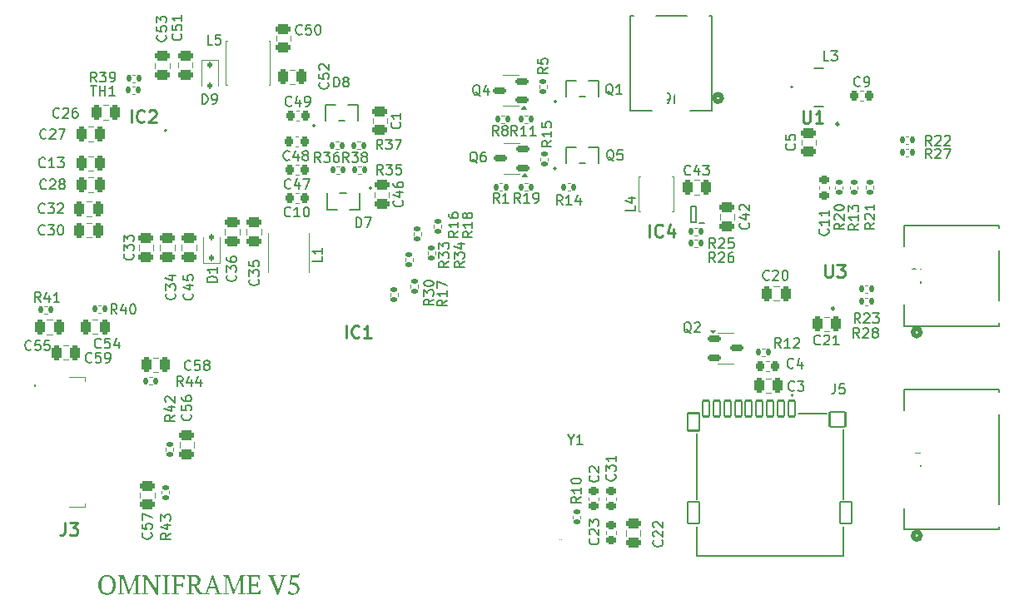
<source format=gto>
G04 #@! TF.GenerationSoftware,KiCad,Pcbnew,8.0.5*
G04 #@! TF.CreationDate,2025-06-09T21:24:26+03:00*
G04 #@! TF.ProjectId,Main Board,4d61696e-2042-46f6-9172-642e6b696361,rev?*
G04 #@! TF.SameCoordinates,Original*
G04 #@! TF.FileFunction,Legend,Top*
G04 #@! TF.FilePolarity,Positive*
%FSLAX46Y46*%
G04 Gerber Fmt 4.6, Leading zero omitted, Abs format (unit mm)*
G04 Created by KiCad (PCBNEW 8.0.5) date 2025-06-09 21:24:26*
%MOMM*%
%LPD*%
G01*
G04 APERTURE LIST*
G04 Aperture macros list*
%AMRoundRect*
0 Rectangle with rounded corners*
0 $1 Rounding radius*
0 $2 $3 $4 $5 $6 $7 $8 $9 X,Y pos of 4 corners*
0 Add a 4 corners polygon primitive as box body*
4,1,4,$2,$3,$4,$5,$6,$7,$8,$9,$2,$3,0*
0 Add four circle primitives for the rounded corners*
1,1,$1+$1,$2,$3*
1,1,$1+$1,$4,$5*
1,1,$1+$1,$6,$7*
1,1,$1+$1,$8,$9*
0 Add four rect primitives between the rounded corners*
20,1,$1+$1,$2,$3,$4,$5,0*
20,1,$1+$1,$4,$5,$6,$7,0*
20,1,$1+$1,$6,$7,$8,$9,0*
20,1,$1+$1,$8,$9,$2,$3,0*%
G04 Aperture macros list end*
%ADD10C,0.150000*%
%ADD11C,0.254000*%
%ADD12C,0.120000*%
%ADD13C,0.127000*%
%ADD14C,0.200000*%
%ADD15C,0.250000*%
%ADD16C,0.100000*%
%ADD17C,0.152400*%
%ADD18C,0.508000*%
%ADD19C,0.010000*%
%ADD20RoundRect,0.135000X0.135000X0.185000X-0.135000X0.185000X-0.135000X-0.185000X0.135000X-0.185000X0*%
%ADD21RoundRect,0.135000X0.185000X-0.135000X0.185000X0.135000X-0.185000X0.135000X-0.185000X-0.135000X0*%
%ADD22RoundRect,0.250000X-0.475000X0.250000X-0.475000X-0.250000X0.475000X-0.250000X0.475000X0.250000X0*%
%ADD23RoundRect,0.112500X-0.112500X0.187500X-0.112500X-0.187500X0.112500X-0.187500X0.112500X0.187500X0*%
%ADD24RoundRect,0.250000X0.475000X-0.250000X0.475000X0.250000X-0.475000X0.250000X-0.475000X-0.250000X0*%
%ADD25R,0.700000X0.200000*%
%ADD26R,1.000000X1.600000*%
%ADD27RoundRect,0.135000X-0.185000X0.135000X-0.185000X-0.135000X0.185000X-0.135000X0.185000X0.135000X0*%
%ADD28RoundRect,0.225000X-0.250000X0.225000X-0.250000X-0.225000X0.250000X-0.225000X0.250000X0.225000X0*%
%ADD29C,1.000000*%
%ADD30RoundRect,0.102000X-0.350000X-0.800000X0.350000X-0.800000X0.350000X0.800000X-0.350000X0.800000X0*%
%ADD31RoundRect,0.102000X-0.600000X-0.900000X0.600000X-0.900000X0.600000X0.900000X-0.600000X0.900000X0*%
%ADD32RoundRect,0.102000X-0.800000X-0.750000X0.800000X-0.750000X0.800000X0.750000X-0.800000X0.750000X0*%
%ADD33RoundRect,0.102000X-0.600000X-1.100000X0.600000X-1.100000X0.600000X1.100000X-0.600000X1.100000X0*%
%ADD34R,1.500000X0.900000*%
%ADD35R,0.900000X1.500000*%
%ADD36R,0.900000X0.900000*%
%ADD37RoundRect,0.135000X-0.135000X-0.185000X0.135000X-0.185000X0.135000X0.185000X-0.135000X0.185000X0*%
%ADD38R,0.406400X1.397000*%
%ADD39R,0.304800X0.508000*%
%ADD40RoundRect,0.250000X0.250000X0.475000X-0.250000X0.475000X-0.250000X-0.475000X0.250000X-0.475000X0*%
%ADD41R,1.244600X3.200400*%
%ADD42R,1.752600X5.359400*%
%ADD43R,3.600000X1.150000*%
%ADD44R,0.492000X0.300000*%
%ADD45R,0.900000X0.200000*%
%ADD46R,0.200000X0.900000*%
%ADD47R,4.500000X4.500000*%
%ADD48C,3.200000*%
%ADD49R,2.700000X0.800000*%
%ADD50RoundRect,0.225000X-0.225000X-0.250000X0.225000X-0.250000X0.225000X0.250000X-0.225000X0.250000X0*%
%ADD51RoundRect,0.112500X0.112500X-0.187500X0.112500X0.187500X-0.112500X0.187500X-0.112500X-0.187500X0*%
%ADD52R,3.700000X1.100000*%
%ADD53R,3.200400X1.244600*%
%ADD54R,5.359400X1.752600*%
%ADD55RoundRect,0.250000X-0.250000X-0.475000X0.250000X-0.475000X0.250000X0.475000X-0.250000X0.475000X0*%
%ADD56RoundRect,0.225000X0.225000X0.250000X-0.225000X0.250000X-0.225000X-0.250000X0.225000X-0.250000X0*%
%ADD57R,0.609600X1.574800*%
%ADD58RoundRect,0.225000X0.250000X-0.225000X0.250000X0.225000X-0.250000X0.225000X-0.250000X-0.225000X0*%
%ADD59R,0.900000X0.300000*%
%ADD60R,0.300000X0.900000*%
%ADD61R,2.150000X2.150000*%
%ADD62RoundRect,0.150000X-0.512500X-0.150000X0.512500X-0.150000X0.512500X0.150000X-0.512500X0.150000X0*%
%ADD63R,0.800000X0.300000*%
%ADD64R,0.650000X0.300000*%
%ADD65R,0.950000X0.400000*%
%ADD66RoundRect,0.150000X0.512500X0.150000X-0.512500X0.150000X-0.512500X-0.150000X0.512500X-0.150000X0*%
G04 APERTURE END LIST*
D10*
G36*
X108758667Y-95093894D02*
G01*
X108855753Y-95108091D01*
X108958261Y-95135375D01*
X109033073Y-95164877D01*
X109122362Y-95212259D01*
X109203381Y-95269223D01*
X109276132Y-95335769D01*
X109312976Y-95376880D01*
X109372786Y-95457522D01*
X109424173Y-95546123D01*
X109467136Y-95642685D01*
X109487365Y-95699769D01*
X109513866Y-95795085D01*
X109532794Y-95894431D01*
X109544152Y-95997807D01*
X109547937Y-96105212D01*
X109544152Y-96212618D01*
X109532794Y-96315994D01*
X109513866Y-96415340D01*
X109487365Y-96510655D01*
X109449082Y-96611639D01*
X109402374Y-96704663D01*
X109347244Y-96789726D01*
X109312976Y-96833545D01*
X109244819Y-96905415D01*
X109168394Y-96967703D01*
X109083699Y-97020407D01*
X109033073Y-97045547D01*
X108936096Y-97082148D01*
X108832008Y-97106770D01*
X108733517Y-97118601D01*
X108655963Y-97121263D01*
X108553258Y-97116530D01*
X108456172Y-97102334D01*
X108353664Y-97075050D01*
X108278852Y-97045547D01*
X108189563Y-96998166D01*
X108108544Y-96941202D01*
X108035793Y-96874656D01*
X107998949Y-96833545D01*
X107939139Y-96752903D01*
X107887752Y-96664301D01*
X107844789Y-96567740D01*
X107824560Y-96510655D01*
X107798060Y-96415340D01*
X107779131Y-96315994D01*
X107767773Y-96212618D01*
X107763988Y-96105212D01*
X108065383Y-96105212D01*
X108068397Y-96203332D01*
X108078816Y-96308547D01*
X108096676Y-96409756D01*
X108103485Y-96439337D01*
X108130972Y-96533427D01*
X108169693Y-96627891D01*
X108217302Y-96712889D01*
X108279951Y-96793283D01*
X108353590Y-96860075D01*
X108408789Y-96897048D01*
X108501158Y-96938424D01*
X108605343Y-96960703D01*
X108681364Y-96964947D01*
X108783923Y-96955399D01*
X108883401Y-96923505D01*
X108931957Y-96897048D01*
X109012589Y-96833898D01*
X109080644Y-96754786D01*
X109107812Y-96712889D01*
X109154729Y-96619695D01*
X109189409Y-96524370D01*
X109211859Y-96439337D01*
X109230406Y-96339331D01*
X109242084Y-96235317D01*
X109246893Y-96127297D01*
X109247030Y-96105212D01*
X109244132Y-96007093D01*
X109234114Y-95901877D01*
X109216941Y-95800669D01*
X109210394Y-95771088D01*
X109183632Y-95677045D01*
X109145268Y-95582744D01*
X109097554Y-95498025D01*
X109035203Y-95417333D01*
X108961724Y-95350380D01*
X108906556Y-95313377D01*
X108814117Y-95272001D01*
X108709726Y-95249721D01*
X108633492Y-95245478D01*
X108532794Y-95253501D01*
X108435319Y-95280555D01*
X108370687Y-95313377D01*
X108289348Y-95376607D01*
X108221554Y-95455961D01*
X108194832Y-95498025D01*
X108149357Y-95590921D01*
X108116603Y-95686093D01*
X108096158Y-95771088D01*
X108079929Y-95871094D01*
X108069711Y-95975107D01*
X108065504Y-96083127D01*
X108065383Y-96105212D01*
X107763988Y-96105212D01*
X107767773Y-95997807D01*
X107779131Y-95894431D01*
X107798060Y-95795085D01*
X107824560Y-95699769D01*
X107862843Y-95598786D01*
X107909551Y-95505762D01*
X107964681Y-95420698D01*
X107998949Y-95376880D01*
X108067106Y-95305010D01*
X108143531Y-95242722D01*
X108228226Y-95190017D01*
X108278852Y-95164877D01*
X108375829Y-95128277D01*
X108479917Y-95103654D01*
X108578408Y-95091824D01*
X108655963Y-95089162D01*
X108758667Y-95093894D01*
G37*
G36*
X112041168Y-97090000D02*
G01*
X111343611Y-97090000D01*
X111343611Y-97008422D01*
X111438408Y-96975720D01*
X111455963Y-96970809D01*
X111552846Y-96945474D01*
X111571245Y-96941011D01*
X111571245Y-95674856D01*
X111582480Y-95345617D01*
X111560010Y-95345617D01*
X111467198Y-95646524D01*
X110890296Y-97090000D01*
X110817512Y-97090000D01*
X110268454Y-95646524D01*
X110167337Y-95317285D01*
X110141936Y-95317285D01*
X110144867Y-95674856D01*
X110144867Y-96941011D01*
X110241373Y-96966189D01*
X110251357Y-96969344D01*
X110345390Y-97002896D01*
X110358824Y-97008422D01*
X110358824Y-97090000D01*
X109770687Y-97090000D01*
X109770687Y-97008422D01*
X109863668Y-96973634D01*
X109881573Y-96967878D01*
X109976208Y-96942551D01*
X109998321Y-96938080D01*
X109998321Y-95272344D01*
X109903240Y-95249572D01*
X109881573Y-95243035D01*
X109788873Y-95210291D01*
X109767756Y-95202002D01*
X109767756Y-95120425D01*
X110344658Y-95120425D01*
X110834120Y-96406608D01*
X110929863Y-96696280D01*
X110932794Y-96696280D01*
X111028538Y-96400746D01*
X111534609Y-95120425D01*
X112044099Y-95120425D01*
X112044099Y-95202002D01*
X111952951Y-95238333D01*
X111939563Y-95243035D01*
X111844141Y-95269429D01*
X111830143Y-95272344D01*
X111830143Y-96943454D01*
X111927969Y-96966962D01*
X111941029Y-96970809D01*
X112035167Y-97005642D01*
X112041168Y-97008422D01*
X112041168Y-97090000D01*
G37*
G36*
X113483178Y-95120425D02*
G01*
X114090854Y-95120425D01*
X114090854Y-95202002D01*
X114003019Y-95254667D01*
X113909723Y-95297457D01*
X113860289Y-95314354D01*
X113860289Y-97121263D01*
X113700066Y-97121263D01*
X112678642Y-95573251D01*
X112568733Y-95353921D01*
X112560429Y-95353921D01*
X112585830Y-95573251D01*
X112585830Y-96909748D01*
X112683991Y-96944022D01*
X112776729Y-96992134D01*
X112802229Y-97008422D01*
X112802229Y-97090000D01*
X112194553Y-97090000D01*
X112194553Y-97008422D01*
X112281622Y-96962928D01*
X112302997Y-96953712D01*
X112397235Y-96918697D01*
X112425118Y-96909748D01*
X112425118Y-95297745D01*
X112334800Y-95259296D01*
X112314232Y-95249874D01*
X112223725Y-95205422D01*
X112211650Y-95199071D01*
X112211650Y-95120425D01*
X112686946Y-95120425D01*
X113573060Y-96456922D01*
X113702508Y-96698722D01*
X113713743Y-96698722D01*
X113700066Y-96456922D01*
X113700066Y-95314354D01*
X113610097Y-95273341D01*
X113585760Y-95261109D01*
X113498305Y-95211560D01*
X113483178Y-95202002D01*
X113483178Y-95120425D01*
G37*
G36*
X115018000Y-97090000D02*
G01*
X114297484Y-97090000D01*
X114297484Y-97008422D01*
X114394683Y-96970515D01*
X114493939Y-96945698D01*
X114522676Y-96941011D01*
X114522676Y-95272344D01*
X114427879Y-95248516D01*
X114410324Y-95243035D01*
X114315179Y-95208929D01*
X114297484Y-95202002D01*
X114297484Y-95120425D01*
X115018000Y-95120425D01*
X115018000Y-95202002D01*
X114926359Y-95237139D01*
X114908091Y-95243035D01*
X114810435Y-95268666D01*
X114792808Y-95272344D01*
X114792808Y-96941011D01*
X114888857Y-96963138D01*
X114911022Y-96969344D01*
X115005857Y-97002896D01*
X115018000Y-97008422D01*
X115018000Y-97090000D01*
G37*
G36*
X115701880Y-96941500D02*
G01*
X115801408Y-96960557D01*
X115899162Y-96990740D01*
X115943681Y-97008422D01*
X115943681Y-97090000D01*
X115229026Y-97090000D01*
X115229026Y-97008422D01*
X115320932Y-96971442D01*
X115327212Y-96969344D01*
X115421698Y-96943169D01*
X115431748Y-96941011D01*
X115431748Y-95272344D01*
X115335057Y-95245657D01*
X115318907Y-95240104D01*
X115229026Y-95202002D01*
X115229026Y-95120425D01*
X116548426Y-95120425D01*
X116545020Y-95220282D01*
X116539931Y-95322383D01*
X116538168Y-95351967D01*
X116530875Y-95455832D01*
X116520964Y-95559696D01*
X116517651Y-95589371D01*
X116444378Y-95589371D01*
X116329096Y-95276741D01*
X115701880Y-95276741D01*
X115701880Y-96058318D01*
X116202578Y-96058318D01*
X116303695Y-95880997D01*
X116371106Y-95880997D01*
X116380036Y-95985157D01*
X116383699Y-96083022D01*
X116383806Y-96140872D01*
X116381333Y-96240042D01*
X116376113Y-96338251D01*
X116371106Y-96403189D01*
X116303695Y-96403189D01*
X116202578Y-96214633D01*
X115701880Y-96214633D01*
X115701880Y-96941500D01*
G37*
G36*
X117605883Y-95093558D02*
G01*
X117709255Y-95108244D01*
X117762313Y-95120425D01*
X117860768Y-95154459D01*
X117946693Y-95202704D01*
X117968942Y-95219099D01*
X118042544Y-95290912D01*
X118096133Y-95372657D01*
X118105718Y-95392023D01*
X118139445Y-95491627D01*
X118153321Y-95589950D01*
X118155055Y-95643593D01*
X118148278Y-95742481D01*
X118124450Y-95843147D01*
X118083465Y-95932607D01*
X118046612Y-95986022D01*
X117971555Y-96063197D01*
X117891033Y-96120010D01*
X117798224Y-96164846D01*
X117753032Y-96180928D01*
X117806356Y-96264776D01*
X117860756Y-96348345D01*
X117916231Y-96431632D01*
X117972781Y-96514640D01*
X118005579Y-96561946D01*
X118064032Y-96644536D01*
X118123561Y-96726892D01*
X118184166Y-96809015D01*
X118245845Y-96890903D01*
X118281573Y-96937592D01*
X118433981Y-97019658D01*
X118433981Y-97090000D01*
X118093506Y-97090000D01*
X117986528Y-97010865D01*
X117924885Y-96931418D01*
X117863550Y-96847482D01*
X117842913Y-96817913D01*
X117787989Y-96734525D01*
X117736057Y-96650202D01*
X117721769Y-96625938D01*
X117673924Y-96539986D01*
X117628697Y-96453098D01*
X117616256Y-96428101D01*
X117573139Y-96337714D01*
X117529275Y-96242652D01*
X117516605Y-96214633D01*
X117251845Y-96214633D01*
X117251845Y-96940523D01*
X117349781Y-96963552D01*
X117375921Y-96970321D01*
X117470034Y-96999765D01*
X117491203Y-97007934D01*
X117491203Y-97090000D01*
X116751147Y-97090000D01*
X116751147Y-97007934D01*
X116844504Y-96972609D01*
X116869361Y-96965924D01*
X116967669Y-96943003D01*
X116981713Y-96940034D01*
X116981713Y-95264528D01*
X116958595Y-95259155D01*
X117251845Y-95259155D01*
X117251845Y-96089581D01*
X117454567Y-96089581D01*
X117557315Y-96079921D01*
X117656615Y-96046528D01*
X117740268Y-95989284D01*
X117762313Y-95967459D01*
X117822591Y-95883549D01*
X117860544Y-95784468D01*
X117875614Y-95682325D01*
X117876618Y-95645547D01*
X117867036Y-95538446D01*
X117833910Y-95439566D01*
X117770144Y-95355261D01*
X117755474Y-95342686D01*
X117664153Y-95287342D01*
X117566609Y-95256964D01*
X117466991Y-95245857D01*
X117443332Y-95245478D01*
X117343207Y-95247721D01*
X117331957Y-95248408D01*
X117251845Y-95259155D01*
X116958595Y-95259155D01*
X116885413Y-95242146D01*
X116852264Y-95232288D01*
X116759673Y-95197440D01*
X116751147Y-95193698D01*
X116751147Y-95111632D01*
X116998810Y-95111632D01*
X117101138Y-95109482D01*
X117203357Y-95103634D01*
X117244518Y-95100397D01*
X117343871Y-95093551D01*
X117449179Y-95089700D01*
X117504881Y-95089162D01*
X117605883Y-95093558D01*
G37*
G36*
X120159312Y-96941011D02*
G01*
X120256979Y-96962917D01*
X120270687Y-96966413D01*
X120364233Y-97003322D01*
X120373269Y-97008422D01*
X120373269Y-97090000D01*
X119653241Y-97090000D01*
X119653241Y-97009399D01*
X119746462Y-96976755D01*
X119768524Y-96970321D01*
X119866180Y-96946119D01*
X119883806Y-96942477D01*
X119692320Y-96433475D01*
X119020163Y-96433475D01*
X118834050Y-96942477D01*
X118931066Y-96961534D01*
X119030017Y-96991717D01*
X119076339Y-97009399D01*
X119076339Y-97090000D01*
X118451566Y-97090000D01*
X118451566Y-97008422D01*
X118546470Y-96971228D01*
X118641589Y-96943908D01*
X118654288Y-96941011D01*
X118909427Y-96277159D01*
X119076339Y-96277159D01*
X119644448Y-96277159D01*
X119422187Y-95684138D01*
X119368942Y-95443314D01*
X119363080Y-95443314D01*
X119292739Y-95689511D01*
X119076339Y-96277159D01*
X118909427Y-96277159D01*
X119366011Y-95089162D01*
X119447588Y-95089162D01*
X120159312Y-96941011D01*
G37*
G36*
X122717512Y-97090000D02*
G01*
X122019954Y-97090000D01*
X122019954Y-97008422D01*
X122114751Y-96975720D01*
X122132306Y-96970809D01*
X122229189Y-96945474D01*
X122247588Y-96941011D01*
X122247588Y-95674856D01*
X122258824Y-95345617D01*
X122236353Y-95345617D01*
X122143541Y-95646524D01*
X121566639Y-97090000D01*
X121493855Y-97090000D01*
X120944797Y-95646524D01*
X120843681Y-95317285D01*
X120818279Y-95317285D01*
X120821210Y-95674856D01*
X120821210Y-96941011D01*
X120917717Y-96966189D01*
X120927700Y-96969344D01*
X121021734Y-97002896D01*
X121035167Y-97008422D01*
X121035167Y-97090000D01*
X120447030Y-97090000D01*
X120447030Y-97008422D01*
X120540011Y-96973634D01*
X120557916Y-96967878D01*
X120652551Y-96942551D01*
X120674665Y-96938080D01*
X120674665Y-95272344D01*
X120579583Y-95249572D01*
X120557916Y-95243035D01*
X120465217Y-95210291D01*
X120444099Y-95202002D01*
X120444099Y-95120425D01*
X121021001Y-95120425D01*
X121510464Y-96406608D01*
X121606207Y-96696280D01*
X121609138Y-96696280D01*
X121704881Y-96400746D01*
X122210952Y-95120425D01*
X122720443Y-95120425D01*
X122720443Y-95202002D01*
X122629294Y-95238333D01*
X122615907Y-95243035D01*
X122520484Y-95269429D01*
X122506486Y-95272344D01*
X122506486Y-96943454D01*
X122604313Y-96966962D01*
X122617372Y-96970809D01*
X122711511Y-97005642D01*
X122717512Y-97008422D01*
X122717512Y-97090000D01*
G37*
G36*
X124204462Y-95120425D02*
G01*
X124201056Y-95222005D01*
X124195967Y-95324147D01*
X124194204Y-95353433D01*
X124186911Y-95456295D01*
X124177000Y-95559719D01*
X124173688Y-95589371D01*
X124100415Y-95589371D01*
X123985132Y-95276741D01*
X123371594Y-95276741D01*
X123371594Y-96027055D01*
X123830282Y-96027055D01*
X123939703Y-95818960D01*
X124010045Y-95818960D01*
X124015254Y-95925618D01*
X124018059Y-96033100D01*
X124018460Y-96141406D01*
X124016456Y-96250537D01*
X124012048Y-96360492D01*
X124010045Y-96397327D01*
X123939703Y-96397327D01*
X123830282Y-96183370D01*
X123371594Y-96183370D01*
X123371594Y-96933684D01*
X124018838Y-96933684D01*
X124156591Y-96621053D01*
X124227421Y-96621053D01*
X124242368Y-96721632D01*
X124253013Y-96823332D01*
X124255265Y-96852595D01*
X124259913Y-96955738D01*
X124259325Y-97060003D01*
X124258196Y-97090000D01*
X122870896Y-97090000D01*
X122870896Y-97008422D01*
X122963594Y-96973400D01*
X123061056Y-96948582D01*
X123101461Y-96941011D01*
X123101461Y-95272344D01*
X123004578Y-95248516D01*
X122986179Y-95243035D01*
X122892065Y-95210291D01*
X122870896Y-95202002D01*
X122870896Y-95120425D01*
X124204462Y-95120425D01*
G37*
G36*
X126550170Y-95272344D02*
G01*
X126453725Y-95248897D01*
X126423653Y-95240104D01*
X126329539Y-95209295D01*
X126308370Y-95202002D01*
X126308370Y-95120425D01*
X126941448Y-95120425D01*
X126941448Y-95202002D01*
X126849979Y-95242058D01*
X126753714Y-95269093D01*
X126738726Y-95272344D01*
X126102718Y-97087557D01*
X125948356Y-97121263D01*
X125230771Y-95272344D01*
X125134333Y-95244562D01*
X125120861Y-95240104D01*
X125026361Y-95205657D01*
X125016814Y-95202002D01*
X125016814Y-95120425D01*
X125762243Y-95120425D01*
X125762243Y-95202002D01*
X125669866Y-95235448D01*
X125655265Y-95240104D01*
X125559798Y-95265960D01*
X125531678Y-95272344D01*
X126012836Y-96556573D01*
X126071943Y-96781277D01*
X126077805Y-96781277D01*
X126133981Y-96550711D01*
X126550170Y-95272344D01*
G37*
G36*
X128144588Y-94965575D02*
G01*
X128214930Y-94965575D01*
X128207602Y-95060341D01*
X128195447Y-95160206D01*
X128194902Y-95163412D01*
X128178293Y-95262086D01*
X128158754Y-95339267D01*
X127466081Y-95339267D01*
X127398670Y-95870739D01*
X127581852Y-95870739D01*
X127683999Y-95876166D01*
X127787062Y-95894293D01*
X127839284Y-95909330D01*
X127934987Y-95949775D01*
X128017788Y-96004432D01*
X128039075Y-96022658D01*
X128108877Y-96100482D01*
X128159500Y-96186288D01*
X128168524Y-96206329D01*
X128200247Y-96306774D01*
X128213797Y-96410760D01*
X128214930Y-96453503D01*
X128209444Y-96552526D01*
X128190737Y-96652526D01*
X128158754Y-96743175D01*
X128111401Y-96831194D01*
X128048320Y-96913525D01*
X128009277Y-96952247D01*
X127929675Y-97013424D01*
X127841688Y-97061219D01*
X127798251Y-97078764D01*
X127701068Y-97106280D01*
X127600821Y-97119769D01*
X127553520Y-97121263D01*
X127452464Y-97113960D01*
X127432376Y-97111004D01*
X127336205Y-97090580D01*
X127304392Y-97081207D01*
X127210106Y-97044976D01*
X127185202Y-97033335D01*
X127099610Y-96982098D01*
X127089459Y-96974228D01*
X127171036Y-96714842D01*
X127227212Y-96714842D01*
X127269221Y-96769064D01*
X127321489Y-96837941D01*
X127374734Y-96909748D01*
X127424071Y-96972274D01*
X127476339Y-96987418D01*
X127550589Y-96996210D01*
X127650057Y-96984618D01*
X127720582Y-96959574D01*
X127805237Y-96906016D01*
X127854427Y-96858457D01*
X127912181Y-96775062D01*
X127941378Y-96709469D01*
X127965771Y-96614643D01*
X127972641Y-96524333D01*
X127963303Y-96424284D01*
X127930143Y-96326985D01*
X127872990Y-96242509D01*
X127814860Y-96190697D01*
X127725250Y-96140002D01*
X127644867Y-96112540D01*
X127545582Y-96093855D01*
X127447845Y-96089426D01*
X127441168Y-96089581D01*
X127241378Y-96092512D01*
X127353729Y-95120425D01*
X128023443Y-95120425D01*
X128144588Y-94965575D01*
G37*
X116372142Y-75904819D02*
X116038809Y-75428628D01*
X115800714Y-75904819D02*
X115800714Y-74904819D01*
X115800714Y-74904819D02*
X116181666Y-74904819D01*
X116181666Y-74904819D02*
X116276904Y-74952438D01*
X116276904Y-74952438D02*
X116324523Y-75000057D01*
X116324523Y-75000057D02*
X116372142Y-75095295D01*
X116372142Y-75095295D02*
X116372142Y-75238152D01*
X116372142Y-75238152D02*
X116324523Y-75333390D01*
X116324523Y-75333390D02*
X116276904Y-75381009D01*
X116276904Y-75381009D02*
X116181666Y-75428628D01*
X116181666Y-75428628D02*
X115800714Y-75428628D01*
X117229285Y-75238152D02*
X117229285Y-75904819D01*
X116991190Y-74857200D02*
X116753095Y-75571485D01*
X116753095Y-75571485D02*
X117372142Y-75571485D01*
X118181666Y-75238152D02*
X118181666Y-75904819D01*
X117943571Y-74857200D02*
X117705476Y-75571485D01*
X117705476Y-75571485D02*
X118324523Y-75571485D01*
X145814819Y-60152857D02*
X145338628Y-60486190D01*
X145814819Y-60724285D02*
X144814819Y-60724285D01*
X144814819Y-60724285D02*
X144814819Y-60343333D01*
X144814819Y-60343333D02*
X144862438Y-60248095D01*
X144862438Y-60248095D02*
X144910057Y-60200476D01*
X144910057Y-60200476D02*
X145005295Y-60152857D01*
X145005295Y-60152857D02*
X145148152Y-60152857D01*
X145148152Y-60152857D02*
X145243390Y-60200476D01*
X145243390Y-60200476D02*
X145291009Y-60248095D01*
X145291009Y-60248095D02*
X145338628Y-60343333D01*
X145338628Y-60343333D02*
X145338628Y-60724285D01*
X145814819Y-59200476D02*
X145814819Y-59771904D01*
X145814819Y-59486190D02*
X144814819Y-59486190D01*
X144814819Y-59486190D02*
X144957676Y-59581428D01*
X144957676Y-59581428D02*
X145052914Y-59676666D01*
X145052914Y-59676666D02*
X145100533Y-59771904D01*
X145243390Y-58629047D02*
X145195771Y-58724285D01*
X145195771Y-58724285D02*
X145148152Y-58771904D01*
X145148152Y-58771904D02*
X145052914Y-58819523D01*
X145052914Y-58819523D02*
X145005295Y-58819523D01*
X145005295Y-58819523D02*
X144910057Y-58771904D01*
X144910057Y-58771904D02*
X144862438Y-58724285D01*
X144862438Y-58724285D02*
X144814819Y-58629047D01*
X144814819Y-58629047D02*
X144814819Y-58438571D01*
X144814819Y-58438571D02*
X144862438Y-58343333D01*
X144862438Y-58343333D02*
X144910057Y-58295714D01*
X144910057Y-58295714D02*
X145005295Y-58248095D01*
X145005295Y-58248095D02*
X145052914Y-58248095D01*
X145052914Y-58248095D02*
X145148152Y-58295714D01*
X145148152Y-58295714D02*
X145195771Y-58343333D01*
X145195771Y-58343333D02*
X145243390Y-58438571D01*
X145243390Y-58438571D02*
X145243390Y-58629047D01*
X145243390Y-58629047D02*
X145291009Y-58724285D01*
X145291009Y-58724285D02*
X145338628Y-58771904D01*
X145338628Y-58771904D02*
X145433866Y-58819523D01*
X145433866Y-58819523D02*
X145624342Y-58819523D01*
X145624342Y-58819523D02*
X145719580Y-58771904D01*
X145719580Y-58771904D02*
X145767200Y-58724285D01*
X145767200Y-58724285D02*
X145814819Y-58629047D01*
X145814819Y-58629047D02*
X145814819Y-58438571D01*
X145814819Y-58438571D02*
X145767200Y-58343333D01*
X145767200Y-58343333D02*
X145719580Y-58295714D01*
X145719580Y-58295714D02*
X145624342Y-58248095D01*
X145624342Y-58248095D02*
X145433866Y-58248095D01*
X145433866Y-58248095D02*
X145338628Y-58295714D01*
X145338628Y-58295714D02*
X145291009Y-58343333D01*
X145291009Y-58343333D02*
X145243390Y-58438571D01*
X141859819Y-67052857D02*
X141383628Y-67386190D01*
X141859819Y-67624285D02*
X140859819Y-67624285D01*
X140859819Y-67624285D02*
X140859819Y-67243333D01*
X140859819Y-67243333D02*
X140907438Y-67148095D01*
X140907438Y-67148095D02*
X140955057Y-67100476D01*
X140955057Y-67100476D02*
X141050295Y-67052857D01*
X141050295Y-67052857D02*
X141193152Y-67052857D01*
X141193152Y-67052857D02*
X141288390Y-67100476D01*
X141288390Y-67100476D02*
X141336009Y-67148095D01*
X141336009Y-67148095D02*
X141383628Y-67243333D01*
X141383628Y-67243333D02*
X141383628Y-67624285D01*
X140859819Y-66719523D02*
X140859819Y-66100476D01*
X140859819Y-66100476D02*
X141240771Y-66433809D01*
X141240771Y-66433809D02*
X141240771Y-66290952D01*
X141240771Y-66290952D02*
X141288390Y-66195714D01*
X141288390Y-66195714D02*
X141336009Y-66148095D01*
X141336009Y-66148095D02*
X141431247Y-66100476D01*
X141431247Y-66100476D02*
X141669342Y-66100476D01*
X141669342Y-66100476D02*
X141764580Y-66148095D01*
X141764580Y-66148095D02*
X141812200Y-66195714D01*
X141812200Y-66195714D02*
X141859819Y-66290952D01*
X141859819Y-66290952D02*
X141859819Y-66576666D01*
X141859819Y-66576666D02*
X141812200Y-66671904D01*
X141812200Y-66671904D02*
X141764580Y-66719523D01*
X140859819Y-65481428D02*
X140859819Y-65386190D01*
X140859819Y-65386190D02*
X140907438Y-65290952D01*
X140907438Y-65290952D02*
X140955057Y-65243333D01*
X140955057Y-65243333D02*
X141050295Y-65195714D01*
X141050295Y-65195714D02*
X141240771Y-65148095D01*
X141240771Y-65148095D02*
X141478866Y-65148095D01*
X141478866Y-65148095D02*
X141669342Y-65195714D01*
X141669342Y-65195714D02*
X141764580Y-65243333D01*
X141764580Y-65243333D02*
X141812200Y-65290952D01*
X141812200Y-65290952D02*
X141859819Y-65386190D01*
X141859819Y-65386190D02*
X141859819Y-65481428D01*
X141859819Y-65481428D02*
X141812200Y-65576666D01*
X141812200Y-65576666D02*
X141764580Y-65624285D01*
X141764580Y-65624285D02*
X141669342Y-65671904D01*
X141669342Y-65671904D02*
X141478866Y-65719523D01*
X141478866Y-65719523D02*
X141240771Y-65719523D01*
X141240771Y-65719523D02*
X141050295Y-65671904D01*
X141050295Y-65671904D02*
X140955057Y-65624285D01*
X140955057Y-65624285D02*
X140907438Y-65576666D01*
X140907438Y-65576666D02*
X140859819Y-65481428D01*
X116159580Y-40067857D02*
X116207200Y-40115476D01*
X116207200Y-40115476D02*
X116254819Y-40258333D01*
X116254819Y-40258333D02*
X116254819Y-40353571D01*
X116254819Y-40353571D02*
X116207200Y-40496428D01*
X116207200Y-40496428D02*
X116111961Y-40591666D01*
X116111961Y-40591666D02*
X116016723Y-40639285D01*
X116016723Y-40639285D02*
X115826247Y-40686904D01*
X115826247Y-40686904D02*
X115683390Y-40686904D01*
X115683390Y-40686904D02*
X115492914Y-40639285D01*
X115492914Y-40639285D02*
X115397676Y-40591666D01*
X115397676Y-40591666D02*
X115302438Y-40496428D01*
X115302438Y-40496428D02*
X115254819Y-40353571D01*
X115254819Y-40353571D02*
X115254819Y-40258333D01*
X115254819Y-40258333D02*
X115302438Y-40115476D01*
X115302438Y-40115476D02*
X115350057Y-40067857D01*
X115254819Y-39163095D02*
X115254819Y-39639285D01*
X115254819Y-39639285D02*
X115731009Y-39686904D01*
X115731009Y-39686904D02*
X115683390Y-39639285D01*
X115683390Y-39639285D02*
X115635771Y-39544047D01*
X115635771Y-39544047D02*
X115635771Y-39305952D01*
X115635771Y-39305952D02*
X115683390Y-39210714D01*
X115683390Y-39210714D02*
X115731009Y-39163095D01*
X115731009Y-39163095D02*
X115826247Y-39115476D01*
X115826247Y-39115476D02*
X116064342Y-39115476D01*
X116064342Y-39115476D02*
X116159580Y-39163095D01*
X116159580Y-39163095D02*
X116207200Y-39210714D01*
X116207200Y-39210714D02*
X116254819Y-39305952D01*
X116254819Y-39305952D02*
X116254819Y-39544047D01*
X116254819Y-39544047D02*
X116207200Y-39639285D01*
X116207200Y-39639285D02*
X116159580Y-39686904D01*
X116254819Y-38163095D02*
X116254819Y-38734523D01*
X116254819Y-38448809D02*
X115254819Y-38448809D01*
X115254819Y-38448809D02*
X115397676Y-38544047D01*
X115397676Y-38544047D02*
X115492914Y-38639285D01*
X115492914Y-38639285D02*
X115540533Y-38734523D01*
X118326905Y-47184819D02*
X118326905Y-46184819D01*
X118326905Y-46184819D02*
X118565000Y-46184819D01*
X118565000Y-46184819D02*
X118707857Y-46232438D01*
X118707857Y-46232438D02*
X118803095Y-46327676D01*
X118803095Y-46327676D02*
X118850714Y-46422914D01*
X118850714Y-46422914D02*
X118898333Y-46613390D01*
X118898333Y-46613390D02*
X118898333Y-46756247D01*
X118898333Y-46756247D02*
X118850714Y-46946723D01*
X118850714Y-46946723D02*
X118803095Y-47041961D01*
X118803095Y-47041961D02*
X118707857Y-47137200D01*
X118707857Y-47137200D02*
X118565000Y-47184819D01*
X118565000Y-47184819D02*
X118326905Y-47184819D01*
X119374524Y-47184819D02*
X119565000Y-47184819D01*
X119565000Y-47184819D02*
X119660238Y-47137200D01*
X119660238Y-47137200D02*
X119707857Y-47089580D01*
X119707857Y-47089580D02*
X119803095Y-46946723D01*
X119803095Y-46946723D02*
X119850714Y-46756247D01*
X119850714Y-46756247D02*
X119850714Y-46375295D01*
X119850714Y-46375295D02*
X119803095Y-46280057D01*
X119803095Y-46280057D02*
X119755476Y-46232438D01*
X119755476Y-46232438D02*
X119660238Y-46184819D01*
X119660238Y-46184819D02*
X119469762Y-46184819D01*
X119469762Y-46184819D02*
X119374524Y-46232438D01*
X119374524Y-46232438D02*
X119326905Y-46280057D01*
X119326905Y-46280057D02*
X119279286Y-46375295D01*
X119279286Y-46375295D02*
X119279286Y-46613390D01*
X119279286Y-46613390D02*
X119326905Y-46708628D01*
X119326905Y-46708628D02*
X119374524Y-46756247D01*
X119374524Y-46756247D02*
X119469762Y-46803866D01*
X119469762Y-46803866D02*
X119660238Y-46803866D01*
X119660238Y-46803866D02*
X119755476Y-46756247D01*
X119755476Y-46756247D02*
X119803095Y-46708628D01*
X119803095Y-46708628D02*
X119850714Y-46613390D01*
X182043333Y-42794819D02*
X181567143Y-42794819D01*
X181567143Y-42794819D02*
X181567143Y-41794819D01*
X182281429Y-41794819D02*
X182900476Y-41794819D01*
X182900476Y-41794819D02*
X182567143Y-42175771D01*
X182567143Y-42175771D02*
X182710000Y-42175771D01*
X182710000Y-42175771D02*
X182805238Y-42223390D01*
X182805238Y-42223390D02*
X182852857Y-42271009D01*
X182852857Y-42271009D02*
X182900476Y-42366247D01*
X182900476Y-42366247D02*
X182900476Y-42604342D01*
X182900476Y-42604342D02*
X182852857Y-42699580D01*
X182852857Y-42699580D02*
X182805238Y-42747200D01*
X182805238Y-42747200D02*
X182710000Y-42794819D01*
X182710000Y-42794819D02*
X182424286Y-42794819D01*
X182424286Y-42794819D02*
X182329048Y-42747200D01*
X182329048Y-42747200D02*
X182281429Y-42699580D01*
X107587142Y-44944819D02*
X107253809Y-44468628D01*
X107015714Y-44944819D02*
X107015714Y-43944819D01*
X107015714Y-43944819D02*
X107396666Y-43944819D01*
X107396666Y-43944819D02*
X107491904Y-43992438D01*
X107491904Y-43992438D02*
X107539523Y-44040057D01*
X107539523Y-44040057D02*
X107587142Y-44135295D01*
X107587142Y-44135295D02*
X107587142Y-44278152D01*
X107587142Y-44278152D02*
X107539523Y-44373390D01*
X107539523Y-44373390D02*
X107491904Y-44421009D01*
X107491904Y-44421009D02*
X107396666Y-44468628D01*
X107396666Y-44468628D02*
X107015714Y-44468628D01*
X107920476Y-43944819D02*
X108539523Y-43944819D01*
X108539523Y-43944819D02*
X108206190Y-44325771D01*
X108206190Y-44325771D02*
X108349047Y-44325771D01*
X108349047Y-44325771D02*
X108444285Y-44373390D01*
X108444285Y-44373390D02*
X108491904Y-44421009D01*
X108491904Y-44421009D02*
X108539523Y-44516247D01*
X108539523Y-44516247D02*
X108539523Y-44754342D01*
X108539523Y-44754342D02*
X108491904Y-44849580D01*
X108491904Y-44849580D02*
X108444285Y-44897200D01*
X108444285Y-44897200D02*
X108349047Y-44944819D01*
X108349047Y-44944819D02*
X108063333Y-44944819D01*
X108063333Y-44944819D02*
X107968095Y-44897200D01*
X107968095Y-44897200D02*
X107920476Y-44849580D01*
X109015714Y-44944819D02*
X109206190Y-44944819D01*
X109206190Y-44944819D02*
X109301428Y-44897200D01*
X109301428Y-44897200D02*
X109349047Y-44849580D01*
X109349047Y-44849580D02*
X109444285Y-44706723D01*
X109444285Y-44706723D02*
X109491904Y-44516247D01*
X109491904Y-44516247D02*
X109491904Y-44135295D01*
X109491904Y-44135295D02*
X109444285Y-44040057D01*
X109444285Y-44040057D02*
X109396666Y-43992438D01*
X109396666Y-43992438D02*
X109301428Y-43944819D01*
X109301428Y-43944819D02*
X109110952Y-43944819D01*
X109110952Y-43944819D02*
X109015714Y-43992438D01*
X109015714Y-43992438D02*
X108968095Y-44040057D01*
X108968095Y-44040057D02*
X108920476Y-44135295D01*
X108920476Y-44135295D02*
X108920476Y-44373390D01*
X108920476Y-44373390D02*
X108968095Y-44468628D01*
X108968095Y-44468628D02*
X109015714Y-44516247D01*
X109015714Y-44516247D02*
X109110952Y-44563866D01*
X109110952Y-44563866D02*
X109301428Y-44563866D01*
X109301428Y-44563866D02*
X109396666Y-44516247D01*
X109396666Y-44516247D02*
X109444285Y-44468628D01*
X109444285Y-44468628D02*
X109491904Y-44373390D01*
X117314580Y-66482857D02*
X117362200Y-66530476D01*
X117362200Y-66530476D02*
X117409819Y-66673333D01*
X117409819Y-66673333D02*
X117409819Y-66768571D01*
X117409819Y-66768571D02*
X117362200Y-66911428D01*
X117362200Y-66911428D02*
X117266961Y-67006666D01*
X117266961Y-67006666D02*
X117171723Y-67054285D01*
X117171723Y-67054285D02*
X116981247Y-67101904D01*
X116981247Y-67101904D02*
X116838390Y-67101904D01*
X116838390Y-67101904D02*
X116647914Y-67054285D01*
X116647914Y-67054285D02*
X116552676Y-67006666D01*
X116552676Y-67006666D02*
X116457438Y-66911428D01*
X116457438Y-66911428D02*
X116409819Y-66768571D01*
X116409819Y-66768571D02*
X116409819Y-66673333D01*
X116409819Y-66673333D02*
X116457438Y-66530476D01*
X116457438Y-66530476D02*
X116505057Y-66482857D01*
X116743152Y-65625714D02*
X117409819Y-65625714D01*
X116362200Y-65863809D02*
X117076485Y-66101904D01*
X117076485Y-66101904D02*
X117076485Y-65482857D01*
X116409819Y-64625714D02*
X116409819Y-65101904D01*
X116409819Y-65101904D02*
X116886009Y-65149523D01*
X116886009Y-65149523D02*
X116838390Y-65101904D01*
X116838390Y-65101904D02*
X116790771Y-65006666D01*
X116790771Y-65006666D02*
X116790771Y-64768571D01*
X116790771Y-64768571D02*
X116838390Y-64673333D01*
X116838390Y-64673333D02*
X116886009Y-64625714D01*
X116886009Y-64625714D02*
X116981247Y-64578095D01*
X116981247Y-64578095D02*
X117219342Y-64578095D01*
X117219342Y-64578095D02*
X117314580Y-64625714D01*
X117314580Y-64625714D02*
X117362200Y-64673333D01*
X117362200Y-64673333D02*
X117409819Y-64768571D01*
X117409819Y-64768571D02*
X117409819Y-65006666D01*
X117409819Y-65006666D02*
X117362200Y-65101904D01*
X117362200Y-65101904D02*
X117314580Y-65149523D01*
D11*
X181667380Y-63549284D02*
X181667380Y-64577379D01*
X181667380Y-64577379D02*
X181727857Y-64698331D01*
X181727857Y-64698331D02*
X181788333Y-64758808D01*
X181788333Y-64758808D02*
X181909285Y-64819284D01*
X181909285Y-64819284D02*
X182151190Y-64819284D01*
X182151190Y-64819284D02*
X182272142Y-64758808D01*
X182272142Y-64758808D02*
X182332619Y-64698331D01*
X182332619Y-64698331D02*
X182393095Y-64577379D01*
X182393095Y-64577379D02*
X182393095Y-63549284D01*
X182876904Y-63549284D02*
X183663095Y-63549284D01*
X183663095Y-63549284D02*
X183239761Y-64033093D01*
X183239761Y-64033093D02*
X183421190Y-64033093D01*
X183421190Y-64033093D02*
X183542142Y-64093569D01*
X183542142Y-64093569D02*
X183602618Y-64154046D01*
X183602618Y-64154046D02*
X183663095Y-64274998D01*
X183663095Y-64274998D02*
X183663095Y-64577379D01*
X183663095Y-64577379D02*
X183602618Y-64698331D01*
X183602618Y-64698331D02*
X183542142Y-64758808D01*
X183542142Y-64758808D02*
X183421190Y-64819284D01*
X183421190Y-64819284D02*
X183058333Y-64819284D01*
X183058333Y-64819284D02*
X182937380Y-64758808D01*
X182937380Y-64758808D02*
X182876904Y-64698331D01*
D10*
X170482142Y-63304819D02*
X170148809Y-62828628D01*
X169910714Y-63304819D02*
X169910714Y-62304819D01*
X169910714Y-62304819D02*
X170291666Y-62304819D01*
X170291666Y-62304819D02*
X170386904Y-62352438D01*
X170386904Y-62352438D02*
X170434523Y-62400057D01*
X170434523Y-62400057D02*
X170482142Y-62495295D01*
X170482142Y-62495295D02*
X170482142Y-62638152D01*
X170482142Y-62638152D02*
X170434523Y-62733390D01*
X170434523Y-62733390D02*
X170386904Y-62781009D01*
X170386904Y-62781009D02*
X170291666Y-62828628D01*
X170291666Y-62828628D02*
X169910714Y-62828628D01*
X170863095Y-62400057D02*
X170910714Y-62352438D01*
X170910714Y-62352438D02*
X171005952Y-62304819D01*
X171005952Y-62304819D02*
X171244047Y-62304819D01*
X171244047Y-62304819D02*
X171339285Y-62352438D01*
X171339285Y-62352438D02*
X171386904Y-62400057D01*
X171386904Y-62400057D02*
X171434523Y-62495295D01*
X171434523Y-62495295D02*
X171434523Y-62590533D01*
X171434523Y-62590533D02*
X171386904Y-62733390D01*
X171386904Y-62733390D02*
X170815476Y-63304819D01*
X170815476Y-63304819D02*
X171434523Y-63304819D01*
X172291666Y-62304819D02*
X172101190Y-62304819D01*
X172101190Y-62304819D02*
X172005952Y-62352438D01*
X172005952Y-62352438D02*
X171958333Y-62400057D01*
X171958333Y-62400057D02*
X171863095Y-62542914D01*
X171863095Y-62542914D02*
X171815476Y-62733390D01*
X171815476Y-62733390D02*
X171815476Y-63114342D01*
X171815476Y-63114342D02*
X171863095Y-63209580D01*
X171863095Y-63209580D02*
X171910714Y-63257200D01*
X171910714Y-63257200D02*
X172005952Y-63304819D01*
X172005952Y-63304819D02*
X172196428Y-63304819D01*
X172196428Y-63304819D02*
X172291666Y-63257200D01*
X172291666Y-63257200D02*
X172339285Y-63209580D01*
X172339285Y-63209580D02*
X172386904Y-63114342D01*
X172386904Y-63114342D02*
X172386904Y-62876247D01*
X172386904Y-62876247D02*
X172339285Y-62781009D01*
X172339285Y-62781009D02*
X172291666Y-62733390D01*
X172291666Y-62733390D02*
X172196428Y-62685771D01*
X172196428Y-62685771D02*
X172005952Y-62685771D01*
X172005952Y-62685771D02*
X171910714Y-62733390D01*
X171910714Y-62733390D02*
X171863095Y-62781009D01*
X171863095Y-62781009D02*
X171815476Y-62876247D01*
X144374819Y-60142857D02*
X143898628Y-60476190D01*
X144374819Y-60714285D02*
X143374819Y-60714285D01*
X143374819Y-60714285D02*
X143374819Y-60333333D01*
X143374819Y-60333333D02*
X143422438Y-60238095D01*
X143422438Y-60238095D02*
X143470057Y-60190476D01*
X143470057Y-60190476D02*
X143565295Y-60142857D01*
X143565295Y-60142857D02*
X143708152Y-60142857D01*
X143708152Y-60142857D02*
X143803390Y-60190476D01*
X143803390Y-60190476D02*
X143851009Y-60238095D01*
X143851009Y-60238095D02*
X143898628Y-60333333D01*
X143898628Y-60333333D02*
X143898628Y-60714285D01*
X144374819Y-59190476D02*
X144374819Y-59761904D01*
X144374819Y-59476190D02*
X143374819Y-59476190D01*
X143374819Y-59476190D02*
X143517676Y-59571428D01*
X143517676Y-59571428D02*
X143612914Y-59666666D01*
X143612914Y-59666666D02*
X143660533Y-59761904D01*
X143374819Y-58333333D02*
X143374819Y-58523809D01*
X143374819Y-58523809D02*
X143422438Y-58619047D01*
X143422438Y-58619047D02*
X143470057Y-58666666D01*
X143470057Y-58666666D02*
X143612914Y-58761904D01*
X143612914Y-58761904D02*
X143803390Y-58809523D01*
X143803390Y-58809523D02*
X144184342Y-58809523D01*
X144184342Y-58809523D02*
X144279580Y-58761904D01*
X144279580Y-58761904D02*
X144327200Y-58714285D01*
X144327200Y-58714285D02*
X144374819Y-58619047D01*
X144374819Y-58619047D02*
X144374819Y-58428571D01*
X144374819Y-58428571D02*
X144327200Y-58333333D01*
X144327200Y-58333333D02*
X144279580Y-58285714D01*
X144279580Y-58285714D02*
X144184342Y-58238095D01*
X144184342Y-58238095D02*
X143946247Y-58238095D01*
X143946247Y-58238095D02*
X143851009Y-58285714D01*
X143851009Y-58285714D02*
X143803390Y-58333333D01*
X143803390Y-58333333D02*
X143755771Y-58428571D01*
X143755771Y-58428571D02*
X143755771Y-58619047D01*
X143755771Y-58619047D02*
X143803390Y-58714285D01*
X143803390Y-58714285D02*
X143851009Y-58761904D01*
X143851009Y-58761904D02*
X143946247Y-58809523D01*
X181959580Y-59917857D02*
X182007200Y-59965476D01*
X182007200Y-59965476D02*
X182054819Y-60108333D01*
X182054819Y-60108333D02*
X182054819Y-60203571D01*
X182054819Y-60203571D02*
X182007200Y-60346428D01*
X182007200Y-60346428D02*
X181911961Y-60441666D01*
X181911961Y-60441666D02*
X181816723Y-60489285D01*
X181816723Y-60489285D02*
X181626247Y-60536904D01*
X181626247Y-60536904D02*
X181483390Y-60536904D01*
X181483390Y-60536904D02*
X181292914Y-60489285D01*
X181292914Y-60489285D02*
X181197676Y-60441666D01*
X181197676Y-60441666D02*
X181102438Y-60346428D01*
X181102438Y-60346428D02*
X181054819Y-60203571D01*
X181054819Y-60203571D02*
X181054819Y-60108333D01*
X181054819Y-60108333D02*
X181102438Y-59965476D01*
X181102438Y-59965476D02*
X181150057Y-59917857D01*
X182054819Y-58965476D02*
X182054819Y-59536904D01*
X182054819Y-59251190D02*
X181054819Y-59251190D01*
X181054819Y-59251190D02*
X181197676Y-59346428D01*
X181197676Y-59346428D02*
X181292914Y-59441666D01*
X181292914Y-59441666D02*
X181340533Y-59536904D01*
X182054819Y-58013095D02*
X182054819Y-58584523D01*
X182054819Y-58298809D02*
X181054819Y-58298809D01*
X181054819Y-58298809D02*
X181197676Y-58394047D01*
X181197676Y-58394047D02*
X181292914Y-58489285D01*
X181292914Y-58489285D02*
X181340533Y-58584523D01*
X136707142Y-54354819D02*
X136373809Y-53878628D01*
X136135714Y-54354819D02*
X136135714Y-53354819D01*
X136135714Y-53354819D02*
X136516666Y-53354819D01*
X136516666Y-53354819D02*
X136611904Y-53402438D01*
X136611904Y-53402438D02*
X136659523Y-53450057D01*
X136659523Y-53450057D02*
X136707142Y-53545295D01*
X136707142Y-53545295D02*
X136707142Y-53688152D01*
X136707142Y-53688152D02*
X136659523Y-53783390D01*
X136659523Y-53783390D02*
X136611904Y-53831009D01*
X136611904Y-53831009D02*
X136516666Y-53878628D01*
X136516666Y-53878628D02*
X136135714Y-53878628D01*
X137040476Y-53354819D02*
X137659523Y-53354819D01*
X137659523Y-53354819D02*
X137326190Y-53735771D01*
X137326190Y-53735771D02*
X137469047Y-53735771D01*
X137469047Y-53735771D02*
X137564285Y-53783390D01*
X137564285Y-53783390D02*
X137611904Y-53831009D01*
X137611904Y-53831009D02*
X137659523Y-53926247D01*
X137659523Y-53926247D02*
X137659523Y-54164342D01*
X137659523Y-54164342D02*
X137611904Y-54259580D01*
X137611904Y-54259580D02*
X137564285Y-54307200D01*
X137564285Y-54307200D02*
X137469047Y-54354819D01*
X137469047Y-54354819D02*
X137183333Y-54354819D01*
X137183333Y-54354819D02*
X137088095Y-54307200D01*
X137088095Y-54307200D02*
X137040476Y-54259580D01*
X138564285Y-53354819D02*
X138088095Y-53354819D01*
X138088095Y-53354819D02*
X138040476Y-53831009D01*
X138040476Y-53831009D02*
X138088095Y-53783390D01*
X138088095Y-53783390D02*
X138183333Y-53735771D01*
X138183333Y-53735771D02*
X138421428Y-53735771D01*
X138421428Y-53735771D02*
X138516666Y-53783390D01*
X138516666Y-53783390D02*
X138564285Y-53831009D01*
X138564285Y-53831009D02*
X138611904Y-53926247D01*
X138611904Y-53926247D02*
X138611904Y-54164342D01*
X138611904Y-54164342D02*
X138564285Y-54259580D01*
X138564285Y-54259580D02*
X138516666Y-54307200D01*
X138516666Y-54307200D02*
X138421428Y-54354819D01*
X138421428Y-54354819D02*
X138183333Y-54354819D01*
X138183333Y-54354819D02*
X138088095Y-54307200D01*
X138088095Y-54307200D02*
X138040476Y-54259580D01*
X158584580Y-91392857D02*
X158632200Y-91440476D01*
X158632200Y-91440476D02*
X158679819Y-91583333D01*
X158679819Y-91583333D02*
X158679819Y-91678571D01*
X158679819Y-91678571D02*
X158632200Y-91821428D01*
X158632200Y-91821428D02*
X158536961Y-91916666D01*
X158536961Y-91916666D02*
X158441723Y-91964285D01*
X158441723Y-91964285D02*
X158251247Y-92011904D01*
X158251247Y-92011904D02*
X158108390Y-92011904D01*
X158108390Y-92011904D02*
X157917914Y-91964285D01*
X157917914Y-91964285D02*
X157822676Y-91916666D01*
X157822676Y-91916666D02*
X157727438Y-91821428D01*
X157727438Y-91821428D02*
X157679819Y-91678571D01*
X157679819Y-91678571D02*
X157679819Y-91583333D01*
X157679819Y-91583333D02*
X157727438Y-91440476D01*
X157727438Y-91440476D02*
X157775057Y-91392857D01*
X157775057Y-91011904D02*
X157727438Y-90964285D01*
X157727438Y-90964285D02*
X157679819Y-90869047D01*
X157679819Y-90869047D02*
X157679819Y-90630952D01*
X157679819Y-90630952D02*
X157727438Y-90535714D01*
X157727438Y-90535714D02*
X157775057Y-90488095D01*
X157775057Y-90488095D02*
X157870295Y-90440476D01*
X157870295Y-90440476D02*
X157965533Y-90440476D01*
X157965533Y-90440476D02*
X158108390Y-90488095D01*
X158108390Y-90488095D02*
X158679819Y-91059523D01*
X158679819Y-91059523D02*
X158679819Y-90440476D01*
X157679819Y-90107142D02*
X157679819Y-89488095D01*
X157679819Y-89488095D02*
X158060771Y-89821428D01*
X158060771Y-89821428D02*
X158060771Y-89678571D01*
X158060771Y-89678571D02*
X158108390Y-89583333D01*
X158108390Y-89583333D02*
X158156009Y-89535714D01*
X158156009Y-89535714D02*
X158251247Y-89488095D01*
X158251247Y-89488095D02*
X158489342Y-89488095D01*
X158489342Y-89488095D02*
X158584580Y-89535714D01*
X158584580Y-89535714D02*
X158632200Y-89583333D01*
X158632200Y-89583333D02*
X158679819Y-89678571D01*
X158679819Y-89678571D02*
X158679819Y-89964285D01*
X158679819Y-89964285D02*
X158632200Y-90059523D01*
X158632200Y-90059523D02*
X158584580Y-90107142D01*
X124019580Y-65022857D02*
X124067200Y-65070476D01*
X124067200Y-65070476D02*
X124114819Y-65213333D01*
X124114819Y-65213333D02*
X124114819Y-65308571D01*
X124114819Y-65308571D02*
X124067200Y-65451428D01*
X124067200Y-65451428D02*
X123971961Y-65546666D01*
X123971961Y-65546666D02*
X123876723Y-65594285D01*
X123876723Y-65594285D02*
X123686247Y-65641904D01*
X123686247Y-65641904D02*
X123543390Y-65641904D01*
X123543390Y-65641904D02*
X123352914Y-65594285D01*
X123352914Y-65594285D02*
X123257676Y-65546666D01*
X123257676Y-65546666D02*
X123162438Y-65451428D01*
X123162438Y-65451428D02*
X123114819Y-65308571D01*
X123114819Y-65308571D02*
X123114819Y-65213333D01*
X123114819Y-65213333D02*
X123162438Y-65070476D01*
X123162438Y-65070476D02*
X123210057Y-65022857D01*
X123114819Y-64689523D02*
X123114819Y-64070476D01*
X123114819Y-64070476D02*
X123495771Y-64403809D01*
X123495771Y-64403809D02*
X123495771Y-64260952D01*
X123495771Y-64260952D02*
X123543390Y-64165714D01*
X123543390Y-64165714D02*
X123591009Y-64118095D01*
X123591009Y-64118095D02*
X123686247Y-64070476D01*
X123686247Y-64070476D02*
X123924342Y-64070476D01*
X123924342Y-64070476D02*
X124019580Y-64118095D01*
X124019580Y-64118095D02*
X124067200Y-64165714D01*
X124067200Y-64165714D02*
X124114819Y-64260952D01*
X124114819Y-64260952D02*
X124114819Y-64546666D01*
X124114819Y-64546666D02*
X124067200Y-64641904D01*
X124067200Y-64641904D02*
X124019580Y-64689523D01*
X123114819Y-63165714D02*
X123114819Y-63641904D01*
X123114819Y-63641904D02*
X123591009Y-63689523D01*
X123591009Y-63689523D02*
X123543390Y-63641904D01*
X123543390Y-63641904D02*
X123495771Y-63546666D01*
X123495771Y-63546666D02*
X123495771Y-63308571D01*
X123495771Y-63308571D02*
X123543390Y-63213333D01*
X123543390Y-63213333D02*
X123591009Y-63165714D01*
X123591009Y-63165714D02*
X123686247Y-63118095D01*
X123686247Y-63118095D02*
X123924342Y-63118095D01*
X123924342Y-63118095D02*
X124019580Y-63165714D01*
X124019580Y-63165714D02*
X124067200Y-63213333D01*
X124067200Y-63213333D02*
X124114819Y-63308571D01*
X124114819Y-63308571D02*
X124114819Y-63546666D01*
X124114819Y-63546666D02*
X124067200Y-63641904D01*
X124067200Y-63641904D02*
X124019580Y-63689523D01*
X150657142Y-57249819D02*
X150323809Y-56773628D01*
X150085714Y-57249819D02*
X150085714Y-56249819D01*
X150085714Y-56249819D02*
X150466666Y-56249819D01*
X150466666Y-56249819D02*
X150561904Y-56297438D01*
X150561904Y-56297438D02*
X150609523Y-56345057D01*
X150609523Y-56345057D02*
X150657142Y-56440295D01*
X150657142Y-56440295D02*
X150657142Y-56583152D01*
X150657142Y-56583152D02*
X150609523Y-56678390D01*
X150609523Y-56678390D02*
X150561904Y-56726009D01*
X150561904Y-56726009D02*
X150466666Y-56773628D01*
X150466666Y-56773628D02*
X150085714Y-56773628D01*
X151609523Y-57249819D02*
X151038095Y-57249819D01*
X151323809Y-57249819D02*
X151323809Y-56249819D01*
X151323809Y-56249819D02*
X151228571Y-56392676D01*
X151228571Y-56392676D02*
X151133333Y-56487914D01*
X151133333Y-56487914D02*
X151038095Y-56535533D01*
X152085714Y-57249819D02*
X152276190Y-57249819D01*
X152276190Y-57249819D02*
X152371428Y-57202200D01*
X152371428Y-57202200D02*
X152419047Y-57154580D01*
X152419047Y-57154580D02*
X152514285Y-57011723D01*
X152514285Y-57011723D02*
X152561904Y-56821247D01*
X152561904Y-56821247D02*
X152561904Y-56440295D01*
X152561904Y-56440295D02*
X152514285Y-56345057D01*
X152514285Y-56345057D02*
X152466666Y-56297438D01*
X152466666Y-56297438D02*
X152371428Y-56249819D01*
X152371428Y-56249819D02*
X152180952Y-56249819D01*
X152180952Y-56249819D02*
X152085714Y-56297438D01*
X152085714Y-56297438D02*
X152038095Y-56345057D01*
X152038095Y-56345057D02*
X151990476Y-56440295D01*
X151990476Y-56440295D02*
X151990476Y-56678390D01*
X151990476Y-56678390D02*
X152038095Y-56773628D01*
X152038095Y-56773628D02*
X152085714Y-56821247D01*
X152085714Y-56821247D02*
X152180952Y-56868866D01*
X152180952Y-56868866D02*
X152371428Y-56868866D01*
X152371428Y-56868866D02*
X152466666Y-56821247D01*
X152466666Y-56821247D02*
X152514285Y-56773628D01*
X152514285Y-56773628D02*
X152561904Y-56678390D01*
X182691666Y-75679819D02*
X182691666Y-76394104D01*
X182691666Y-76394104D02*
X182644047Y-76536961D01*
X182644047Y-76536961D02*
X182548809Y-76632200D01*
X182548809Y-76632200D02*
X182405952Y-76679819D01*
X182405952Y-76679819D02*
X182310714Y-76679819D01*
X183644047Y-75679819D02*
X183167857Y-75679819D01*
X183167857Y-75679819D02*
X183120238Y-76156009D01*
X183120238Y-76156009D02*
X183167857Y-76108390D01*
X183167857Y-76108390D02*
X183263095Y-76060771D01*
X183263095Y-76060771D02*
X183501190Y-76060771D01*
X183501190Y-76060771D02*
X183596428Y-76108390D01*
X183596428Y-76108390D02*
X183644047Y-76156009D01*
X183644047Y-76156009D02*
X183691666Y-76251247D01*
X183691666Y-76251247D02*
X183691666Y-76489342D01*
X183691666Y-76489342D02*
X183644047Y-76584580D01*
X183644047Y-76584580D02*
X183596428Y-76632200D01*
X183596428Y-76632200D02*
X183501190Y-76679819D01*
X183501190Y-76679819D02*
X183263095Y-76679819D01*
X183263095Y-76679819D02*
X183167857Y-76632200D01*
X183167857Y-76632200D02*
X183120238Y-76584580D01*
X148458333Y-50404819D02*
X148125000Y-49928628D01*
X147886905Y-50404819D02*
X147886905Y-49404819D01*
X147886905Y-49404819D02*
X148267857Y-49404819D01*
X148267857Y-49404819D02*
X148363095Y-49452438D01*
X148363095Y-49452438D02*
X148410714Y-49500057D01*
X148410714Y-49500057D02*
X148458333Y-49595295D01*
X148458333Y-49595295D02*
X148458333Y-49738152D01*
X148458333Y-49738152D02*
X148410714Y-49833390D01*
X148410714Y-49833390D02*
X148363095Y-49881009D01*
X148363095Y-49881009D02*
X148267857Y-49928628D01*
X148267857Y-49928628D02*
X147886905Y-49928628D01*
X149029762Y-49833390D02*
X148934524Y-49785771D01*
X148934524Y-49785771D02*
X148886905Y-49738152D01*
X148886905Y-49738152D02*
X148839286Y-49642914D01*
X148839286Y-49642914D02*
X148839286Y-49595295D01*
X148839286Y-49595295D02*
X148886905Y-49500057D01*
X148886905Y-49500057D02*
X148934524Y-49452438D01*
X148934524Y-49452438D02*
X149029762Y-49404819D01*
X149029762Y-49404819D02*
X149220238Y-49404819D01*
X149220238Y-49404819D02*
X149315476Y-49452438D01*
X149315476Y-49452438D02*
X149363095Y-49500057D01*
X149363095Y-49500057D02*
X149410714Y-49595295D01*
X149410714Y-49595295D02*
X149410714Y-49642914D01*
X149410714Y-49642914D02*
X149363095Y-49738152D01*
X149363095Y-49738152D02*
X149315476Y-49785771D01*
X149315476Y-49785771D02*
X149220238Y-49833390D01*
X149220238Y-49833390D02*
X149029762Y-49833390D01*
X149029762Y-49833390D02*
X148934524Y-49881009D01*
X148934524Y-49881009D02*
X148886905Y-49928628D01*
X148886905Y-49928628D02*
X148839286Y-50023866D01*
X148839286Y-50023866D02*
X148839286Y-50214342D01*
X148839286Y-50214342D02*
X148886905Y-50309580D01*
X148886905Y-50309580D02*
X148934524Y-50357200D01*
X148934524Y-50357200D02*
X149029762Y-50404819D01*
X149029762Y-50404819D02*
X149220238Y-50404819D01*
X149220238Y-50404819D02*
X149315476Y-50357200D01*
X149315476Y-50357200D02*
X149363095Y-50309580D01*
X149363095Y-50309580D02*
X149410714Y-50214342D01*
X149410714Y-50214342D02*
X149410714Y-50023866D01*
X149410714Y-50023866D02*
X149363095Y-49928628D01*
X149363095Y-49928628D02*
X149315476Y-49881009D01*
X149315476Y-49881009D02*
X149220238Y-49833390D01*
D11*
X132970237Y-70994318D02*
X132970237Y-69724318D01*
X134300714Y-70873365D02*
X134240238Y-70933842D01*
X134240238Y-70933842D02*
X134058809Y-70994318D01*
X134058809Y-70994318D02*
X133937857Y-70994318D01*
X133937857Y-70994318D02*
X133756428Y-70933842D01*
X133756428Y-70933842D02*
X133635476Y-70812889D01*
X133635476Y-70812889D02*
X133574999Y-70691937D01*
X133574999Y-70691937D02*
X133514523Y-70450032D01*
X133514523Y-70450032D02*
X133514523Y-70268603D01*
X133514523Y-70268603D02*
X133574999Y-70026699D01*
X133574999Y-70026699D02*
X133635476Y-69905746D01*
X133635476Y-69905746D02*
X133756428Y-69784794D01*
X133756428Y-69784794D02*
X133937857Y-69724318D01*
X133937857Y-69724318D02*
X134058809Y-69724318D01*
X134058809Y-69724318D02*
X134240238Y-69784794D01*
X134240238Y-69784794D02*
X134300714Y-69845270D01*
X135510238Y-70994318D02*
X134784523Y-70994318D01*
X135147380Y-70994318D02*
X135147380Y-69724318D01*
X135147380Y-69724318D02*
X135026428Y-69905746D01*
X135026428Y-69905746D02*
X134905476Y-70026699D01*
X134905476Y-70026699D02*
X134784523Y-70087175D01*
D10*
X130357142Y-53104819D02*
X130023809Y-52628628D01*
X129785714Y-53104819D02*
X129785714Y-52104819D01*
X129785714Y-52104819D02*
X130166666Y-52104819D01*
X130166666Y-52104819D02*
X130261904Y-52152438D01*
X130261904Y-52152438D02*
X130309523Y-52200057D01*
X130309523Y-52200057D02*
X130357142Y-52295295D01*
X130357142Y-52295295D02*
X130357142Y-52438152D01*
X130357142Y-52438152D02*
X130309523Y-52533390D01*
X130309523Y-52533390D02*
X130261904Y-52581009D01*
X130261904Y-52581009D02*
X130166666Y-52628628D01*
X130166666Y-52628628D02*
X129785714Y-52628628D01*
X130690476Y-52104819D02*
X131309523Y-52104819D01*
X131309523Y-52104819D02*
X130976190Y-52485771D01*
X130976190Y-52485771D02*
X131119047Y-52485771D01*
X131119047Y-52485771D02*
X131214285Y-52533390D01*
X131214285Y-52533390D02*
X131261904Y-52581009D01*
X131261904Y-52581009D02*
X131309523Y-52676247D01*
X131309523Y-52676247D02*
X131309523Y-52914342D01*
X131309523Y-52914342D02*
X131261904Y-53009580D01*
X131261904Y-53009580D02*
X131214285Y-53057200D01*
X131214285Y-53057200D02*
X131119047Y-53104819D01*
X131119047Y-53104819D02*
X130833333Y-53104819D01*
X130833333Y-53104819D02*
X130738095Y-53057200D01*
X130738095Y-53057200D02*
X130690476Y-53009580D01*
X132166666Y-52104819D02*
X131976190Y-52104819D01*
X131976190Y-52104819D02*
X131880952Y-52152438D01*
X131880952Y-52152438D02*
X131833333Y-52200057D01*
X131833333Y-52200057D02*
X131738095Y-52342914D01*
X131738095Y-52342914D02*
X131690476Y-52533390D01*
X131690476Y-52533390D02*
X131690476Y-52914342D01*
X131690476Y-52914342D02*
X131738095Y-53009580D01*
X131738095Y-53009580D02*
X131785714Y-53057200D01*
X131785714Y-53057200D02*
X131880952Y-53104819D01*
X131880952Y-53104819D02*
X132071428Y-53104819D01*
X132071428Y-53104819D02*
X132166666Y-53057200D01*
X132166666Y-53057200D02*
X132214285Y-53009580D01*
X132214285Y-53009580D02*
X132261904Y-52914342D01*
X132261904Y-52914342D02*
X132261904Y-52676247D01*
X132261904Y-52676247D02*
X132214285Y-52581009D01*
X132214285Y-52581009D02*
X132166666Y-52533390D01*
X132166666Y-52533390D02*
X132071428Y-52485771D01*
X132071428Y-52485771D02*
X131880952Y-52485771D01*
X131880952Y-52485771D02*
X131785714Y-52533390D01*
X131785714Y-52533390D02*
X131738095Y-52581009D01*
X131738095Y-52581009D02*
X131690476Y-52676247D01*
X155828809Y-81338628D02*
X155828809Y-81814819D01*
X155495476Y-80814819D02*
X155828809Y-81338628D01*
X155828809Y-81338628D02*
X156162142Y-80814819D01*
X157019285Y-81814819D02*
X156447857Y-81814819D01*
X156733571Y-81814819D02*
X156733571Y-80814819D01*
X156733571Y-80814819D02*
X156638333Y-80957676D01*
X156638333Y-80957676D02*
X156543095Y-81052914D01*
X156543095Y-81052914D02*
X156447857Y-81100533D01*
X175982142Y-65024546D02*
X175934523Y-65072166D01*
X175934523Y-65072166D02*
X175791666Y-65119785D01*
X175791666Y-65119785D02*
X175696428Y-65119785D01*
X175696428Y-65119785D02*
X175553571Y-65072166D01*
X175553571Y-65072166D02*
X175458333Y-64976927D01*
X175458333Y-64976927D02*
X175410714Y-64881689D01*
X175410714Y-64881689D02*
X175363095Y-64691213D01*
X175363095Y-64691213D02*
X175363095Y-64548356D01*
X175363095Y-64548356D02*
X175410714Y-64357880D01*
X175410714Y-64357880D02*
X175458333Y-64262642D01*
X175458333Y-64262642D02*
X175553571Y-64167404D01*
X175553571Y-64167404D02*
X175696428Y-64119785D01*
X175696428Y-64119785D02*
X175791666Y-64119785D01*
X175791666Y-64119785D02*
X175934523Y-64167404D01*
X175934523Y-64167404D02*
X175982142Y-64215023D01*
X176363095Y-64215023D02*
X176410714Y-64167404D01*
X176410714Y-64167404D02*
X176505952Y-64119785D01*
X176505952Y-64119785D02*
X176744047Y-64119785D01*
X176744047Y-64119785D02*
X176839285Y-64167404D01*
X176839285Y-64167404D02*
X176886904Y-64215023D01*
X176886904Y-64215023D02*
X176934523Y-64310261D01*
X176934523Y-64310261D02*
X176934523Y-64405499D01*
X176934523Y-64405499D02*
X176886904Y-64548356D01*
X176886904Y-64548356D02*
X176315476Y-65119785D01*
X176315476Y-65119785D02*
X176934523Y-65119785D01*
X177553571Y-64119785D02*
X177648809Y-64119785D01*
X177648809Y-64119785D02*
X177744047Y-64167404D01*
X177744047Y-64167404D02*
X177791666Y-64215023D01*
X177791666Y-64215023D02*
X177839285Y-64310261D01*
X177839285Y-64310261D02*
X177886904Y-64500737D01*
X177886904Y-64500737D02*
X177886904Y-64738832D01*
X177886904Y-64738832D02*
X177839285Y-64929308D01*
X177839285Y-64929308D02*
X177791666Y-65024546D01*
X177791666Y-65024546D02*
X177744047Y-65072166D01*
X177744047Y-65072166D02*
X177648809Y-65119785D01*
X177648809Y-65119785D02*
X177553571Y-65119785D01*
X177553571Y-65119785D02*
X177458333Y-65072166D01*
X177458333Y-65072166D02*
X177410714Y-65024546D01*
X177410714Y-65024546D02*
X177363095Y-64929308D01*
X177363095Y-64929308D02*
X177315476Y-64738832D01*
X177315476Y-64738832D02*
X177315476Y-64500737D01*
X177315476Y-64500737D02*
X177363095Y-64310261D01*
X177363095Y-64310261D02*
X177410714Y-64215023D01*
X177410714Y-64215023D02*
X177458333Y-64167404D01*
X177458333Y-64167404D02*
X177553571Y-64119785D01*
X113124580Y-90822857D02*
X113172200Y-90870476D01*
X113172200Y-90870476D02*
X113219819Y-91013333D01*
X113219819Y-91013333D02*
X113219819Y-91108571D01*
X113219819Y-91108571D02*
X113172200Y-91251428D01*
X113172200Y-91251428D02*
X113076961Y-91346666D01*
X113076961Y-91346666D02*
X112981723Y-91394285D01*
X112981723Y-91394285D02*
X112791247Y-91441904D01*
X112791247Y-91441904D02*
X112648390Y-91441904D01*
X112648390Y-91441904D02*
X112457914Y-91394285D01*
X112457914Y-91394285D02*
X112362676Y-91346666D01*
X112362676Y-91346666D02*
X112267438Y-91251428D01*
X112267438Y-91251428D02*
X112219819Y-91108571D01*
X112219819Y-91108571D02*
X112219819Y-91013333D01*
X112219819Y-91013333D02*
X112267438Y-90870476D01*
X112267438Y-90870476D02*
X112315057Y-90822857D01*
X112219819Y-89918095D02*
X112219819Y-90394285D01*
X112219819Y-90394285D02*
X112696009Y-90441904D01*
X112696009Y-90441904D02*
X112648390Y-90394285D01*
X112648390Y-90394285D02*
X112600771Y-90299047D01*
X112600771Y-90299047D02*
X112600771Y-90060952D01*
X112600771Y-90060952D02*
X112648390Y-89965714D01*
X112648390Y-89965714D02*
X112696009Y-89918095D01*
X112696009Y-89918095D02*
X112791247Y-89870476D01*
X112791247Y-89870476D02*
X113029342Y-89870476D01*
X113029342Y-89870476D02*
X113124580Y-89918095D01*
X113124580Y-89918095D02*
X113172200Y-89965714D01*
X113172200Y-89965714D02*
X113219819Y-90060952D01*
X113219819Y-90060952D02*
X113219819Y-90299047D01*
X113219819Y-90299047D02*
X113172200Y-90394285D01*
X113172200Y-90394285D02*
X113124580Y-90441904D01*
X112219819Y-89537142D02*
X112219819Y-88870476D01*
X112219819Y-88870476D02*
X113219819Y-89299047D01*
X143409819Y-63217857D02*
X142933628Y-63551190D01*
X143409819Y-63789285D02*
X142409819Y-63789285D01*
X142409819Y-63789285D02*
X142409819Y-63408333D01*
X142409819Y-63408333D02*
X142457438Y-63313095D01*
X142457438Y-63313095D02*
X142505057Y-63265476D01*
X142505057Y-63265476D02*
X142600295Y-63217857D01*
X142600295Y-63217857D02*
X142743152Y-63217857D01*
X142743152Y-63217857D02*
X142838390Y-63265476D01*
X142838390Y-63265476D02*
X142886009Y-63313095D01*
X142886009Y-63313095D02*
X142933628Y-63408333D01*
X142933628Y-63408333D02*
X142933628Y-63789285D01*
X142409819Y-62884523D02*
X142409819Y-62265476D01*
X142409819Y-62265476D02*
X142790771Y-62598809D01*
X142790771Y-62598809D02*
X142790771Y-62455952D01*
X142790771Y-62455952D02*
X142838390Y-62360714D01*
X142838390Y-62360714D02*
X142886009Y-62313095D01*
X142886009Y-62313095D02*
X142981247Y-62265476D01*
X142981247Y-62265476D02*
X143219342Y-62265476D01*
X143219342Y-62265476D02*
X143314580Y-62313095D01*
X143314580Y-62313095D02*
X143362200Y-62360714D01*
X143362200Y-62360714D02*
X143409819Y-62455952D01*
X143409819Y-62455952D02*
X143409819Y-62741666D01*
X143409819Y-62741666D02*
X143362200Y-62836904D01*
X143362200Y-62836904D02*
X143314580Y-62884523D01*
X142409819Y-61932142D02*
X142409819Y-61313095D01*
X142409819Y-61313095D02*
X142790771Y-61646428D01*
X142790771Y-61646428D02*
X142790771Y-61503571D01*
X142790771Y-61503571D02*
X142838390Y-61408333D01*
X142838390Y-61408333D02*
X142886009Y-61360714D01*
X142886009Y-61360714D02*
X142981247Y-61313095D01*
X142981247Y-61313095D02*
X143219342Y-61313095D01*
X143219342Y-61313095D02*
X143314580Y-61360714D01*
X143314580Y-61360714D02*
X143362200Y-61408333D01*
X143362200Y-61408333D02*
X143409819Y-61503571D01*
X143409819Y-61503571D02*
X143409819Y-61789285D01*
X143409819Y-61789285D02*
X143362200Y-61884523D01*
X143362200Y-61884523D02*
X143314580Y-61932142D01*
X166358333Y-47124180D02*
X166358333Y-46409895D01*
X166358333Y-46409895D02*
X166405952Y-46267038D01*
X166405952Y-46267038D02*
X166501190Y-46171800D01*
X166501190Y-46171800D02*
X166644047Y-46124180D01*
X166644047Y-46124180D02*
X166739285Y-46124180D01*
X165453571Y-47124180D02*
X165644047Y-47124180D01*
X165644047Y-47124180D02*
X165739285Y-47076561D01*
X165739285Y-47076561D02*
X165786904Y-47028942D01*
X165786904Y-47028942D02*
X165882142Y-46886085D01*
X165882142Y-46886085D02*
X165929761Y-46695609D01*
X165929761Y-46695609D02*
X165929761Y-46314657D01*
X165929761Y-46314657D02*
X165882142Y-46219419D01*
X165882142Y-46219419D02*
X165834523Y-46171800D01*
X165834523Y-46171800D02*
X165739285Y-46124180D01*
X165739285Y-46124180D02*
X165548809Y-46124180D01*
X165548809Y-46124180D02*
X165453571Y-46171800D01*
X165453571Y-46171800D02*
X165405952Y-46219419D01*
X165405952Y-46219419D02*
X165358333Y-46314657D01*
X165358333Y-46314657D02*
X165358333Y-46552752D01*
X165358333Y-46552752D02*
X165405952Y-46647990D01*
X165405952Y-46647990D02*
X165453571Y-46695609D01*
X165453571Y-46695609D02*
X165548809Y-46743228D01*
X165548809Y-46743228D02*
X165739285Y-46743228D01*
X165739285Y-46743228D02*
X165834523Y-46695609D01*
X165834523Y-46695609D02*
X165882142Y-46647990D01*
X165882142Y-46647990D02*
X165929761Y-46552752D01*
X111279580Y-62442857D02*
X111327200Y-62490476D01*
X111327200Y-62490476D02*
X111374819Y-62633333D01*
X111374819Y-62633333D02*
X111374819Y-62728571D01*
X111374819Y-62728571D02*
X111327200Y-62871428D01*
X111327200Y-62871428D02*
X111231961Y-62966666D01*
X111231961Y-62966666D02*
X111136723Y-63014285D01*
X111136723Y-63014285D02*
X110946247Y-63061904D01*
X110946247Y-63061904D02*
X110803390Y-63061904D01*
X110803390Y-63061904D02*
X110612914Y-63014285D01*
X110612914Y-63014285D02*
X110517676Y-62966666D01*
X110517676Y-62966666D02*
X110422438Y-62871428D01*
X110422438Y-62871428D02*
X110374819Y-62728571D01*
X110374819Y-62728571D02*
X110374819Y-62633333D01*
X110374819Y-62633333D02*
X110422438Y-62490476D01*
X110422438Y-62490476D02*
X110470057Y-62442857D01*
X110374819Y-62109523D02*
X110374819Y-61490476D01*
X110374819Y-61490476D02*
X110755771Y-61823809D01*
X110755771Y-61823809D02*
X110755771Y-61680952D01*
X110755771Y-61680952D02*
X110803390Y-61585714D01*
X110803390Y-61585714D02*
X110851009Y-61538095D01*
X110851009Y-61538095D02*
X110946247Y-61490476D01*
X110946247Y-61490476D02*
X111184342Y-61490476D01*
X111184342Y-61490476D02*
X111279580Y-61538095D01*
X111279580Y-61538095D02*
X111327200Y-61585714D01*
X111327200Y-61585714D02*
X111374819Y-61680952D01*
X111374819Y-61680952D02*
X111374819Y-61966666D01*
X111374819Y-61966666D02*
X111327200Y-62061904D01*
X111327200Y-62061904D02*
X111279580Y-62109523D01*
X110374819Y-61157142D02*
X110374819Y-60538095D01*
X110374819Y-60538095D02*
X110755771Y-60871428D01*
X110755771Y-60871428D02*
X110755771Y-60728571D01*
X110755771Y-60728571D02*
X110803390Y-60633333D01*
X110803390Y-60633333D02*
X110851009Y-60585714D01*
X110851009Y-60585714D02*
X110946247Y-60538095D01*
X110946247Y-60538095D02*
X111184342Y-60538095D01*
X111184342Y-60538095D02*
X111279580Y-60585714D01*
X111279580Y-60585714D02*
X111327200Y-60633333D01*
X111327200Y-60633333D02*
X111374819Y-60728571D01*
X111374819Y-60728571D02*
X111374819Y-61014285D01*
X111374819Y-61014285D02*
X111327200Y-61109523D01*
X111327200Y-61109523D02*
X111279580Y-61157142D01*
X186704819Y-59317857D02*
X186228628Y-59651190D01*
X186704819Y-59889285D02*
X185704819Y-59889285D01*
X185704819Y-59889285D02*
X185704819Y-59508333D01*
X185704819Y-59508333D02*
X185752438Y-59413095D01*
X185752438Y-59413095D02*
X185800057Y-59365476D01*
X185800057Y-59365476D02*
X185895295Y-59317857D01*
X185895295Y-59317857D02*
X186038152Y-59317857D01*
X186038152Y-59317857D02*
X186133390Y-59365476D01*
X186133390Y-59365476D02*
X186181009Y-59413095D01*
X186181009Y-59413095D02*
X186228628Y-59508333D01*
X186228628Y-59508333D02*
X186228628Y-59889285D01*
X185800057Y-58936904D02*
X185752438Y-58889285D01*
X185752438Y-58889285D02*
X185704819Y-58794047D01*
X185704819Y-58794047D02*
X185704819Y-58555952D01*
X185704819Y-58555952D02*
X185752438Y-58460714D01*
X185752438Y-58460714D02*
X185800057Y-58413095D01*
X185800057Y-58413095D02*
X185895295Y-58365476D01*
X185895295Y-58365476D02*
X185990533Y-58365476D01*
X185990533Y-58365476D02*
X186133390Y-58413095D01*
X186133390Y-58413095D02*
X186704819Y-58984523D01*
X186704819Y-58984523D02*
X186704819Y-58365476D01*
X186704819Y-57413095D02*
X186704819Y-57984523D01*
X186704819Y-57698809D02*
X185704819Y-57698809D01*
X185704819Y-57698809D02*
X185847676Y-57794047D01*
X185847676Y-57794047D02*
X185942914Y-57889285D01*
X185942914Y-57889285D02*
X185990533Y-57984523D01*
X130554819Y-62716666D02*
X130554819Y-63192856D01*
X130554819Y-63192856D02*
X129554819Y-63192856D01*
X130554819Y-61859523D02*
X130554819Y-62430951D01*
X130554819Y-62145237D02*
X129554819Y-62145237D01*
X129554819Y-62145237D02*
X129697676Y-62240475D01*
X129697676Y-62240475D02*
X129792914Y-62335713D01*
X129792914Y-62335713D02*
X129840533Y-62430951D01*
D11*
X163815237Y-60714318D02*
X163815237Y-59444318D01*
X165145714Y-60593365D02*
X165085238Y-60653842D01*
X165085238Y-60653842D02*
X164903809Y-60714318D01*
X164903809Y-60714318D02*
X164782857Y-60714318D01*
X164782857Y-60714318D02*
X164601428Y-60653842D01*
X164601428Y-60653842D02*
X164480476Y-60532889D01*
X164480476Y-60532889D02*
X164419999Y-60411937D01*
X164419999Y-60411937D02*
X164359523Y-60170032D01*
X164359523Y-60170032D02*
X164359523Y-59988603D01*
X164359523Y-59988603D02*
X164419999Y-59746699D01*
X164419999Y-59746699D02*
X164480476Y-59625746D01*
X164480476Y-59625746D02*
X164601428Y-59504794D01*
X164601428Y-59504794D02*
X164782857Y-59444318D01*
X164782857Y-59444318D02*
X164903809Y-59444318D01*
X164903809Y-59444318D02*
X165085238Y-59504794D01*
X165085238Y-59504794D02*
X165145714Y-59565270D01*
X166234285Y-59867651D02*
X166234285Y-60714318D01*
X165931904Y-59383842D02*
X165629523Y-60290984D01*
X165629523Y-60290984D02*
X166415714Y-60290984D01*
X111110237Y-49074318D02*
X111110237Y-47804318D01*
X112440714Y-48953365D02*
X112380238Y-49013842D01*
X112380238Y-49013842D02*
X112198809Y-49074318D01*
X112198809Y-49074318D02*
X112077857Y-49074318D01*
X112077857Y-49074318D02*
X111896428Y-49013842D01*
X111896428Y-49013842D02*
X111775476Y-48892889D01*
X111775476Y-48892889D02*
X111714999Y-48771937D01*
X111714999Y-48771937D02*
X111654523Y-48530032D01*
X111654523Y-48530032D02*
X111654523Y-48348603D01*
X111654523Y-48348603D02*
X111714999Y-48106699D01*
X111714999Y-48106699D02*
X111775476Y-47985746D01*
X111775476Y-47985746D02*
X111896428Y-47864794D01*
X111896428Y-47864794D02*
X112077857Y-47804318D01*
X112077857Y-47804318D02*
X112198809Y-47804318D01*
X112198809Y-47804318D02*
X112380238Y-47864794D01*
X112380238Y-47864794D02*
X112440714Y-47925270D01*
X112924523Y-47925270D02*
X112984999Y-47864794D01*
X112984999Y-47864794D02*
X113105952Y-47804318D01*
X113105952Y-47804318D02*
X113408333Y-47804318D01*
X113408333Y-47804318D02*
X113529285Y-47864794D01*
X113529285Y-47864794D02*
X113589761Y-47925270D01*
X113589761Y-47925270D02*
X113650238Y-48046222D01*
X113650238Y-48046222D02*
X113650238Y-48167175D01*
X113650238Y-48167175D02*
X113589761Y-48348603D01*
X113589761Y-48348603D02*
X112864047Y-49074318D01*
X112864047Y-49074318D02*
X113650238Y-49074318D01*
D10*
X162366919Y-57541666D02*
X162366919Y-58017856D01*
X162366919Y-58017856D02*
X161366919Y-58017856D01*
X161700252Y-56779761D02*
X162366919Y-56779761D01*
X161319300Y-57017856D02*
X162033585Y-57255951D01*
X162033585Y-57255951D02*
X162033585Y-56636904D01*
X178458333Y-73984580D02*
X178410714Y-74032200D01*
X178410714Y-74032200D02*
X178267857Y-74079819D01*
X178267857Y-74079819D02*
X178172619Y-74079819D01*
X178172619Y-74079819D02*
X178029762Y-74032200D01*
X178029762Y-74032200D02*
X177934524Y-73936961D01*
X177934524Y-73936961D02*
X177886905Y-73841723D01*
X177886905Y-73841723D02*
X177839286Y-73651247D01*
X177839286Y-73651247D02*
X177839286Y-73508390D01*
X177839286Y-73508390D02*
X177886905Y-73317914D01*
X177886905Y-73317914D02*
X177934524Y-73222676D01*
X177934524Y-73222676D02*
X178029762Y-73127438D01*
X178029762Y-73127438D02*
X178172619Y-73079819D01*
X178172619Y-73079819D02*
X178267857Y-73079819D01*
X178267857Y-73079819D02*
X178410714Y-73127438D01*
X178410714Y-73127438D02*
X178458333Y-73175057D01*
X179315476Y-73413152D02*
X179315476Y-74079819D01*
X179077381Y-73032200D02*
X178839286Y-73746485D01*
X178839286Y-73746485D02*
X179458333Y-73746485D01*
X127410142Y-47321780D02*
X127362523Y-47369400D01*
X127362523Y-47369400D02*
X127219666Y-47417019D01*
X127219666Y-47417019D02*
X127124428Y-47417019D01*
X127124428Y-47417019D02*
X126981571Y-47369400D01*
X126981571Y-47369400D02*
X126886333Y-47274161D01*
X126886333Y-47274161D02*
X126838714Y-47178923D01*
X126838714Y-47178923D02*
X126791095Y-46988447D01*
X126791095Y-46988447D02*
X126791095Y-46845590D01*
X126791095Y-46845590D02*
X126838714Y-46655114D01*
X126838714Y-46655114D02*
X126886333Y-46559876D01*
X126886333Y-46559876D02*
X126981571Y-46464638D01*
X126981571Y-46464638D02*
X127124428Y-46417019D01*
X127124428Y-46417019D02*
X127219666Y-46417019D01*
X127219666Y-46417019D02*
X127362523Y-46464638D01*
X127362523Y-46464638D02*
X127410142Y-46512257D01*
X128267285Y-46750352D02*
X128267285Y-47417019D01*
X128029190Y-46369400D02*
X127791095Y-47083685D01*
X127791095Y-47083685D02*
X128410142Y-47083685D01*
X128838714Y-47417019D02*
X129029190Y-47417019D01*
X129029190Y-47417019D02*
X129124428Y-47369400D01*
X129124428Y-47369400D02*
X129172047Y-47321780D01*
X129172047Y-47321780D02*
X129267285Y-47178923D01*
X129267285Y-47178923D02*
X129314904Y-46988447D01*
X129314904Y-46988447D02*
X129314904Y-46607495D01*
X129314904Y-46607495D02*
X129267285Y-46512257D01*
X129267285Y-46512257D02*
X129219666Y-46464638D01*
X129219666Y-46464638D02*
X129124428Y-46417019D01*
X129124428Y-46417019D02*
X128933952Y-46417019D01*
X128933952Y-46417019D02*
X128838714Y-46464638D01*
X128838714Y-46464638D02*
X128791095Y-46512257D01*
X128791095Y-46512257D02*
X128743476Y-46607495D01*
X128743476Y-46607495D02*
X128743476Y-46845590D01*
X128743476Y-46845590D02*
X128791095Y-46940828D01*
X128791095Y-46940828D02*
X128838714Y-46988447D01*
X128838714Y-46988447D02*
X128933952Y-47036066D01*
X128933952Y-47036066D02*
X129124428Y-47036066D01*
X129124428Y-47036066D02*
X129219666Y-46988447D01*
X129219666Y-46988447D02*
X129267285Y-46940828D01*
X129267285Y-46940828D02*
X129314904Y-46845590D01*
X185152142Y-70969785D02*
X184818809Y-70493594D01*
X184580714Y-70969785D02*
X184580714Y-69969785D01*
X184580714Y-69969785D02*
X184961666Y-69969785D01*
X184961666Y-69969785D02*
X185056904Y-70017404D01*
X185056904Y-70017404D02*
X185104523Y-70065023D01*
X185104523Y-70065023D02*
X185152142Y-70160261D01*
X185152142Y-70160261D02*
X185152142Y-70303118D01*
X185152142Y-70303118D02*
X185104523Y-70398356D01*
X185104523Y-70398356D02*
X185056904Y-70445975D01*
X185056904Y-70445975D02*
X184961666Y-70493594D01*
X184961666Y-70493594D02*
X184580714Y-70493594D01*
X185533095Y-70065023D02*
X185580714Y-70017404D01*
X185580714Y-70017404D02*
X185675952Y-69969785D01*
X185675952Y-69969785D02*
X185914047Y-69969785D01*
X185914047Y-69969785D02*
X186009285Y-70017404D01*
X186009285Y-70017404D02*
X186056904Y-70065023D01*
X186056904Y-70065023D02*
X186104523Y-70160261D01*
X186104523Y-70160261D02*
X186104523Y-70255499D01*
X186104523Y-70255499D02*
X186056904Y-70398356D01*
X186056904Y-70398356D02*
X185485476Y-70969785D01*
X185485476Y-70969785D02*
X186104523Y-70969785D01*
X186675952Y-70398356D02*
X186580714Y-70350737D01*
X186580714Y-70350737D02*
X186533095Y-70303118D01*
X186533095Y-70303118D02*
X186485476Y-70207880D01*
X186485476Y-70207880D02*
X186485476Y-70160261D01*
X186485476Y-70160261D02*
X186533095Y-70065023D01*
X186533095Y-70065023D02*
X186580714Y-70017404D01*
X186580714Y-70017404D02*
X186675952Y-69969785D01*
X186675952Y-69969785D02*
X186866428Y-69969785D01*
X186866428Y-69969785D02*
X186961666Y-70017404D01*
X186961666Y-70017404D02*
X187009285Y-70065023D01*
X187009285Y-70065023D02*
X187056904Y-70160261D01*
X187056904Y-70160261D02*
X187056904Y-70207880D01*
X187056904Y-70207880D02*
X187009285Y-70303118D01*
X187009285Y-70303118D02*
X186961666Y-70350737D01*
X186961666Y-70350737D02*
X186866428Y-70398356D01*
X186866428Y-70398356D02*
X186675952Y-70398356D01*
X186675952Y-70398356D02*
X186580714Y-70445975D01*
X186580714Y-70445975D02*
X186533095Y-70493594D01*
X186533095Y-70493594D02*
X186485476Y-70588832D01*
X186485476Y-70588832D02*
X186485476Y-70779308D01*
X186485476Y-70779308D02*
X186533095Y-70874546D01*
X186533095Y-70874546D02*
X186580714Y-70922166D01*
X186580714Y-70922166D02*
X186675952Y-70969785D01*
X186675952Y-70969785D02*
X186866428Y-70969785D01*
X186866428Y-70969785D02*
X186961666Y-70922166D01*
X186961666Y-70922166D02*
X187009285Y-70874546D01*
X187009285Y-70874546D02*
X187056904Y-70779308D01*
X187056904Y-70779308D02*
X187056904Y-70588832D01*
X187056904Y-70588832D02*
X187009285Y-70493594D01*
X187009285Y-70493594D02*
X186961666Y-70445975D01*
X186961666Y-70445975D02*
X186866428Y-70398356D01*
X119824819Y-65298094D02*
X118824819Y-65298094D01*
X118824819Y-65298094D02*
X118824819Y-65059999D01*
X118824819Y-65059999D02*
X118872438Y-64917142D01*
X118872438Y-64917142D02*
X118967676Y-64821904D01*
X118967676Y-64821904D02*
X119062914Y-64774285D01*
X119062914Y-64774285D02*
X119253390Y-64726666D01*
X119253390Y-64726666D02*
X119396247Y-64726666D01*
X119396247Y-64726666D02*
X119586723Y-64774285D01*
X119586723Y-64774285D02*
X119681961Y-64821904D01*
X119681961Y-64821904D02*
X119777200Y-64917142D01*
X119777200Y-64917142D02*
X119824819Y-65059999D01*
X119824819Y-65059999D02*
X119824819Y-65298094D01*
X119824819Y-63774285D02*
X119824819Y-64345713D01*
X119824819Y-64059999D02*
X118824819Y-64059999D01*
X118824819Y-64059999D02*
X118967676Y-64155237D01*
X118967676Y-64155237D02*
X119062914Y-64250475D01*
X119062914Y-64250475D02*
X119110533Y-64345713D01*
X119378333Y-41144819D02*
X118902143Y-41144819D01*
X118902143Y-41144819D02*
X118902143Y-40144819D01*
X120187857Y-40144819D02*
X119711667Y-40144819D01*
X119711667Y-40144819D02*
X119664048Y-40621009D01*
X119664048Y-40621009D02*
X119711667Y-40573390D01*
X119711667Y-40573390D02*
X119806905Y-40525771D01*
X119806905Y-40525771D02*
X120045000Y-40525771D01*
X120045000Y-40525771D02*
X120140238Y-40573390D01*
X120140238Y-40573390D02*
X120187857Y-40621009D01*
X120187857Y-40621009D02*
X120235476Y-40716247D01*
X120235476Y-40716247D02*
X120235476Y-40954342D01*
X120235476Y-40954342D02*
X120187857Y-41049580D01*
X120187857Y-41049580D02*
X120140238Y-41097200D01*
X120140238Y-41097200D02*
X120045000Y-41144819D01*
X120045000Y-41144819D02*
X119806905Y-41144819D01*
X119806905Y-41144819D02*
X119711667Y-41097200D01*
X119711667Y-41097200D02*
X119664048Y-41049580D01*
X190450819Y-83683333D02*
X191165104Y-83683333D01*
X191165104Y-83683333D02*
X191307961Y-83730952D01*
X191307961Y-83730952D02*
X191403200Y-83826190D01*
X191403200Y-83826190D02*
X191450819Y-83969047D01*
X191450819Y-83969047D02*
X191450819Y-84064285D01*
X190784152Y-82778571D02*
X191450819Y-82778571D01*
X190403200Y-83016666D02*
X191117485Y-83254761D01*
X191117485Y-83254761D02*
X191117485Y-82635714D01*
X102357142Y-53559580D02*
X102309523Y-53607200D01*
X102309523Y-53607200D02*
X102166666Y-53654819D01*
X102166666Y-53654819D02*
X102071428Y-53654819D01*
X102071428Y-53654819D02*
X101928571Y-53607200D01*
X101928571Y-53607200D02*
X101833333Y-53511961D01*
X101833333Y-53511961D02*
X101785714Y-53416723D01*
X101785714Y-53416723D02*
X101738095Y-53226247D01*
X101738095Y-53226247D02*
X101738095Y-53083390D01*
X101738095Y-53083390D02*
X101785714Y-52892914D01*
X101785714Y-52892914D02*
X101833333Y-52797676D01*
X101833333Y-52797676D02*
X101928571Y-52702438D01*
X101928571Y-52702438D02*
X102071428Y-52654819D01*
X102071428Y-52654819D02*
X102166666Y-52654819D01*
X102166666Y-52654819D02*
X102309523Y-52702438D01*
X102309523Y-52702438D02*
X102357142Y-52750057D01*
X103309523Y-53654819D02*
X102738095Y-53654819D01*
X103023809Y-53654819D02*
X103023809Y-52654819D01*
X103023809Y-52654819D02*
X102928571Y-52797676D01*
X102928571Y-52797676D02*
X102833333Y-52892914D01*
X102833333Y-52892914D02*
X102738095Y-52940533D01*
X103642857Y-52654819D02*
X104261904Y-52654819D01*
X104261904Y-52654819D02*
X103928571Y-53035771D01*
X103928571Y-53035771D02*
X104071428Y-53035771D01*
X104071428Y-53035771D02*
X104166666Y-53083390D01*
X104166666Y-53083390D02*
X104214285Y-53131009D01*
X104214285Y-53131009D02*
X104261904Y-53226247D01*
X104261904Y-53226247D02*
X104261904Y-53464342D01*
X104261904Y-53464342D02*
X104214285Y-53559580D01*
X104214285Y-53559580D02*
X104166666Y-53607200D01*
X104166666Y-53607200D02*
X104071428Y-53654819D01*
X104071428Y-53654819D02*
X103785714Y-53654819D01*
X103785714Y-53654819D02*
X103690476Y-53607200D01*
X103690476Y-53607200D02*
X103642857Y-53559580D01*
X102307142Y-58209580D02*
X102259523Y-58257200D01*
X102259523Y-58257200D02*
X102116666Y-58304819D01*
X102116666Y-58304819D02*
X102021428Y-58304819D01*
X102021428Y-58304819D02*
X101878571Y-58257200D01*
X101878571Y-58257200D02*
X101783333Y-58161961D01*
X101783333Y-58161961D02*
X101735714Y-58066723D01*
X101735714Y-58066723D02*
X101688095Y-57876247D01*
X101688095Y-57876247D02*
X101688095Y-57733390D01*
X101688095Y-57733390D02*
X101735714Y-57542914D01*
X101735714Y-57542914D02*
X101783333Y-57447676D01*
X101783333Y-57447676D02*
X101878571Y-57352438D01*
X101878571Y-57352438D02*
X102021428Y-57304819D01*
X102021428Y-57304819D02*
X102116666Y-57304819D01*
X102116666Y-57304819D02*
X102259523Y-57352438D01*
X102259523Y-57352438D02*
X102307142Y-57400057D01*
X102640476Y-57304819D02*
X103259523Y-57304819D01*
X103259523Y-57304819D02*
X102926190Y-57685771D01*
X102926190Y-57685771D02*
X103069047Y-57685771D01*
X103069047Y-57685771D02*
X103164285Y-57733390D01*
X103164285Y-57733390D02*
X103211904Y-57781009D01*
X103211904Y-57781009D02*
X103259523Y-57876247D01*
X103259523Y-57876247D02*
X103259523Y-58114342D01*
X103259523Y-58114342D02*
X103211904Y-58209580D01*
X103211904Y-58209580D02*
X103164285Y-58257200D01*
X103164285Y-58257200D02*
X103069047Y-58304819D01*
X103069047Y-58304819D02*
X102783333Y-58304819D01*
X102783333Y-58304819D02*
X102688095Y-58257200D01*
X102688095Y-58257200D02*
X102640476Y-58209580D01*
X103640476Y-57400057D02*
X103688095Y-57352438D01*
X103688095Y-57352438D02*
X103783333Y-57304819D01*
X103783333Y-57304819D02*
X104021428Y-57304819D01*
X104021428Y-57304819D02*
X104116666Y-57352438D01*
X104116666Y-57352438D02*
X104164285Y-57400057D01*
X104164285Y-57400057D02*
X104211904Y-57495295D01*
X104211904Y-57495295D02*
X104211904Y-57590533D01*
X104211904Y-57590533D02*
X104164285Y-57733390D01*
X104164285Y-57733390D02*
X103592857Y-58304819D01*
X103592857Y-58304819D02*
X104211904Y-58304819D01*
X154962142Y-57464819D02*
X154628809Y-56988628D01*
X154390714Y-57464819D02*
X154390714Y-56464819D01*
X154390714Y-56464819D02*
X154771666Y-56464819D01*
X154771666Y-56464819D02*
X154866904Y-56512438D01*
X154866904Y-56512438D02*
X154914523Y-56560057D01*
X154914523Y-56560057D02*
X154962142Y-56655295D01*
X154962142Y-56655295D02*
X154962142Y-56798152D01*
X154962142Y-56798152D02*
X154914523Y-56893390D01*
X154914523Y-56893390D02*
X154866904Y-56941009D01*
X154866904Y-56941009D02*
X154771666Y-56988628D01*
X154771666Y-56988628D02*
X154390714Y-56988628D01*
X155914523Y-57464819D02*
X155343095Y-57464819D01*
X155628809Y-57464819D02*
X155628809Y-56464819D01*
X155628809Y-56464819D02*
X155533571Y-56607676D01*
X155533571Y-56607676D02*
X155438333Y-56702914D01*
X155438333Y-56702914D02*
X155343095Y-56750533D01*
X156771666Y-56798152D02*
X156771666Y-57464819D01*
X156533571Y-56417200D02*
X156295476Y-57131485D01*
X156295476Y-57131485D02*
X156914523Y-57131485D01*
X190450819Y-64983333D02*
X191165104Y-64983333D01*
X191165104Y-64983333D02*
X191307961Y-65030952D01*
X191307961Y-65030952D02*
X191403200Y-65126190D01*
X191403200Y-65126190D02*
X191450819Y-65269047D01*
X191450819Y-65269047D02*
X191450819Y-65364285D01*
X190546057Y-64554761D02*
X190498438Y-64507142D01*
X190498438Y-64507142D02*
X190450819Y-64411904D01*
X190450819Y-64411904D02*
X190450819Y-64173809D01*
X190450819Y-64173809D02*
X190498438Y-64078571D01*
X190498438Y-64078571D02*
X190546057Y-64030952D01*
X190546057Y-64030952D02*
X190641295Y-63983333D01*
X190641295Y-63983333D02*
X190736533Y-63983333D01*
X190736533Y-63983333D02*
X190879390Y-64030952D01*
X190879390Y-64030952D02*
X191450819Y-64602380D01*
X191450819Y-64602380D02*
X191450819Y-63983333D01*
X117134580Y-78767857D02*
X117182200Y-78815476D01*
X117182200Y-78815476D02*
X117229819Y-78958333D01*
X117229819Y-78958333D02*
X117229819Y-79053571D01*
X117229819Y-79053571D02*
X117182200Y-79196428D01*
X117182200Y-79196428D02*
X117086961Y-79291666D01*
X117086961Y-79291666D02*
X116991723Y-79339285D01*
X116991723Y-79339285D02*
X116801247Y-79386904D01*
X116801247Y-79386904D02*
X116658390Y-79386904D01*
X116658390Y-79386904D02*
X116467914Y-79339285D01*
X116467914Y-79339285D02*
X116372676Y-79291666D01*
X116372676Y-79291666D02*
X116277438Y-79196428D01*
X116277438Y-79196428D02*
X116229819Y-79053571D01*
X116229819Y-79053571D02*
X116229819Y-78958333D01*
X116229819Y-78958333D02*
X116277438Y-78815476D01*
X116277438Y-78815476D02*
X116325057Y-78767857D01*
X116229819Y-77863095D02*
X116229819Y-78339285D01*
X116229819Y-78339285D02*
X116706009Y-78386904D01*
X116706009Y-78386904D02*
X116658390Y-78339285D01*
X116658390Y-78339285D02*
X116610771Y-78244047D01*
X116610771Y-78244047D02*
X116610771Y-78005952D01*
X116610771Y-78005952D02*
X116658390Y-77910714D01*
X116658390Y-77910714D02*
X116706009Y-77863095D01*
X116706009Y-77863095D02*
X116801247Y-77815476D01*
X116801247Y-77815476D02*
X117039342Y-77815476D01*
X117039342Y-77815476D02*
X117134580Y-77863095D01*
X117134580Y-77863095D02*
X117182200Y-77910714D01*
X117182200Y-77910714D02*
X117229819Y-78005952D01*
X117229819Y-78005952D02*
X117229819Y-78244047D01*
X117229819Y-78244047D02*
X117182200Y-78339285D01*
X117182200Y-78339285D02*
X117134580Y-78386904D01*
X116229819Y-76958333D02*
X116229819Y-77148809D01*
X116229819Y-77148809D02*
X116277438Y-77244047D01*
X116277438Y-77244047D02*
X116325057Y-77291666D01*
X116325057Y-77291666D02*
X116467914Y-77386904D01*
X116467914Y-77386904D02*
X116658390Y-77434523D01*
X116658390Y-77434523D02*
X117039342Y-77434523D01*
X117039342Y-77434523D02*
X117134580Y-77386904D01*
X117134580Y-77386904D02*
X117182200Y-77339285D01*
X117182200Y-77339285D02*
X117229819Y-77244047D01*
X117229819Y-77244047D02*
X117229819Y-77053571D01*
X117229819Y-77053571D02*
X117182200Y-76958333D01*
X117182200Y-76958333D02*
X117134580Y-76910714D01*
X117134580Y-76910714D02*
X117039342Y-76863095D01*
X117039342Y-76863095D02*
X116801247Y-76863095D01*
X116801247Y-76863095D02*
X116706009Y-76910714D01*
X116706009Y-76910714D02*
X116658390Y-76958333D01*
X116658390Y-76958333D02*
X116610771Y-77053571D01*
X116610771Y-77053571D02*
X116610771Y-77244047D01*
X116610771Y-77244047D02*
X116658390Y-77339285D01*
X116658390Y-77339285D02*
X116706009Y-77386904D01*
X116706009Y-77386904D02*
X116801247Y-77434523D01*
X109657142Y-68554819D02*
X109323809Y-68078628D01*
X109085714Y-68554819D02*
X109085714Y-67554819D01*
X109085714Y-67554819D02*
X109466666Y-67554819D01*
X109466666Y-67554819D02*
X109561904Y-67602438D01*
X109561904Y-67602438D02*
X109609523Y-67650057D01*
X109609523Y-67650057D02*
X109657142Y-67745295D01*
X109657142Y-67745295D02*
X109657142Y-67888152D01*
X109657142Y-67888152D02*
X109609523Y-67983390D01*
X109609523Y-67983390D02*
X109561904Y-68031009D01*
X109561904Y-68031009D02*
X109466666Y-68078628D01*
X109466666Y-68078628D02*
X109085714Y-68078628D01*
X110514285Y-67888152D02*
X110514285Y-68554819D01*
X110276190Y-67507200D02*
X110038095Y-68221485D01*
X110038095Y-68221485D02*
X110657142Y-68221485D01*
X111228571Y-67554819D02*
X111323809Y-67554819D01*
X111323809Y-67554819D02*
X111419047Y-67602438D01*
X111419047Y-67602438D02*
X111466666Y-67650057D01*
X111466666Y-67650057D02*
X111514285Y-67745295D01*
X111514285Y-67745295D02*
X111561904Y-67935771D01*
X111561904Y-67935771D02*
X111561904Y-68173866D01*
X111561904Y-68173866D02*
X111514285Y-68364342D01*
X111514285Y-68364342D02*
X111466666Y-68459580D01*
X111466666Y-68459580D02*
X111419047Y-68507200D01*
X111419047Y-68507200D02*
X111323809Y-68554819D01*
X111323809Y-68554819D02*
X111228571Y-68554819D01*
X111228571Y-68554819D02*
X111133333Y-68507200D01*
X111133333Y-68507200D02*
X111085714Y-68459580D01*
X111085714Y-68459580D02*
X111038095Y-68364342D01*
X111038095Y-68364342D02*
X110990476Y-68173866D01*
X110990476Y-68173866D02*
X110990476Y-67935771D01*
X110990476Y-67935771D02*
X111038095Y-67745295D01*
X111038095Y-67745295D02*
X111085714Y-67650057D01*
X111085714Y-67650057D02*
X111133333Y-67602438D01*
X111133333Y-67602438D02*
X111228571Y-67554819D01*
X102457142Y-50659580D02*
X102409523Y-50707200D01*
X102409523Y-50707200D02*
X102266666Y-50754819D01*
X102266666Y-50754819D02*
X102171428Y-50754819D01*
X102171428Y-50754819D02*
X102028571Y-50707200D01*
X102028571Y-50707200D02*
X101933333Y-50611961D01*
X101933333Y-50611961D02*
X101885714Y-50516723D01*
X101885714Y-50516723D02*
X101838095Y-50326247D01*
X101838095Y-50326247D02*
X101838095Y-50183390D01*
X101838095Y-50183390D02*
X101885714Y-49992914D01*
X101885714Y-49992914D02*
X101933333Y-49897676D01*
X101933333Y-49897676D02*
X102028571Y-49802438D01*
X102028571Y-49802438D02*
X102171428Y-49754819D01*
X102171428Y-49754819D02*
X102266666Y-49754819D01*
X102266666Y-49754819D02*
X102409523Y-49802438D01*
X102409523Y-49802438D02*
X102457142Y-49850057D01*
X102838095Y-49850057D02*
X102885714Y-49802438D01*
X102885714Y-49802438D02*
X102980952Y-49754819D01*
X102980952Y-49754819D02*
X103219047Y-49754819D01*
X103219047Y-49754819D02*
X103314285Y-49802438D01*
X103314285Y-49802438D02*
X103361904Y-49850057D01*
X103361904Y-49850057D02*
X103409523Y-49945295D01*
X103409523Y-49945295D02*
X103409523Y-50040533D01*
X103409523Y-50040533D02*
X103361904Y-50183390D01*
X103361904Y-50183390D02*
X102790476Y-50754819D01*
X102790476Y-50754819D02*
X103409523Y-50754819D01*
X103742857Y-49754819D02*
X104409523Y-49754819D01*
X104409523Y-49754819D02*
X103980952Y-50754819D01*
X181182142Y-71604546D02*
X181134523Y-71652166D01*
X181134523Y-71652166D02*
X180991666Y-71699785D01*
X180991666Y-71699785D02*
X180896428Y-71699785D01*
X180896428Y-71699785D02*
X180753571Y-71652166D01*
X180753571Y-71652166D02*
X180658333Y-71556927D01*
X180658333Y-71556927D02*
X180610714Y-71461689D01*
X180610714Y-71461689D02*
X180563095Y-71271213D01*
X180563095Y-71271213D02*
X180563095Y-71128356D01*
X180563095Y-71128356D02*
X180610714Y-70937880D01*
X180610714Y-70937880D02*
X180658333Y-70842642D01*
X180658333Y-70842642D02*
X180753571Y-70747404D01*
X180753571Y-70747404D02*
X180896428Y-70699785D01*
X180896428Y-70699785D02*
X180991666Y-70699785D01*
X180991666Y-70699785D02*
X181134523Y-70747404D01*
X181134523Y-70747404D02*
X181182142Y-70795023D01*
X181563095Y-70795023D02*
X181610714Y-70747404D01*
X181610714Y-70747404D02*
X181705952Y-70699785D01*
X181705952Y-70699785D02*
X181944047Y-70699785D01*
X181944047Y-70699785D02*
X182039285Y-70747404D01*
X182039285Y-70747404D02*
X182086904Y-70795023D01*
X182086904Y-70795023D02*
X182134523Y-70890261D01*
X182134523Y-70890261D02*
X182134523Y-70985499D01*
X182134523Y-70985499D02*
X182086904Y-71128356D01*
X182086904Y-71128356D02*
X181515476Y-71699785D01*
X181515476Y-71699785D02*
X182134523Y-71699785D01*
X183086904Y-71699785D02*
X182515476Y-71699785D01*
X182801190Y-71699785D02*
X182801190Y-70699785D01*
X182801190Y-70699785D02*
X182705952Y-70842642D01*
X182705952Y-70842642D02*
X182610714Y-70937880D01*
X182610714Y-70937880D02*
X182515476Y-70985499D01*
X127337142Y-55719580D02*
X127289523Y-55767200D01*
X127289523Y-55767200D02*
X127146666Y-55814819D01*
X127146666Y-55814819D02*
X127051428Y-55814819D01*
X127051428Y-55814819D02*
X126908571Y-55767200D01*
X126908571Y-55767200D02*
X126813333Y-55671961D01*
X126813333Y-55671961D02*
X126765714Y-55576723D01*
X126765714Y-55576723D02*
X126718095Y-55386247D01*
X126718095Y-55386247D02*
X126718095Y-55243390D01*
X126718095Y-55243390D02*
X126765714Y-55052914D01*
X126765714Y-55052914D02*
X126813333Y-54957676D01*
X126813333Y-54957676D02*
X126908571Y-54862438D01*
X126908571Y-54862438D02*
X127051428Y-54814819D01*
X127051428Y-54814819D02*
X127146666Y-54814819D01*
X127146666Y-54814819D02*
X127289523Y-54862438D01*
X127289523Y-54862438D02*
X127337142Y-54910057D01*
X128194285Y-55148152D02*
X128194285Y-55814819D01*
X127956190Y-54767200D02*
X127718095Y-55481485D01*
X127718095Y-55481485D02*
X128337142Y-55481485D01*
X128622857Y-54814819D02*
X129289523Y-54814819D01*
X129289523Y-54814819D02*
X128860952Y-55814819D01*
X106994286Y-45334819D02*
X107565714Y-45334819D01*
X107280000Y-46334819D02*
X107280000Y-45334819D01*
X107899048Y-46334819D02*
X107899048Y-45334819D01*
X107899048Y-45811009D02*
X108470476Y-45811009D01*
X108470476Y-46334819D02*
X108470476Y-45334819D01*
X109470476Y-46334819D02*
X108899048Y-46334819D01*
X109184762Y-46334819D02*
X109184762Y-45334819D01*
X109184762Y-45334819D02*
X109089524Y-45477676D01*
X109089524Y-45477676D02*
X108994286Y-45572914D01*
X108994286Y-45572914D02*
X108899048Y-45620533D01*
X100942142Y-72159580D02*
X100894523Y-72207200D01*
X100894523Y-72207200D02*
X100751666Y-72254819D01*
X100751666Y-72254819D02*
X100656428Y-72254819D01*
X100656428Y-72254819D02*
X100513571Y-72207200D01*
X100513571Y-72207200D02*
X100418333Y-72111961D01*
X100418333Y-72111961D02*
X100370714Y-72016723D01*
X100370714Y-72016723D02*
X100323095Y-71826247D01*
X100323095Y-71826247D02*
X100323095Y-71683390D01*
X100323095Y-71683390D02*
X100370714Y-71492914D01*
X100370714Y-71492914D02*
X100418333Y-71397676D01*
X100418333Y-71397676D02*
X100513571Y-71302438D01*
X100513571Y-71302438D02*
X100656428Y-71254819D01*
X100656428Y-71254819D02*
X100751666Y-71254819D01*
X100751666Y-71254819D02*
X100894523Y-71302438D01*
X100894523Y-71302438D02*
X100942142Y-71350057D01*
X101846904Y-71254819D02*
X101370714Y-71254819D01*
X101370714Y-71254819D02*
X101323095Y-71731009D01*
X101323095Y-71731009D02*
X101370714Y-71683390D01*
X101370714Y-71683390D02*
X101465952Y-71635771D01*
X101465952Y-71635771D02*
X101704047Y-71635771D01*
X101704047Y-71635771D02*
X101799285Y-71683390D01*
X101799285Y-71683390D02*
X101846904Y-71731009D01*
X101846904Y-71731009D02*
X101894523Y-71826247D01*
X101894523Y-71826247D02*
X101894523Y-72064342D01*
X101894523Y-72064342D02*
X101846904Y-72159580D01*
X101846904Y-72159580D02*
X101799285Y-72207200D01*
X101799285Y-72207200D02*
X101704047Y-72254819D01*
X101704047Y-72254819D02*
X101465952Y-72254819D01*
X101465952Y-72254819D02*
X101370714Y-72207200D01*
X101370714Y-72207200D02*
X101323095Y-72159580D01*
X102799285Y-71254819D02*
X102323095Y-71254819D01*
X102323095Y-71254819D02*
X102275476Y-71731009D01*
X102275476Y-71731009D02*
X102323095Y-71683390D01*
X102323095Y-71683390D02*
X102418333Y-71635771D01*
X102418333Y-71635771D02*
X102656428Y-71635771D01*
X102656428Y-71635771D02*
X102751666Y-71683390D01*
X102751666Y-71683390D02*
X102799285Y-71731009D01*
X102799285Y-71731009D02*
X102846904Y-71826247D01*
X102846904Y-71826247D02*
X102846904Y-72064342D01*
X102846904Y-72064342D02*
X102799285Y-72159580D01*
X102799285Y-72159580D02*
X102751666Y-72207200D01*
X102751666Y-72207200D02*
X102656428Y-72254819D01*
X102656428Y-72254819D02*
X102418333Y-72254819D01*
X102418333Y-72254819D02*
X102323095Y-72207200D01*
X102323095Y-72207200D02*
X102275476Y-72159580D01*
X131119580Y-45027857D02*
X131167200Y-45075476D01*
X131167200Y-45075476D02*
X131214819Y-45218333D01*
X131214819Y-45218333D02*
X131214819Y-45313571D01*
X131214819Y-45313571D02*
X131167200Y-45456428D01*
X131167200Y-45456428D02*
X131071961Y-45551666D01*
X131071961Y-45551666D02*
X130976723Y-45599285D01*
X130976723Y-45599285D02*
X130786247Y-45646904D01*
X130786247Y-45646904D02*
X130643390Y-45646904D01*
X130643390Y-45646904D02*
X130452914Y-45599285D01*
X130452914Y-45599285D02*
X130357676Y-45551666D01*
X130357676Y-45551666D02*
X130262438Y-45456428D01*
X130262438Y-45456428D02*
X130214819Y-45313571D01*
X130214819Y-45313571D02*
X130214819Y-45218333D01*
X130214819Y-45218333D02*
X130262438Y-45075476D01*
X130262438Y-45075476D02*
X130310057Y-45027857D01*
X130214819Y-44123095D02*
X130214819Y-44599285D01*
X130214819Y-44599285D02*
X130691009Y-44646904D01*
X130691009Y-44646904D02*
X130643390Y-44599285D01*
X130643390Y-44599285D02*
X130595771Y-44504047D01*
X130595771Y-44504047D02*
X130595771Y-44265952D01*
X130595771Y-44265952D02*
X130643390Y-44170714D01*
X130643390Y-44170714D02*
X130691009Y-44123095D01*
X130691009Y-44123095D02*
X130786247Y-44075476D01*
X130786247Y-44075476D02*
X131024342Y-44075476D01*
X131024342Y-44075476D02*
X131119580Y-44123095D01*
X131119580Y-44123095D02*
X131167200Y-44170714D01*
X131167200Y-44170714D02*
X131214819Y-44265952D01*
X131214819Y-44265952D02*
X131214819Y-44504047D01*
X131214819Y-44504047D02*
X131167200Y-44599285D01*
X131167200Y-44599285D02*
X131119580Y-44646904D01*
X130310057Y-43694523D02*
X130262438Y-43646904D01*
X130262438Y-43646904D02*
X130214819Y-43551666D01*
X130214819Y-43551666D02*
X130214819Y-43313571D01*
X130214819Y-43313571D02*
X130262438Y-43218333D01*
X130262438Y-43218333D02*
X130310057Y-43170714D01*
X130310057Y-43170714D02*
X130405295Y-43123095D01*
X130405295Y-43123095D02*
X130500533Y-43123095D01*
X130500533Y-43123095D02*
X130643390Y-43170714D01*
X130643390Y-43170714D02*
X131214819Y-43742142D01*
X131214819Y-43742142D02*
X131214819Y-43123095D01*
X115524580Y-66472857D02*
X115572200Y-66520476D01*
X115572200Y-66520476D02*
X115619819Y-66663333D01*
X115619819Y-66663333D02*
X115619819Y-66758571D01*
X115619819Y-66758571D02*
X115572200Y-66901428D01*
X115572200Y-66901428D02*
X115476961Y-66996666D01*
X115476961Y-66996666D02*
X115381723Y-67044285D01*
X115381723Y-67044285D02*
X115191247Y-67091904D01*
X115191247Y-67091904D02*
X115048390Y-67091904D01*
X115048390Y-67091904D02*
X114857914Y-67044285D01*
X114857914Y-67044285D02*
X114762676Y-66996666D01*
X114762676Y-66996666D02*
X114667438Y-66901428D01*
X114667438Y-66901428D02*
X114619819Y-66758571D01*
X114619819Y-66758571D02*
X114619819Y-66663333D01*
X114619819Y-66663333D02*
X114667438Y-66520476D01*
X114667438Y-66520476D02*
X114715057Y-66472857D01*
X114619819Y-66139523D02*
X114619819Y-65520476D01*
X114619819Y-65520476D02*
X115000771Y-65853809D01*
X115000771Y-65853809D02*
X115000771Y-65710952D01*
X115000771Y-65710952D02*
X115048390Y-65615714D01*
X115048390Y-65615714D02*
X115096009Y-65568095D01*
X115096009Y-65568095D02*
X115191247Y-65520476D01*
X115191247Y-65520476D02*
X115429342Y-65520476D01*
X115429342Y-65520476D02*
X115524580Y-65568095D01*
X115524580Y-65568095D02*
X115572200Y-65615714D01*
X115572200Y-65615714D02*
X115619819Y-65710952D01*
X115619819Y-65710952D02*
X115619819Y-65996666D01*
X115619819Y-65996666D02*
X115572200Y-66091904D01*
X115572200Y-66091904D02*
X115524580Y-66139523D01*
X114953152Y-64663333D02*
X115619819Y-64663333D01*
X114572200Y-64901428D02*
X115286485Y-65139523D01*
X115286485Y-65139523D02*
X115286485Y-64520476D01*
X192507142Y-51404819D02*
X192173809Y-50928628D01*
X191935714Y-51404819D02*
X191935714Y-50404819D01*
X191935714Y-50404819D02*
X192316666Y-50404819D01*
X192316666Y-50404819D02*
X192411904Y-50452438D01*
X192411904Y-50452438D02*
X192459523Y-50500057D01*
X192459523Y-50500057D02*
X192507142Y-50595295D01*
X192507142Y-50595295D02*
X192507142Y-50738152D01*
X192507142Y-50738152D02*
X192459523Y-50833390D01*
X192459523Y-50833390D02*
X192411904Y-50881009D01*
X192411904Y-50881009D02*
X192316666Y-50928628D01*
X192316666Y-50928628D02*
X191935714Y-50928628D01*
X192888095Y-50500057D02*
X192935714Y-50452438D01*
X192935714Y-50452438D02*
X193030952Y-50404819D01*
X193030952Y-50404819D02*
X193269047Y-50404819D01*
X193269047Y-50404819D02*
X193364285Y-50452438D01*
X193364285Y-50452438D02*
X193411904Y-50500057D01*
X193411904Y-50500057D02*
X193459523Y-50595295D01*
X193459523Y-50595295D02*
X193459523Y-50690533D01*
X193459523Y-50690533D02*
X193411904Y-50833390D01*
X193411904Y-50833390D02*
X192840476Y-51404819D01*
X192840476Y-51404819D02*
X193459523Y-51404819D01*
X193840476Y-50500057D02*
X193888095Y-50452438D01*
X193888095Y-50452438D02*
X193983333Y-50404819D01*
X193983333Y-50404819D02*
X194221428Y-50404819D01*
X194221428Y-50404819D02*
X194316666Y-50452438D01*
X194316666Y-50452438D02*
X194364285Y-50500057D01*
X194364285Y-50500057D02*
X194411904Y-50595295D01*
X194411904Y-50595295D02*
X194411904Y-50690533D01*
X194411904Y-50690533D02*
X194364285Y-50833390D01*
X194364285Y-50833390D02*
X193792857Y-51404819D01*
X193792857Y-51404819D02*
X194411904Y-51404819D01*
X160204761Y-52975057D02*
X160109523Y-52927438D01*
X160109523Y-52927438D02*
X160014285Y-52832200D01*
X160014285Y-52832200D02*
X159871428Y-52689342D01*
X159871428Y-52689342D02*
X159776190Y-52641723D01*
X159776190Y-52641723D02*
X159680952Y-52641723D01*
X159728571Y-52879819D02*
X159633333Y-52832200D01*
X159633333Y-52832200D02*
X159538095Y-52736961D01*
X159538095Y-52736961D02*
X159490476Y-52546485D01*
X159490476Y-52546485D02*
X159490476Y-52213152D01*
X159490476Y-52213152D02*
X159538095Y-52022676D01*
X159538095Y-52022676D02*
X159633333Y-51927438D01*
X159633333Y-51927438D02*
X159728571Y-51879819D01*
X159728571Y-51879819D02*
X159919047Y-51879819D01*
X159919047Y-51879819D02*
X160014285Y-51927438D01*
X160014285Y-51927438D02*
X160109523Y-52022676D01*
X160109523Y-52022676D02*
X160157142Y-52213152D01*
X160157142Y-52213152D02*
X160157142Y-52546485D01*
X160157142Y-52546485D02*
X160109523Y-52736961D01*
X160109523Y-52736961D02*
X160014285Y-52832200D01*
X160014285Y-52832200D02*
X159919047Y-52879819D01*
X159919047Y-52879819D02*
X159728571Y-52879819D01*
X161061904Y-51879819D02*
X160585714Y-51879819D01*
X160585714Y-51879819D02*
X160538095Y-52356009D01*
X160538095Y-52356009D02*
X160585714Y-52308390D01*
X160585714Y-52308390D02*
X160680952Y-52260771D01*
X160680952Y-52260771D02*
X160919047Y-52260771D01*
X160919047Y-52260771D02*
X161014285Y-52308390D01*
X161014285Y-52308390D02*
X161061904Y-52356009D01*
X161061904Y-52356009D02*
X161109523Y-52451247D01*
X161109523Y-52451247D02*
X161109523Y-52689342D01*
X161109523Y-52689342D02*
X161061904Y-52784580D01*
X161061904Y-52784580D02*
X161014285Y-52832200D01*
X161014285Y-52832200D02*
X160919047Y-52879819D01*
X160919047Y-52879819D02*
X160680952Y-52879819D01*
X160680952Y-52879819D02*
X160585714Y-52832200D01*
X160585714Y-52832200D02*
X160538095Y-52784580D01*
X167982142Y-54329580D02*
X167934523Y-54377200D01*
X167934523Y-54377200D02*
X167791666Y-54424819D01*
X167791666Y-54424819D02*
X167696428Y-54424819D01*
X167696428Y-54424819D02*
X167553571Y-54377200D01*
X167553571Y-54377200D02*
X167458333Y-54281961D01*
X167458333Y-54281961D02*
X167410714Y-54186723D01*
X167410714Y-54186723D02*
X167363095Y-53996247D01*
X167363095Y-53996247D02*
X167363095Y-53853390D01*
X167363095Y-53853390D02*
X167410714Y-53662914D01*
X167410714Y-53662914D02*
X167458333Y-53567676D01*
X167458333Y-53567676D02*
X167553571Y-53472438D01*
X167553571Y-53472438D02*
X167696428Y-53424819D01*
X167696428Y-53424819D02*
X167791666Y-53424819D01*
X167791666Y-53424819D02*
X167934523Y-53472438D01*
X167934523Y-53472438D02*
X167982142Y-53520057D01*
X168839285Y-53758152D02*
X168839285Y-54424819D01*
X168601190Y-53377200D02*
X168363095Y-54091485D01*
X168363095Y-54091485D02*
X168982142Y-54091485D01*
X169267857Y-53424819D02*
X169886904Y-53424819D01*
X169886904Y-53424819D02*
X169553571Y-53805771D01*
X169553571Y-53805771D02*
X169696428Y-53805771D01*
X169696428Y-53805771D02*
X169791666Y-53853390D01*
X169791666Y-53853390D02*
X169839285Y-53901009D01*
X169839285Y-53901009D02*
X169886904Y-53996247D01*
X169886904Y-53996247D02*
X169886904Y-54234342D01*
X169886904Y-54234342D02*
X169839285Y-54329580D01*
X169839285Y-54329580D02*
X169791666Y-54377200D01*
X169791666Y-54377200D02*
X169696428Y-54424819D01*
X169696428Y-54424819D02*
X169410714Y-54424819D01*
X169410714Y-54424819D02*
X169315476Y-54377200D01*
X169315476Y-54377200D02*
X169267857Y-54329580D01*
X101907142Y-67354819D02*
X101573809Y-66878628D01*
X101335714Y-67354819D02*
X101335714Y-66354819D01*
X101335714Y-66354819D02*
X101716666Y-66354819D01*
X101716666Y-66354819D02*
X101811904Y-66402438D01*
X101811904Y-66402438D02*
X101859523Y-66450057D01*
X101859523Y-66450057D02*
X101907142Y-66545295D01*
X101907142Y-66545295D02*
X101907142Y-66688152D01*
X101907142Y-66688152D02*
X101859523Y-66783390D01*
X101859523Y-66783390D02*
X101811904Y-66831009D01*
X101811904Y-66831009D02*
X101716666Y-66878628D01*
X101716666Y-66878628D02*
X101335714Y-66878628D01*
X102764285Y-66688152D02*
X102764285Y-67354819D01*
X102526190Y-66307200D02*
X102288095Y-67021485D01*
X102288095Y-67021485D02*
X102907142Y-67021485D01*
X103811904Y-67354819D02*
X103240476Y-67354819D01*
X103526190Y-67354819D02*
X103526190Y-66354819D01*
X103526190Y-66354819D02*
X103430952Y-66497676D01*
X103430952Y-66497676D02*
X103335714Y-66592914D01*
X103335714Y-66592914D02*
X103240476Y-66640533D01*
X160284580Y-84892857D02*
X160332200Y-84940476D01*
X160332200Y-84940476D02*
X160379819Y-85083333D01*
X160379819Y-85083333D02*
X160379819Y-85178571D01*
X160379819Y-85178571D02*
X160332200Y-85321428D01*
X160332200Y-85321428D02*
X160236961Y-85416666D01*
X160236961Y-85416666D02*
X160141723Y-85464285D01*
X160141723Y-85464285D02*
X159951247Y-85511904D01*
X159951247Y-85511904D02*
X159808390Y-85511904D01*
X159808390Y-85511904D02*
X159617914Y-85464285D01*
X159617914Y-85464285D02*
X159522676Y-85416666D01*
X159522676Y-85416666D02*
X159427438Y-85321428D01*
X159427438Y-85321428D02*
X159379819Y-85178571D01*
X159379819Y-85178571D02*
X159379819Y-85083333D01*
X159379819Y-85083333D02*
X159427438Y-84940476D01*
X159427438Y-84940476D02*
X159475057Y-84892857D01*
X159379819Y-84559523D02*
X159379819Y-83940476D01*
X159379819Y-83940476D02*
X159760771Y-84273809D01*
X159760771Y-84273809D02*
X159760771Y-84130952D01*
X159760771Y-84130952D02*
X159808390Y-84035714D01*
X159808390Y-84035714D02*
X159856009Y-83988095D01*
X159856009Y-83988095D02*
X159951247Y-83940476D01*
X159951247Y-83940476D02*
X160189342Y-83940476D01*
X160189342Y-83940476D02*
X160284580Y-83988095D01*
X160284580Y-83988095D02*
X160332200Y-84035714D01*
X160332200Y-84035714D02*
X160379819Y-84130952D01*
X160379819Y-84130952D02*
X160379819Y-84416666D01*
X160379819Y-84416666D02*
X160332200Y-84511904D01*
X160332200Y-84511904D02*
X160284580Y-84559523D01*
X160379819Y-82988095D02*
X160379819Y-83559523D01*
X160379819Y-83273809D02*
X159379819Y-83273809D01*
X159379819Y-83273809D02*
X159522676Y-83369047D01*
X159522676Y-83369047D02*
X159617914Y-83464285D01*
X159617914Y-83464285D02*
X159665533Y-83559523D01*
X178559580Y-51241666D02*
X178607200Y-51289285D01*
X178607200Y-51289285D02*
X178654819Y-51432142D01*
X178654819Y-51432142D02*
X178654819Y-51527380D01*
X178654819Y-51527380D02*
X178607200Y-51670237D01*
X178607200Y-51670237D02*
X178511961Y-51765475D01*
X178511961Y-51765475D02*
X178416723Y-51813094D01*
X178416723Y-51813094D02*
X178226247Y-51860713D01*
X178226247Y-51860713D02*
X178083390Y-51860713D01*
X178083390Y-51860713D02*
X177892914Y-51813094D01*
X177892914Y-51813094D02*
X177797676Y-51765475D01*
X177797676Y-51765475D02*
X177702438Y-51670237D01*
X177702438Y-51670237D02*
X177654819Y-51527380D01*
X177654819Y-51527380D02*
X177654819Y-51432142D01*
X177654819Y-51432142D02*
X177702438Y-51289285D01*
X177702438Y-51289285D02*
X177750057Y-51241666D01*
X177654819Y-50336904D02*
X177654819Y-50813094D01*
X177654819Y-50813094D02*
X178131009Y-50860713D01*
X178131009Y-50860713D02*
X178083390Y-50813094D01*
X178083390Y-50813094D02*
X178035771Y-50717856D01*
X178035771Y-50717856D02*
X178035771Y-50479761D01*
X178035771Y-50479761D02*
X178083390Y-50384523D01*
X178083390Y-50384523D02*
X178131009Y-50336904D01*
X178131009Y-50336904D02*
X178226247Y-50289285D01*
X178226247Y-50289285D02*
X178464342Y-50289285D01*
X178464342Y-50289285D02*
X178559580Y-50336904D01*
X178559580Y-50336904D02*
X178607200Y-50384523D01*
X178607200Y-50384523D02*
X178654819Y-50479761D01*
X178654819Y-50479761D02*
X178654819Y-50717856D01*
X178654819Y-50717856D02*
X178607200Y-50813094D01*
X178607200Y-50813094D02*
X178559580Y-50860713D01*
X160104761Y-46275057D02*
X160009523Y-46227438D01*
X160009523Y-46227438D02*
X159914285Y-46132200D01*
X159914285Y-46132200D02*
X159771428Y-45989342D01*
X159771428Y-45989342D02*
X159676190Y-45941723D01*
X159676190Y-45941723D02*
X159580952Y-45941723D01*
X159628571Y-46179819D02*
X159533333Y-46132200D01*
X159533333Y-46132200D02*
X159438095Y-46036961D01*
X159438095Y-46036961D02*
X159390476Y-45846485D01*
X159390476Y-45846485D02*
X159390476Y-45513152D01*
X159390476Y-45513152D02*
X159438095Y-45322676D01*
X159438095Y-45322676D02*
X159533333Y-45227438D01*
X159533333Y-45227438D02*
X159628571Y-45179819D01*
X159628571Y-45179819D02*
X159819047Y-45179819D01*
X159819047Y-45179819D02*
X159914285Y-45227438D01*
X159914285Y-45227438D02*
X160009523Y-45322676D01*
X160009523Y-45322676D02*
X160057142Y-45513152D01*
X160057142Y-45513152D02*
X160057142Y-45846485D01*
X160057142Y-45846485D02*
X160009523Y-46036961D01*
X160009523Y-46036961D02*
X159914285Y-46132200D01*
X159914285Y-46132200D02*
X159819047Y-46179819D01*
X159819047Y-46179819D02*
X159628571Y-46179819D01*
X161009523Y-46179819D02*
X160438095Y-46179819D01*
X160723809Y-46179819D02*
X160723809Y-45179819D01*
X160723809Y-45179819D02*
X160628571Y-45322676D01*
X160628571Y-45322676D02*
X160533333Y-45417914D01*
X160533333Y-45417914D02*
X160438095Y-45465533D01*
X183604819Y-59367857D02*
X183128628Y-59701190D01*
X183604819Y-59939285D02*
X182604819Y-59939285D01*
X182604819Y-59939285D02*
X182604819Y-59558333D01*
X182604819Y-59558333D02*
X182652438Y-59463095D01*
X182652438Y-59463095D02*
X182700057Y-59415476D01*
X182700057Y-59415476D02*
X182795295Y-59367857D01*
X182795295Y-59367857D02*
X182938152Y-59367857D01*
X182938152Y-59367857D02*
X183033390Y-59415476D01*
X183033390Y-59415476D02*
X183081009Y-59463095D01*
X183081009Y-59463095D02*
X183128628Y-59558333D01*
X183128628Y-59558333D02*
X183128628Y-59939285D01*
X182700057Y-58986904D02*
X182652438Y-58939285D01*
X182652438Y-58939285D02*
X182604819Y-58844047D01*
X182604819Y-58844047D02*
X182604819Y-58605952D01*
X182604819Y-58605952D02*
X182652438Y-58510714D01*
X182652438Y-58510714D02*
X182700057Y-58463095D01*
X182700057Y-58463095D02*
X182795295Y-58415476D01*
X182795295Y-58415476D02*
X182890533Y-58415476D01*
X182890533Y-58415476D02*
X183033390Y-58463095D01*
X183033390Y-58463095D02*
X183604819Y-59034523D01*
X183604819Y-59034523D02*
X183604819Y-58415476D01*
X182604819Y-57796428D02*
X182604819Y-57701190D01*
X182604819Y-57701190D02*
X182652438Y-57605952D01*
X182652438Y-57605952D02*
X182700057Y-57558333D01*
X182700057Y-57558333D02*
X182795295Y-57510714D01*
X182795295Y-57510714D02*
X182985771Y-57463095D01*
X182985771Y-57463095D02*
X183223866Y-57463095D01*
X183223866Y-57463095D02*
X183414342Y-57510714D01*
X183414342Y-57510714D02*
X183509580Y-57558333D01*
X183509580Y-57558333D02*
X183557200Y-57605952D01*
X183557200Y-57605952D02*
X183604819Y-57701190D01*
X183604819Y-57701190D02*
X183604819Y-57796428D01*
X183604819Y-57796428D02*
X183557200Y-57891666D01*
X183557200Y-57891666D02*
X183509580Y-57939285D01*
X183509580Y-57939285D02*
X183414342Y-57986904D01*
X183414342Y-57986904D02*
X183223866Y-58034523D01*
X183223866Y-58034523D02*
X182985771Y-58034523D01*
X182985771Y-58034523D02*
X182795295Y-57986904D01*
X182795295Y-57986904D02*
X182700057Y-57939285D01*
X182700057Y-57939285D02*
X182652438Y-57891666D01*
X182652438Y-57891666D02*
X182604819Y-57796428D01*
X150362142Y-50424819D02*
X150028809Y-49948628D01*
X149790714Y-50424819D02*
X149790714Y-49424819D01*
X149790714Y-49424819D02*
X150171666Y-49424819D01*
X150171666Y-49424819D02*
X150266904Y-49472438D01*
X150266904Y-49472438D02*
X150314523Y-49520057D01*
X150314523Y-49520057D02*
X150362142Y-49615295D01*
X150362142Y-49615295D02*
X150362142Y-49758152D01*
X150362142Y-49758152D02*
X150314523Y-49853390D01*
X150314523Y-49853390D02*
X150266904Y-49901009D01*
X150266904Y-49901009D02*
X150171666Y-49948628D01*
X150171666Y-49948628D02*
X149790714Y-49948628D01*
X151314523Y-50424819D02*
X150743095Y-50424819D01*
X151028809Y-50424819D02*
X151028809Y-49424819D01*
X151028809Y-49424819D02*
X150933571Y-49567676D01*
X150933571Y-49567676D02*
X150838333Y-49662914D01*
X150838333Y-49662914D02*
X150743095Y-49710533D01*
X152266904Y-50424819D02*
X151695476Y-50424819D01*
X151981190Y-50424819D02*
X151981190Y-49424819D01*
X151981190Y-49424819D02*
X151885952Y-49567676D01*
X151885952Y-49567676D02*
X151790714Y-49662914D01*
X151790714Y-49662914D02*
X151695476Y-49710533D01*
X102307142Y-60409580D02*
X102259523Y-60457200D01*
X102259523Y-60457200D02*
X102116666Y-60504819D01*
X102116666Y-60504819D02*
X102021428Y-60504819D01*
X102021428Y-60504819D02*
X101878571Y-60457200D01*
X101878571Y-60457200D02*
X101783333Y-60361961D01*
X101783333Y-60361961D02*
X101735714Y-60266723D01*
X101735714Y-60266723D02*
X101688095Y-60076247D01*
X101688095Y-60076247D02*
X101688095Y-59933390D01*
X101688095Y-59933390D02*
X101735714Y-59742914D01*
X101735714Y-59742914D02*
X101783333Y-59647676D01*
X101783333Y-59647676D02*
X101878571Y-59552438D01*
X101878571Y-59552438D02*
X102021428Y-59504819D01*
X102021428Y-59504819D02*
X102116666Y-59504819D01*
X102116666Y-59504819D02*
X102259523Y-59552438D01*
X102259523Y-59552438D02*
X102307142Y-59600057D01*
X102640476Y-59504819D02*
X103259523Y-59504819D01*
X103259523Y-59504819D02*
X102926190Y-59885771D01*
X102926190Y-59885771D02*
X103069047Y-59885771D01*
X103069047Y-59885771D02*
X103164285Y-59933390D01*
X103164285Y-59933390D02*
X103211904Y-59981009D01*
X103211904Y-59981009D02*
X103259523Y-60076247D01*
X103259523Y-60076247D02*
X103259523Y-60314342D01*
X103259523Y-60314342D02*
X103211904Y-60409580D01*
X103211904Y-60409580D02*
X103164285Y-60457200D01*
X103164285Y-60457200D02*
X103069047Y-60504819D01*
X103069047Y-60504819D02*
X102783333Y-60504819D01*
X102783333Y-60504819D02*
X102688095Y-60457200D01*
X102688095Y-60457200D02*
X102640476Y-60409580D01*
X103878571Y-59504819D02*
X103973809Y-59504819D01*
X103973809Y-59504819D02*
X104069047Y-59552438D01*
X104069047Y-59552438D02*
X104116666Y-59600057D01*
X104116666Y-59600057D02*
X104164285Y-59695295D01*
X104164285Y-59695295D02*
X104211904Y-59885771D01*
X104211904Y-59885771D02*
X104211904Y-60123866D01*
X104211904Y-60123866D02*
X104164285Y-60314342D01*
X104164285Y-60314342D02*
X104116666Y-60409580D01*
X104116666Y-60409580D02*
X104069047Y-60457200D01*
X104069047Y-60457200D02*
X103973809Y-60504819D01*
X103973809Y-60504819D02*
X103878571Y-60504819D01*
X103878571Y-60504819D02*
X103783333Y-60457200D01*
X103783333Y-60457200D02*
X103735714Y-60409580D01*
X103735714Y-60409580D02*
X103688095Y-60314342D01*
X103688095Y-60314342D02*
X103640476Y-60123866D01*
X103640476Y-60123866D02*
X103640476Y-59885771D01*
X103640476Y-59885771D02*
X103688095Y-59695295D01*
X103688095Y-59695295D02*
X103735714Y-59600057D01*
X103735714Y-59600057D02*
X103783333Y-59552438D01*
X103783333Y-59552438D02*
X103878571Y-59504819D01*
X108032142Y-71949580D02*
X107984523Y-71997200D01*
X107984523Y-71997200D02*
X107841666Y-72044819D01*
X107841666Y-72044819D02*
X107746428Y-72044819D01*
X107746428Y-72044819D02*
X107603571Y-71997200D01*
X107603571Y-71997200D02*
X107508333Y-71901961D01*
X107508333Y-71901961D02*
X107460714Y-71806723D01*
X107460714Y-71806723D02*
X107413095Y-71616247D01*
X107413095Y-71616247D02*
X107413095Y-71473390D01*
X107413095Y-71473390D02*
X107460714Y-71282914D01*
X107460714Y-71282914D02*
X107508333Y-71187676D01*
X107508333Y-71187676D02*
X107603571Y-71092438D01*
X107603571Y-71092438D02*
X107746428Y-71044819D01*
X107746428Y-71044819D02*
X107841666Y-71044819D01*
X107841666Y-71044819D02*
X107984523Y-71092438D01*
X107984523Y-71092438D02*
X108032142Y-71140057D01*
X108936904Y-71044819D02*
X108460714Y-71044819D01*
X108460714Y-71044819D02*
X108413095Y-71521009D01*
X108413095Y-71521009D02*
X108460714Y-71473390D01*
X108460714Y-71473390D02*
X108555952Y-71425771D01*
X108555952Y-71425771D02*
X108794047Y-71425771D01*
X108794047Y-71425771D02*
X108889285Y-71473390D01*
X108889285Y-71473390D02*
X108936904Y-71521009D01*
X108936904Y-71521009D02*
X108984523Y-71616247D01*
X108984523Y-71616247D02*
X108984523Y-71854342D01*
X108984523Y-71854342D02*
X108936904Y-71949580D01*
X108936904Y-71949580D02*
X108889285Y-71997200D01*
X108889285Y-71997200D02*
X108794047Y-72044819D01*
X108794047Y-72044819D02*
X108555952Y-72044819D01*
X108555952Y-72044819D02*
X108460714Y-71997200D01*
X108460714Y-71997200D02*
X108413095Y-71949580D01*
X109841666Y-71378152D02*
X109841666Y-72044819D01*
X109603571Y-70997200D02*
X109365476Y-71711485D01*
X109365476Y-71711485D02*
X109984523Y-71711485D01*
X185252142Y-69484819D02*
X184918809Y-69008628D01*
X184680714Y-69484819D02*
X184680714Y-68484819D01*
X184680714Y-68484819D02*
X185061666Y-68484819D01*
X185061666Y-68484819D02*
X185156904Y-68532438D01*
X185156904Y-68532438D02*
X185204523Y-68580057D01*
X185204523Y-68580057D02*
X185252142Y-68675295D01*
X185252142Y-68675295D02*
X185252142Y-68818152D01*
X185252142Y-68818152D02*
X185204523Y-68913390D01*
X185204523Y-68913390D02*
X185156904Y-68961009D01*
X185156904Y-68961009D02*
X185061666Y-69008628D01*
X185061666Y-69008628D02*
X184680714Y-69008628D01*
X185633095Y-68580057D02*
X185680714Y-68532438D01*
X185680714Y-68532438D02*
X185775952Y-68484819D01*
X185775952Y-68484819D02*
X186014047Y-68484819D01*
X186014047Y-68484819D02*
X186109285Y-68532438D01*
X186109285Y-68532438D02*
X186156904Y-68580057D01*
X186156904Y-68580057D02*
X186204523Y-68675295D01*
X186204523Y-68675295D02*
X186204523Y-68770533D01*
X186204523Y-68770533D02*
X186156904Y-68913390D01*
X186156904Y-68913390D02*
X185585476Y-69484819D01*
X185585476Y-69484819D02*
X186204523Y-69484819D01*
X186537857Y-68484819D02*
X187156904Y-68484819D01*
X187156904Y-68484819D02*
X186823571Y-68865771D01*
X186823571Y-68865771D02*
X186966428Y-68865771D01*
X186966428Y-68865771D02*
X187061666Y-68913390D01*
X187061666Y-68913390D02*
X187109285Y-68961009D01*
X187109285Y-68961009D02*
X187156904Y-69056247D01*
X187156904Y-69056247D02*
X187156904Y-69294342D01*
X187156904Y-69294342D02*
X187109285Y-69389580D01*
X187109285Y-69389580D02*
X187061666Y-69437200D01*
X187061666Y-69437200D02*
X186966428Y-69484819D01*
X186966428Y-69484819D02*
X186680714Y-69484819D01*
X186680714Y-69484819D02*
X186585476Y-69437200D01*
X186585476Y-69437200D02*
X186537857Y-69389580D01*
X133964905Y-59747019D02*
X133964905Y-58747019D01*
X133964905Y-58747019D02*
X134203000Y-58747019D01*
X134203000Y-58747019D02*
X134345857Y-58794638D01*
X134345857Y-58794638D02*
X134441095Y-58889876D01*
X134441095Y-58889876D02*
X134488714Y-58985114D01*
X134488714Y-58985114D02*
X134536333Y-59175590D01*
X134536333Y-59175590D02*
X134536333Y-59318447D01*
X134536333Y-59318447D02*
X134488714Y-59508923D01*
X134488714Y-59508923D02*
X134441095Y-59604161D01*
X134441095Y-59604161D02*
X134345857Y-59699400D01*
X134345857Y-59699400D02*
X134203000Y-59747019D01*
X134203000Y-59747019D02*
X133964905Y-59747019D01*
X134869667Y-58747019D02*
X135536333Y-58747019D01*
X135536333Y-58747019D02*
X135107762Y-59747019D01*
X177182142Y-72004819D02*
X176848809Y-71528628D01*
X176610714Y-72004819D02*
X176610714Y-71004819D01*
X176610714Y-71004819D02*
X176991666Y-71004819D01*
X176991666Y-71004819D02*
X177086904Y-71052438D01*
X177086904Y-71052438D02*
X177134523Y-71100057D01*
X177134523Y-71100057D02*
X177182142Y-71195295D01*
X177182142Y-71195295D02*
X177182142Y-71338152D01*
X177182142Y-71338152D02*
X177134523Y-71433390D01*
X177134523Y-71433390D02*
X177086904Y-71481009D01*
X177086904Y-71481009D02*
X176991666Y-71528628D01*
X176991666Y-71528628D02*
X176610714Y-71528628D01*
X178134523Y-72004819D02*
X177563095Y-72004819D01*
X177848809Y-72004819D02*
X177848809Y-71004819D01*
X177848809Y-71004819D02*
X177753571Y-71147676D01*
X177753571Y-71147676D02*
X177658333Y-71242914D01*
X177658333Y-71242914D02*
X177563095Y-71290533D01*
X178515476Y-71100057D02*
X178563095Y-71052438D01*
X178563095Y-71052438D02*
X178658333Y-71004819D01*
X178658333Y-71004819D02*
X178896428Y-71004819D01*
X178896428Y-71004819D02*
X178991666Y-71052438D01*
X178991666Y-71052438D02*
X179039285Y-71100057D01*
X179039285Y-71100057D02*
X179086904Y-71195295D01*
X179086904Y-71195295D02*
X179086904Y-71290533D01*
X179086904Y-71290533D02*
X179039285Y-71433390D01*
X179039285Y-71433390D02*
X178467857Y-72004819D01*
X178467857Y-72004819D02*
X179086904Y-72004819D01*
X192482142Y-52729819D02*
X192148809Y-52253628D01*
X191910714Y-52729819D02*
X191910714Y-51729819D01*
X191910714Y-51729819D02*
X192291666Y-51729819D01*
X192291666Y-51729819D02*
X192386904Y-51777438D01*
X192386904Y-51777438D02*
X192434523Y-51825057D01*
X192434523Y-51825057D02*
X192482142Y-51920295D01*
X192482142Y-51920295D02*
X192482142Y-52063152D01*
X192482142Y-52063152D02*
X192434523Y-52158390D01*
X192434523Y-52158390D02*
X192386904Y-52206009D01*
X192386904Y-52206009D02*
X192291666Y-52253628D01*
X192291666Y-52253628D02*
X191910714Y-52253628D01*
X192863095Y-51825057D02*
X192910714Y-51777438D01*
X192910714Y-51777438D02*
X193005952Y-51729819D01*
X193005952Y-51729819D02*
X193244047Y-51729819D01*
X193244047Y-51729819D02*
X193339285Y-51777438D01*
X193339285Y-51777438D02*
X193386904Y-51825057D01*
X193386904Y-51825057D02*
X193434523Y-51920295D01*
X193434523Y-51920295D02*
X193434523Y-52015533D01*
X193434523Y-52015533D02*
X193386904Y-52158390D01*
X193386904Y-52158390D02*
X192815476Y-52729819D01*
X192815476Y-52729819D02*
X193434523Y-52729819D01*
X193767857Y-51729819D02*
X194434523Y-51729819D01*
X194434523Y-51729819D02*
X194005952Y-52729819D01*
D11*
X179432380Y-47879318D02*
X179432380Y-48907413D01*
X179432380Y-48907413D02*
X179492857Y-49028365D01*
X179492857Y-49028365D02*
X179553333Y-49088842D01*
X179553333Y-49088842D02*
X179674285Y-49149318D01*
X179674285Y-49149318D02*
X179916190Y-49149318D01*
X179916190Y-49149318D02*
X180037142Y-49088842D01*
X180037142Y-49088842D02*
X180097619Y-49028365D01*
X180097619Y-49028365D02*
X180158095Y-48907413D01*
X180158095Y-48907413D02*
X180158095Y-47879318D01*
X181428095Y-49149318D02*
X180702380Y-49149318D01*
X181065237Y-49149318D02*
X181065237Y-47879318D01*
X181065237Y-47879318D02*
X180944285Y-48060746D01*
X180944285Y-48060746D02*
X180823333Y-48181699D01*
X180823333Y-48181699D02*
X180702380Y-48242175D01*
D10*
X128472142Y-40049580D02*
X128424523Y-40097200D01*
X128424523Y-40097200D02*
X128281666Y-40144819D01*
X128281666Y-40144819D02*
X128186428Y-40144819D01*
X128186428Y-40144819D02*
X128043571Y-40097200D01*
X128043571Y-40097200D02*
X127948333Y-40001961D01*
X127948333Y-40001961D02*
X127900714Y-39906723D01*
X127900714Y-39906723D02*
X127853095Y-39716247D01*
X127853095Y-39716247D02*
X127853095Y-39573390D01*
X127853095Y-39573390D02*
X127900714Y-39382914D01*
X127900714Y-39382914D02*
X127948333Y-39287676D01*
X127948333Y-39287676D02*
X128043571Y-39192438D01*
X128043571Y-39192438D02*
X128186428Y-39144819D01*
X128186428Y-39144819D02*
X128281666Y-39144819D01*
X128281666Y-39144819D02*
X128424523Y-39192438D01*
X128424523Y-39192438D02*
X128472142Y-39240057D01*
X129376904Y-39144819D02*
X128900714Y-39144819D01*
X128900714Y-39144819D02*
X128853095Y-39621009D01*
X128853095Y-39621009D02*
X128900714Y-39573390D01*
X128900714Y-39573390D02*
X128995952Y-39525771D01*
X128995952Y-39525771D02*
X129234047Y-39525771D01*
X129234047Y-39525771D02*
X129329285Y-39573390D01*
X129329285Y-39573390D02*
X129376904Y-39621009D01*
X129376904Y-39621009D02*
X129424523Y-39716247D01*
X129424523Y-39716247D02*
X129424523Y-39954342D01*
X129424523Y-39954342D02*
X129376904Y-40049580D01*
X129376904Y-40049580D02*
X129329285Y-40097200D01*
X129329285Y-40097200D02*
X129234047Y-40144819D01*
X129234047Y-40144819D02*
X128995952Y-40144819D01*
X128995952Y-40144819D02*
X128900714Y-40097200D01*
X128900714Y-40097200D02*
X128853095Y-40049580D01*
X130043571Y-39144819D02*
X130138809Y-39144819D01*
X130138809Y-39144819D02*
X130234047Y-39192438D01*
X130234047Y-39192438D02*
X130281666Y-39240057D01*
X130281666Y-39240057D02*
X130329285Y-39335295D01*
X130329285Y-39335295D02*
X130376904Y-39525771D01*
X130376904Y-39525771D02*
X130376904Y-39763866D01*
X130376904Y-39763866D02*
X130329285Y-39954342D01*
X130329285Y-39954342D02*
X130281666Y-40049580D01*
X130281666Y-40049580D02*
X130234047Y-40097200D01*
X130234047Y-40097200D02*
X130138809Y-40144819D01*
X130138809Y-40144819D02*
X130043571Y-40144819D01*
X130043571Y-40144819D02*
X129948333Y-40097200D01*
X129948333Y-40097200D02*
X129900714Y-40049580D01*
X129900714Y-40049580D02*
X129853095Y-39954342D01*
X129853095Y-39954342D02*
X129805476Y-39763866D01*
X129805476Y-39763866D02*
X129805476Y-39525771D01*
X129805476Y-39525771D02*
X129853095Y-39335295D01*
X129853095Y-39335295D02*
X129900714Y-39240057D01*
X129900714Y-39240057D02*
X129948333Y-39192438D01*
X129948333Y-39192438D02*
X130043571Y-39144819D01*
X185233333Y-45304580D02*
X185185714Y-45352200D01*
X185185714Y-45352200D02*
X185042857Y-45399819D01*
X185042857Y-45399819D02*
X184947619Y-45399819D01*
X184947619Y-45399819D02*
X184804762Y-45352200D01*
X184804762Y-45352200D02*
X184709524Y-45256961D01*
X184709524Y-45256961D02*
X184661905Y-45161723D01*
X184661905Y-45161723D02*
X184614286Y-44971247D01*
X184614286Y-44971247D02*
X184614286Y-44828390D01*
X184614286Y-44828390D02*
X184661905Y-44637914D01*
X184661905Y-44637914D02*
X184709524Y-44542676D01*
X184709524Y-44542676D02*
X184804762Y-44447438D01*
X184804762Y-44447438D02*
X184947619Y-44399819D01*
X184947619Y-44399819D02*
X185042857Y-44399819D01*
X185042857Y-44399819D02*
X185185714Y-44447438D01*
X185185714Y-44447438D02*
X185233333Y-44495057D01*
X185709524Y-45399819D02*
X185900000Y-45399819D01*
X185900000Y-45399819D02*
X185995238Y-45352200D01*
X185995238Y-45352200D02*
X186042857Y-45304580D01*
X186042857Y-45304580D02*
X186138095Y-45161723D01*
X186138095Y-45161723D02*
X186185714Y-44971247D01*
X186185714Y-44971247D02*
X186185714Y-44590295D01*
X186185714Y-44590295D02*
X186138095Y-44495057D01*
X186138095Y-44495057D02*
X186090476Y-44447438D01*
X186090476Y-44447438D02*
X185995238Y-44399819D01*
X185995238Y-44399819D02*
X185804762Y-44399819D01*
X185804762Y-44399819D02*
X185709524Y-44447438D01*
X185709524Y-44447438D02*
X185661905Y-44495057D01*
X185661905Y-44495057D02*
X185614286Y-44590295D01*
X185614286Y-44590295D02*
X185614286Y-44828390D01*
X185614286Y-44828390D02*
X185661905Y-44923628D01*
X185661905Y-44923628D02*
X185709524Y-44971247D01*
X185709524Y-44971247D02*
X185804762Y-45018866D01*
X185804762Y-45018866D02*
X185995238Y-45018866D01*
X185995238Y-45018866D02*
X186090476Y-44971247D01*
X186090476Y-44971247D02*
X186138095Y-44923628D01*
X186138095Y-44923628D02*
X186185714Y-44828390D01*
X153854819Y-50917857D02*
X153378628Y-51251190D01*
X153854819Y-51489285D02*
X152854819Y-51489285D01*
X152854819Y-51489285D02*
X152854819Y-51108333D01*
X152854819Y-51108333D02*
X152902438Y-51013095D01*
X152902438Y-51013095D02*
X152950057Y-50965476D01*
X152950057Y-50965476D02*
X153045295Y-50917857D01*
X153045295Y-50917857D02*
X153188152Y-50917857D01*
X153188152Y-50917857D02*
X153283390Y-50965476D01*
X153283390Y-50965476D02*
X153331009Y-51013095D01*
X153331009Y-51013095D02*
X153378628Y-51108333D01*
X153378628Y-51108333D02*
X153378628Y-51489285D01*
X153854819Y-49965476D02*
X153854819Y-50536904D01*
X153854819Y-50251190D02*
X152854819Y-50251190D01*
X152854819Y-50251190D02*
X152997676Y-50346428D01*
X152997676Y-50346428D02*
X153092914Y-50441666D01*
X153092914Y-50441666D02*
X153140533Y-50536904D01*
X152854819Y-49060714D02*
X152854819Y-49536904D01*
X152854819Y-49536904D02*
X153331009Y-49584523D01*
X153331009Y-49584523D02*
X153283390Y-49536904D01*
X153283390Y-49536904D02*
X153235771Y-49441666D01*
X153235771Y-49441666D02*
X153235771Y-49203571D01*
X153235771Y-49203571D02*
X153283390Y-49108333D01*
X153283390Y-49108333D02*
X153331009Y-49060714D01*
X153331009Y-49060714D02*
X153426247Y-49013095D01*
X153426247Y-49013095D02*
X153664342Y-49013095D01*
X153664342Y-49013095D02*
X153759580Y-49060714D01*
X153759580Y-49060714D02*
X153807200Y-49108333D01*
X153807200Y-49108333D02*
X153854819Y-49203571D01*
X153854819Y-49203571D02*
X153854819Y-49441666D01*
X153854819Y-49441666D02*
X153807200Y-49536904D01*
X153807200Y-49536904D02*
X153759580Y-49584523D01*
X114609580Y-40192857D02*
X114657200Y-40240476D01*
X114657200Y-40240476D02*
X114704819Y-40383333D01*
X114704819Y-40383333D02*
X114704819Y-40478571D01*
X114704819Y-40478571D02*
X114657200Y-40621428D01*
X114657200Y-40621428D02*
X114561961Y-40716666D01*
X114561961Y-40716666D02*
X114466723Y-40764285D01*
X114466723Y-40764285D02*
X114276247Y-40811904D01*
X114276247Y-40811904D02*
X114133390Y-40811904D01*
X114133390Y-40811904D02*
X113942914Y-40764285D01*
X113942914Y-40764285D02*
X113847676Y-40716666D01*
X113847676Y-40716666D02*
X113752438Y-40621428D01*
X113752438Y-40621428D02*
X113704819Y-40478571D01*
X113704819Y-40478571D02*
X113704819Y-40383333D01*
X113704819Y-40383333D02*
X113752438Y-40240476D01*
X113752438Y-40240476D02*
X113800057Y-40192857D01*
X113704819Y-39288095D02*
X113704819Y-39764285D01*
X113704819Y-39764285D02*
X114181009Y-39811904D01*
X114181009Y-39811904D02*
X114133390Y-39764285D01*
X114133390Y-39764285D02*
X114085771Y-39669047D01*
X114085771Y-39669047D02*
X114085771Y-39430952D01*
X114085771Y-39430952D02*
X114133390Y-39335714D01*
X114133390Y-39335714D02*
X114181009Y-39288095D01*
X114181009Y-39288095D02*
X114276247Y-39240476D01*
X114276247Y-39240476D02*
X114514342Y-39240476D01*
X114514342Y-39240476D02*
X114609580Y-39288095D01*
X114609580Y-39288095D02*
X114657200Y-39335714D01*
X114657200Y-39335714D02*
X114704819Y-39430952D01*
X114704819Y-39430952D02*
X114704819Y-39669047D01*
X114704819Y-39669047D02*
X114657200Y-39764285D01*
X114657200Y-39764285D02*
X114609580Y-39811904D01*
X113704819Y-38907142D02*
X113704819Y-38288095D01*
X113704819Y-38288095D02*
X114085771Y-38621428D01*
X114085771Y-38621428D02*
X114085771Y-38478571D01*
X114085771Y-38478571D02*
X114133390Y-38383333D01*
X114133390Y-38383333D02*
X114181009Y-38335714D01*
X114181009Y-38335714D02*
X114276247Y-38288095D01*
X114276247Y-38288095D02*
X114514342Y-38288095D01*
X114514342Y-38288095D02*
X114609580Y-38335714D01*
X114609580Y-38335714D02*
X114657200Y-38383333D01*
X114657200Y-38383333D02*
X114704819Y-38478571D01*
X114704819Y-38478571D02*
X114704819Y-38764285D01*
X114704819Y-38764285D02*
X114657200Y-38859523D01*
X114657200Y-38859523D02*
X114609580Y-38907142D01*
X178558333Y-76284580D02*
X178510714Y-76332200D01*
X178510714Y-76332200D02*
X178367857Y-76379819D01*
X178367857Y-76379819D02*
X178272619Y-76379819D01*
X178272619Y-76379819D02*
X178129762Y-76332200D01*
X178129762Y-76332200D02*
X178034524Y-76236961D01*
X178034524Y-76236961D02*
X177986905Y-76141723D01*
X177986905Y-76141723D02*
X177939286Y-75951247D01*
X177939286Y-75951247D02*
X177939286Y-75808390D01*
X177939286Y-75808390D02*
X177986905Y-75617914D01*
X177986905Y-75617914D02*
X178034524Y-75522676D01*
X178034524Y-75522676D02*
X178129762Y-75427438D01*
X178129762Y-75427438D02*
X178272619Y-75379819D01*
X178272619Y-75379819D02*
X178367857Y-75379819D01*
X178367857Y-75379819D02*
X178510714Y-75427438D01*
X178510714Y-75427438D02*
X178558333Y-75475057D01*
X178891667Y-75379819D02*
X179510714Y-75379819D01*
X179510714Y-75379819D02*
X179177381Y-75760771D01*
X179177381Y-75760771D02*
X179320238Y-75760771D01*
X179320238Y-75760771D02*
X179415476Y-75808390D01*
X179415476Y-75808390D02*
X179463095Y-75856009D01*
X179463095Y-75856009D02*
X179510714Y-75951247D01*
X179510714Y-75951247D02*
X179510714Y-76189342D01*
X179510714Y-76189342D02*
X179463095Y-76284580D01*
X179463095Y-76284580D02*
X179415476Y-76332200D01*
X179415476Y-76332200D02*
X179320238Y-76379819D01*
X179320238Y-76379819D02*
X179034524Y-76379819D01*
X179034524Y-76379819D02*
X178939286Y-76332200D01*
X178939286Y-76332200D02*
X178891667Y-76284580D01*
X133207142Y-53104819D02*
X132873809Y-52628628D01*
X132635714Y-53104819D02*
X132635714Y-52104819D01*
X132635714Y-52104819D02*
X133016666Y-52104819D01*
X133016666Y-52104819D02*
X133111904Y-52152438D01*
X133111904Y-52152438D02*
X133159523Y-52200057D01*
X133159523Y-52200057D02*
X133207142Y-52295295D01*
X133207142Y-52295295D02*
X133207142Y-52438152D01*
X133207142Y-52438152D02*
X133159523Y-52533390D01*
X133159523Y-52533390D02*
X133111904Y-52581009D01*
X133111904Y-52581009D02*
X133016666Y-52628628D01*
X133016666Y-52628628D02*
X132635714Y-52628628D01*
X133540476Y-52104819D02*
X134159523Y-52104819D01*
X134159523Y-52104819D02*
X133826190Y-52485771D01*
X133826190Y-52485771D02*
X133969047Y-52485771D01*
X133969047Y-52485771D02*
X134064285Y-52533390D01*
X134064285Y-52533390D02*
X134111904Y-52581009D01*
X134111904Y-52581009D02*
X134159523Y-52676247D01*
X134159523Y-52676247D02*
X134159523Y-52914342D01*
X134159523Y-52914342D02*
X134111904Y-53009580D01*
X134111904Y-53009580D02*
X134064285Y-53057200D01*
X134064285Y-53057200D02*
X133969047Y-53104819D01*
X133969047Y-53104819D02*
X133683333Y-53104819D01*
X133683333Y-53104819D02*
X133588095Y-53057200D01*
X133588095Y-53057200D02*
X133540476Y-53009580D01*
X134730952Y-52533390D02*
X134635714Y-52485771D01*
X134635714Y-52485771D02*
X134588095Y-52438152D01*
X134588095Y-52438152D02*
X134540476Y-52342914D01*
X134540476Y-52342914D02*
X134540476Y-52295295D01*
X134540476Y-52295295D02*
X134588095Y-52200057D01*
X134588095Y-52200057D02*
X134635714Y-52152438D01*
X134635714Y-52152438D02*
X134730952Y-52104819D01*
X134730952Y-52104819D02*
X134921428Y-52104819D01*
X134921428Y-52104819D02*
X135016666Y-52152438D01*
X135016666Y-52152438D02*
X135064285Y-52200057D01*
X135064285Y-52200057D02*
X135111904Y-52295295D01*
X135111904Y-52295295D02*
X135111904Y-52342914D01*
X135111904Y-52342914D02*
X135064285Y-52438152D01*
X135064285Y-52438152D02*
X135016666Y-52485771D01*
X135016666Y-52485771D02*
X134921428Y-52533390D01*
X134921428Y-52533390D02*
X134730952Y-52533390D01*
X134730952Y-52533390D02*
X134635714Y-52581009D01*
X134635714Y-52581009D02*
X134588095Y-52628628D01*
X134588095Y-52628628D02*
X134540476Y-52723866D01*
X134540476Y-52723866D02*
X134540476Y-52914342D01*
X134540476Y-52914342D02*
X134588095Y-53009580D01*
X134588095Y-53009580D02*
X134635714Y-53057200D01*
X134635714Y-53057200D02*
X134730952Y-53104819D01*
X134730952Y-53104819D02*
X134921428Y-53104819D01*
X134921428Y-53104819D02*
X135016666Y-53057200D01*
X135016666Y-53057200D02*
X135064285Y-53009580D01*
X135064285Y-53009580D02*
X135111904Y-52914342D01*
X135111904Y-52914342D02*
X135111904Y-52723866D01*
X135111904Y-52723866D02*
X135064285Y-52628628D01*
X135064285Y-52628628D02*
X135016666Y-52581009D01*
X135016666Y-52581009D02*
X134921428Y-52533390D01*
X144974819Y-63237857D02*
X144498628Y-63571190D01*
X144974819Y-63809285D02*
X143974819Y-63809285D01*
X143974819Y-63809285D02*
X143974819Y-63428333D01*
X143974819Y-63428333D02*
X144022438Y-63333095D01*
X144022438Y-63333095D02*
X144070057Y-63285476D01*
X144070057Y-63285476D02*
X144165295Y-63237857D01*
X144165295Y-63237857D02*
X144308152Y-63237857D01*
X144308152Y-63237857D02*
X144403390Y-63285476D01*
X144403390Y-63285476D02*
X144451009Y-63333095D01*
X144451009Y-63333095D02*
X144498628Y-63428333D01*
X144498628Y-63428333D02*
X144498628Y-63809285D01*
X143974819Y-62904523D02*
X143974819Y-62285476D01*
X143974819Y-62285476D02*
X144355771Y-62618809D01*
X144355771Y-62618809D02*
X144355771Y-62475952D01*
X144355771Y-62475952D02*
X144403390Y-62380714D01*
X144403390Y-62380714D02*
X144451009Y-62333095D01*
X144451009Y-62333095D02*
X144546247Y-62285476D01*
X144546247Y-62285476D02*
X144784342Y-62285476D01*
X144784342Y-62285476D02*
X144879580Y-62333095D01*
X144879580Y-62333095D02*
X144927200Y-62380714D01*
X144927200Y-62380714D02*
X144974819Y-62475952D01*
X144974819Y-62475952D02*
X144974819Y-62761666D01*
X144974819Y-62761666D02*
X144927200Y-62856904D01*
X144927200Y-62856904D02*
X144879580Y-62904523D01*
X144308152Y-61428333D02*
X144974819Y-61428333D01*
X143927200Y-61666428D02*
X144641485Y-61904523D01*
X144641485Y-61904523D02*
X144641485Y-61285476D01*
X138439580Y-49066666D02*
X138487200Y-49114285D01*
X138487200Y-49114285D02*
X138534819Y-49257142D01*
X138534819Y-49257142D02*
X138534819Y-49352380D01*
X138534819Y-49352380D02*
X138487200Y-49495237D01*
X138487200Y-49495237D02*
X138391961Y-49590475D01*
X138391961Y-49590475D02*
X138296723Y-49638094D01*
X138296723Y-49638094D02*
X138106247Y-49685713D01*
X138106247Y-49685713D02*
X137963390Y-49685713D01*
X137963390Y-49685713D02*
X137772914Y-49638094D01*
X137772914Y-49638094D02*
X137677676Y-49590475D01*
X137677676Y-49590475D02*
X137582438Y-49495237D01*
X137582438Y-49495237D02*
X137534819Y-49352380D01*
X137534819Y-49352380D02*
X137534819Y-49257142D01*
X137534819Y-49257142D02*
X137582438Y-49114285D01*
X137582438Y-49114285D02*
X137630057Y-49066666D01*
X138534819Y-48114285D02*
X138534819Y-48685713D01*
X138534819Y-48399999D02*
X137534819Y-48399999D01*
X137534819Y-48399999D02*
X137677676Y-48495237D01*
X137677676Y-48495237D02*
X137772914Y-48590475D01*
X137772914Y-48590475D02*
X137820533Y-48685713D01*
X121709580Y-64612857D02*
X121757200Y-64660476D01*
X121757200Y-64660476D02*
X121804819Y-64803333D01*
X121804819Y-64803333D02*
X121804819Y-64898571D01*
X121804819Y-64898571D02*
X121757200Y-65041428D01*
X121757200Y-65041428D02*
X121661961Y-65136666D01*
X121661961Y-65136666D02*
X121566723Y-65184285D01*
X121566723Y-65184285D02*
X121376247Y-65231904D01*
X121376247Y-65231904D02*
X121233390Y-65231904D01*
X121233390Y-65231904D02*
X121042914Y-65184285D01*
X121042914Y-65184285D02*
X120947676Y-65136666D01*
X120947676Y-65136666D02*
X120852438Y-65041428D01*
X120852438Y-65041428D02*
X120804819Y-64898571D01*
X120804819Y-64898571D02*
X120804819Y-64803333D01*
X120804819Y-64803333D02*
X120852438Y-64660476D01*
X120852438Y-64660476D02*
X120900057Y-64612857D01*
X120804819Y-64279523D02*
X120804819Y-63660476D01*
X120804819Y-63660476D02*
X121185771Y-63993809D01*
X121185771Y-63993809D02*
X121185771Y-63850952D01*
X121185771Y-63850952D02*
X121233390Y-63755714D01*
X121233390Y-63755714D02*
X121281009Y-63708095D01*
X121281009Y-63708095D02*
X121376247Y-63660476D01*
X121376247Y-63660476D02*
X121614342Y-63660476D01*
X121614342Y-63660476D02*
X121709580Y-63708095D01*
X121709580Y-63708095D02*
X121757200Y-63755714D01*
X121757200Y-63755714D02*
X121804819Y-63850952D01*
X121804819Y-63850952D02*
X121804819Y-64136666D01*
X121804819Y-64136666D02*
X121757200Y-64231904D01*
X121757200Y-64231904D02*
X121709580Y-64279523D01*
X120804819Y-62803333D02*
X120804819Y-62993809D01*
X120804819Y-62993809D02*
X120852438Y-63089047D01*
X120852438Y-63089047D02*
X120900057Y-63136666D01*
X120900057Y-63136666D02*
X121042914Y-63231904D01*
X121042914Y-63231904D02*
X121233390Y-63279523D01*
X121233390Y-63279523D02*
X121614342Y-63279523D01*
X121614342Y-63279523D02*
X121709580Y-63231904D01*
X121709580Y-63231904D02*
X121757200Y-63184285D01*
X121757200Y-63184285D02*
X121804819Y-63089047D01*
X121804819Y-63089047D02*
X121804819Y-62898571D01*
X121804819Y-62898571D02*
X121757200Y-62803333D01*
X121757200Y-62803333D02*
X121709580Y-62755714D01*
X121709580Y-62755714D02*
X121614342Y-62708095D01*
X121614342Y-62708095D02*
X121376247Y-62708095D01*
X121376247Y-62708095D02*
X121281009Y-62755714D01*
X121281009Y-62755714D02*
X121233390Y-62803333D01*
X121233390Y-62803333D02*
X121185771Y-62898571D01*
X121185771Y-62898571D02*
X121185771Y-63089047D01*
X121185771Y-63089047D02*
X121233390Y-63184285D01*
X121233390Y-63184285D02*
X121281009Y-63231904D01*
X121281009Y-63231904D02*
X121376247Y-63279523D01*
X148533333Y-57249819D02*
X148200000Y-56773628D01*
X147961905Y-57249819D02*
X147961905Y-56249819D01*
X147961905Y-56249819D02*
X148342857Y-56249819D01*
X148342857Y-56249819D02*
X148438095Y-56297438D01*
X148438095Y-56297438D02*
X148485714Y-56345057D01*
X148485714Y-56345057D02*
X148533333Y-56440295D01*
X148533333Y-56440295D02*
X148533333Y-56583152D01*
X148533333Y-56583152D02*
X148485714Y-56678390D01*
X148485714Y-56678390D02*
X148438095Y-56726009D01*
X148438095Y-56726009D02*
X148342857Y-56773628D01*
X148342857Y-56773628D02*
X147961905Y-56773628D01*
X149485714Y-57249819D02*
X148914286Y-57249819D01*
X149200000Y-57249819D02*
X149200000Y-56249819D01*
X149200000Y-56249819D02*
X149104762Y-56392676D01*
X149104762Y-56392676D02*
X149009524Y-56487914D01*
X149009524Y-56487914D02*
X148914286Y-56535533D01*
X153454819Y-43491666D02*
X152978628Y-43824999D01*
X153454819Y-44063094D02*
X152454819Y-44063094D01*
X152454819Y-44063094D02*
X152454819Y-43682142D01*
X152454819Y-43682142D02*
X152502438Y-43586904D01*
X152502438Y-43586904D02*
X152550057Y-43539285D01*
X152550057Y-43539285D02*
X152645295Y-43491666D01*
X152645295Y-43491666D02*
X152788152Y-43491666D01*
X152788152Y-43491666D02*
X152883390Y-43539285D01*
X152883390Y-43539285D02*
X152931009Y-43586904D01*
X152931009Y-43586904D02*
X152978628Y-43682142D01*
X152978628Y-43682142D02*
X152978628Y-44063094D01*
X152454819Y-42586904D02*
X152454819Y-43063094D01*
X152454819Y-43063094D02*
X152931009Y-43110713D01*
X152931009Y-43110713D02*
X152883390Y-43063094D01*
X152883390Y-43063094D02*
X152835771Y-42967856D01*
X152835771Y-42967856D02*
X152835771Y-42729761D01*
X152835771Y-42729761D02*
X152883390Y-42634523D01*
X152883390Y-42634523D02*
X152931009Y-42586904D01*
X152931009Y-42586904D02*
X153026247Y-42539285D01*
X153026247Y-42539285D02*
X153264342Y-42539285D01*
X153264342Y-42539285D02*
X153359580Y-42586904D01*
X153359580Y-42586904D02*
X153407200Y-42634523D01*
X153407200Y-42634523D02*
X153454819Y-42729761D01*
X153454819Y-42729761D02*
X153454819Y-42967856D01*
X153454819Y-42967856D02*
X153407200Y-43063094D01*
X153407200Y-43063094D02*
X153359580Y-43110713D01*
X103782142Y-48509580D02*
X103734523Y-48557200D01*
X103734523Y-48557200D02*
X103591666Y-48604819D01*
X103591666Y-48604819D02*
X103496428Y-48604819D01*
X103496428Y-48604819D02*
X103353571Y-48557200D01*
X103353571Y-48557200D02*
X103258333Y-48461961D01*
X103258333Y-48461961D02*
X103210714Y-48366723D01*
X103210714Y-48366723D02*
X103163095Y-48176247D01*
X103163095Y-48176247D02*
X103163095Y-48033390D01*
X103163095Y-48033390D02*
X103210714Y-47842914D01*
X103210714Y-47842914D02*
X103258333Y-47747676D01*
X103258333Y-47747676D02*
X103353571Y-47652438D01*
X103353571Y-47652438D02*
X103496428Y-47604819D01*
X103496428Y-47604819D02*
X103591666Y-47604819D01*
X103591666Y-47604819D02*
X103734523Y-47652438D01*
X103734523Y-47652438D02*
X103782142Y-47700057D01*
X104163095Y-47700057D02*
X104210714Y-47652438D01*
X104210714Y-47652438D02*
X104305952Y-47604819D01*
X104305952Y-47604819D02*
X104544047Y-47604819D01*
X104544047Y-47604819D02*
X104639285Y-47652438D01*
X104639285Y-47652438D02*
X104686904Y-47700057D01*
X104686904Y-47700057D02*
X104734523Y-47795295D01*
X104734523Y-47795295D02*
X104734523Y-47890533D01*
X104734523Y-47890533D02*
X104686904Y-48033390D01*
X104686904Y-48033390D02*
X104115476Y-48604819D01*
X104115476Y-48604819D02*
X104734523Y-48604819D01*
X105591666Y-47604819D02*
X105401190Y-47604819D01*
X105401190Y-47604819D02*
X105305952Y-47652438D01*
X105305952Y-47652438D02*
X105258333Y-47700057D01*
X105258333Y-47700057D02*
X105163095Y-47842914D01*
X105163095Y-47842914D02*
X105115476Y-48033390D01*
X105115476Y-48033390D02*
X105115476Y-48414342D01*
X105115476Y-48414342D02*
X105163095Y-48509580D01*
X105163095Y-48509580D02*
X105210714Y-48557200D01*
X105210714Y-48557200D02*
X105305952Y-48604819D01*
X105305952Y-48604819D02*
X105496428Y-48604819D01*
X105496428Y-48604819D02*
X105591666Y-48557200D01*
X105591666Y-48557200D02*
X105639285Y-48509580D01*
X105639285Y-48509580D02*
X105686904Y-48414342D01*
X105686904Y-48414342D02*
X105686904Y-48176247D01*
X105686904Y-48176247D02*
X105639285Y-48081009D01*
X105639285Y-48081009D02*
X105591666Y-48033390D01*
X105591666Y-48033390D02*
X105496428Y-47985771D01*
X105496428Y-47985771D02*
X105305952Y-47985771D01*
X105305952Y-47985771D02*
X105210714Y-48033390D01*
X105210714Y-48033390D02*
X105163095Y-48081009D01*
X105163095Y-48081009D02*
X105115476Y-48176247D01*
X158584580Y-85016666D02*
X158632200Y-85064285D01*
X158632200Y-85064285D02*
X158679819Y-85207142D01*
X158679819Y-85207142D02*
X158679819Y-85302380D01*
X158679819Y-85302380D02*
X158632200Y-85445237D01*
X158632200Y-85445237D02*
X158536961Y-85540475D01*
X158536961Y-85540475D02*
X158441723Y-85588094D01*
X158441723Y-85588094D02*
X158251247Y-85635713D01*
X158251247Y-85635713D02*
X158108390Y-85635713D01*
X158108390Y-85635713D02*
X157917914Y-85588094D01*
X157917914Y-85588094D02*
X157822676Y-85540475D01*
X157822676Y-85540475D02*
X157727438Y-85445237D01*
X157727438Y-85445237D02*
X157679819Y-85302380D01*
X157679819Y-85302380D02*
X157679819Y-85207142D01*
X157679819Y-85207142D02*
X157727438Y-85064285D01*
X157727438Y-85064285D02*
X157775057Y-85016666D01*
X157775057Y-84635713D02*
X157727438Y-84588094D01*
X157727438Y-84588094D02*
X157679819Y-84492856D01*
X157679819Y-84492856D02*
X157679819Y-84254761D01*
X157679819Y-84254761D02*
X157727438Y-84159523D01*
X157727438Y-84159523D02*
X157775057Y-84111904D01*
X157775057Y-84111904D02*
X157870295Y-84064285D01*
X157870295Y-84064285D02*
X157965533Y-84064285D01*
X157965533Y-84064285D02*
X158108390Y-84111904D01*
X158108390Y-84111904D02*
X158679819Y-84683332D01*
X158679819Y-84683332D02*
X158679819Y-84064285D01*
X168059761Y-70500057D02*
X167964523Y-70452438D01*
X167964523Y-70452438D02*
X167869285Y-70357200D01*
X167869285Y-70357200D02*
X167726428Y-70214342D01*
X167726428Y-70214342D02*
X167631190Y-70166723D01*
X167631190Y-70166723D02*
X167535952Y-70166723D01*
X167583571Y-70404819D02*
X167488333Y-70357200D01*
X167488333Y-70357200D02*
X167393095Y-70261961D01*
X167393095Y-70261961D02*
X167345476Y-70071485D01*
X167345476Y-70071485D02*
X167345476Y-69738152D01*
X167345476Y-69738152D02*
X167393095Y-69547676D01*
X167393095Y-69547676D02*
X167488333Y-69452438D01*
X167488333Y-69452438D02*
X167583571Y-69404819D01*
X167583571Y-69404819D02*
X167774047Y-69404819D01*
X167774047Y-69404819D02*
X167869285Y-69452438D01*
X167869285Y-69452438D02*
X167964523Y-69547676D01*
X167964523Y-69547676D02*
X168012142Y-69738152D01*
X168012142Y-69738152D02*
X168012142Y-70071485D01*
X168012142Y-70071485D02*
X167964523Y-70261961D01*
X167964523Y-70261961D02*
X167869285Y-70357200D01*
X167869285Y-70357200D02*
X167774047Y-70404819D01*
X167774047Y-70404819D02*
X167583571Y-70404819D01*
X168393095Y-69500057D02*
X168440714Y-69452438D01*
X168440714Y-69452438D02*
X168535952Y-69404819D01*
X168535952Y-69404819D02*
X168774047Y-69404819D01*
X168774047Y-69404819D02*
X168869285Y-69452438D01*
X168869285Y-69452438D02*
X168916904Y-69500057D01*
X168916904Y-69500057D02*
X168964523Y-69595295D01*
X168964523Y-69595295D02*
X168964523Y-69690533D01*
X168964523Y-69690533D02*
X168916904Y-69833390D01*
X168916904Y-69833390D02*
X168345476Y-70404819D01*
X168345476Y-70404819D02*
X168964523Y-70404819D01*
X138674580Y-57022857D02*
X138722200Y-57070476D01*
X138722200Y-57070476D02*
X138769819Y-57213333D01*
X138769819Y-57213333D02*
X138769819Y-57308571D01*
X138769819Y-57308571D02*
X138722200Y-57451428D01*
X138722200Y-57451428D02*
X138626961Y-57546666D01*
X138626961Y-57546666D02*
X138531723Y-57594285D01*
X138531723Y-57594285D02*
X138341247Y-57641904D01*
X138341247Y-57641904D02*
X138198390Y-57641904D01*
X138198390Y-57641904D02*
X138007914Y-57594285D01*
X138007914Y-57594285D02*
X137912676Y-57546666D01*
X137912676Y-57546666D02*
X137817438Y-57451428D01*
X137817438Y-57451428D02*
X137769819Y-57308571D01*
X137769819Y-57308571D02*
X137769819Y-57213333D01*
X137769819Y-57213333D02*
X137817438Y-57070476D01*
X137817438Y-57070476D02*
X137865057Y-57022857D01*
X138103152Y-56165714D02*
X138769819Y-56165714D01*
X137722200Y-56403809D02*
X138436485Y-56641904D01*
X138436485Y-56641904D02*
X138436485Y-56022857D01*
X137769819Y-55213333D02*
X137769819Y-55403809D01*
X137769819Y-55403809D02*
X137817438Y-55499047D01*
X137817438Y-55499047D02*
X137865057Y-55546666D01*
X137865057Y-55546666D02*
X138007914Y-55641904D01*
X138007914Y-55641904D02*
X138198390Y-55689523D01*
X138198390Y-55689523D02*
X138579342Y-55689523D01*
X138579342Y-55689523D02*
X138674580Y-55641904D01*
X138674580Y-55641904D02*
X138722200Y-55594285D01*
X138722200Y-55594285D02*
X138769819Y-55499047D01*
X138769819Y-55499047D02*
X138769819Y-55308571D01*
X138769819Y-55308571D02*
X138722200Y-55213333D01*
X138722200Y-55213333D02*
X138674580Y-55165714D01*
X138674580Y-55165714D02*
X138579342Y-55118095D01*
X138579342Y-55118095D02*
X138341247Y-55118095D01*
X138341247Y-55118095D02*
X138246009Y-55165714D01*
X138246009Y-55165714D02*
X138198390Y-55213333D01*
X138198390Y-55213333D02*
X138150771Y-55308571D01*
X138150771Y-55308571D02*
X138150771Y-55499047D01*
X138150771Y-55499047D02*
X138198390Y-55594285D01*
X138198390Y-55594285D02*
X138246009Y-55641904D01*
X138246009Y-55641904D02*
X138341247Y-55689523D01*
D11*
X104376667Y-89804318D02*
X104376667Y-90711461D01*
X104376667Y-90711461D02*
X104316190Y-90892889D01*
X104316190Y-90892889D02*
X104195238Y-91013842D01*
X104195238Y-91013842D02*
X104013809Y-91074318D01*
X104013809Y-91074318D02*
X103892857Y-91074318D01*
X104860476Y-89804318D02*
X105646667Y-89804318D01*
X105646667Y-89804318D02*
X105223333Y-90288127D01*
X105223333Y-90288127D02*
X105404762Y-90288127D01*
X105404762Y-90288127D02*
X105525714Y-90348603D01*
X105525714Y-90348603D02*
X105586190Y-90409080D01*
X105586190Y-90409080D02*
X105646667Y-90530032D01*
X105646667Y-90530032D02*
X105646667Y-90832413D01*
X105646667Y-90832413D02*
X105586190Y-90953365D01*
X105586190Y-90953365D02*
X105525714Y-91013842D01*
X105525714Y-91013842D02*
X105404762Y-91074318D01*
X105404762Y-91074318D02*
X105041905Y-91074318D01*
X105041905Y-91074318D02*
X104920952Y-91013842D01*
X104920952Y-91013842D02*
X104860476Y-90953365D01*
D10*
X115529819Y-78842857D02*
X115053628Y-79176190D01*
X115529819Y-79414285D02*
X114529819Y-79414285D01*
X114529819Y-79414285D02*
X114529819Y-79033333D01*
X114529819Y-79033333D02*
X114577438Y-78938095D01*
X114577438Y-78938095D02*
X114625057Y-78890476D01*
X114625057Y-78890476D02*
X114720295Y-78842857D01*
X114720295Y-78842857D02*
X114863152Y-78842857D01*
X114863152Y-78842857D02*
X114958390Y-78890476D01*
X114958390Y-78890476D02*
X115006009Y-78938095D01*
X115006009Y-78938095D02*
X115053628Y-79033333D01*
X115053628Y-79033333D02*
X115053628Y-79414285D01*
X114863152Y-77985714D02*
X115529819Y-77985714D01*
X114482200Y-78223809D02*
X115196485Y-78461904D01*
X115196485Y-78461904D02*
X115196485Y-77842857D01*
X114625057Y-77509523D02*
X114577438Y-77461904D01*
X114577438Y-77461904D02*
X114529819Y-77366666D01*
X114529819Y-77366666D02*
X114529819Y-77128571D01*
X114529819Y-77128571D02*
X114577438Y-77033333D01*
X114577438Y-77033333D02*
X114625057Y-76985714D01*
X114625057Y-76985714D02*
X114720295Y-76938095D01*
X114720295Y-76938095D02*
X114815533Y-76938095D01*
X114815533Y-76938095D02*
X114958390Y-76985714D01*
X114958390Y-76985714D02*
X115529819Y-77557142D01*
X115529819Y-77557142D02*
X115529819Y-76938095D01*
X165084580Y-91592857D02*
X165132200Y-91640476D01*
X165132200Y-91640476D02*
X165179819Y-91783333D01*
X165179819Y-91783333D02*
X165179819Y-91878571D01*
X165179819Y-91878571D02*
X165132200Y-92021428D01*
X165132200Y-92021428D02*
X165036961Y-92116666D01*
X165036961Y-92116666D02*
X164941723Y-92164285D01*
X164941723Y-92164285D02*
X164751247Y-92211904D01*
X164751247Y-92211904D02*
X164608390Y-92211904D01*
X164608390Y-92211904D02*
X164417914Y-92164285D01*
X164417914Y-92164285D02*
X164322676Y-92116666D01*
X164322676Y-92116666D02*
X164227438Y-92021428D01*
X164227438Y-92021428D02*
X164179819Y-91878571D01*
X164179819Y-91878571D02*
X164179819Y-91783333D01*
X164179819Y-91783333D02*
X164227438Y-91640476D01*
X164227438Y-91640476D02*
X164275057Y-91592857D01*
X164275057Y-91211904D02*
X164227438Y-91164285D01*
X164227438Y-91164285D02*
X164179819Y-91069047D01*
X164179819Y-91069047D02*
X164179819Y-90830952D01*
X164179819Y-90830952D02*
X164227438Y-90735714D01*
X164227438Y-90735714D02*
X164275057Y-90688095D01*
X164275057Y-90688095D02*
X164370295Y-90640476D01*
X164370295Y-90640476D02*
X164465533Y-90640476D01*
X164465533Y-90640476D02*
X164608390Y-90688095D01*
X164608390Y-90688095D02*
X165179819Y-91259523D01*
X165179819Y-91259523D02*
X165179819Y-90640476D01*
X164275057Y-90259523D02*
X164227438Y-90211904D01*
X164227438Y-90211904D02*
X164179819Y-90116666D01*
X164179819Y-90116666D02*
X164179819Y-89878571D01*
X164179819Y-89878571D02*
X164227438Y-89783333D01*
X164227438Y-89783333D02*
X164275057Y-89735714D01*
X164275057Y-89735714D02*
X164370295Y-89688095D01*
X164370295Y-89688095D02*
X164465533Y-89688095D01*
X164465533Y-89688095D02*
X164608390Y-89735714D01*
X164608390Y-89735714D02*
X165179819Y-90307142D01*
X165179819Y-90307142D02*
X165179819Y-89688095D01*
X131709405Y-45447019D02*
X131709405Y-44447019D01*
X131709405Y-44447019D02*
X131947500Y-44447019D01*
X131947500Y-44447019D02*
X132090357Y-44494638D01*
X132090357Y-44494638D02*
X132185595Y-44589876D01*
X132185595Y-44589876D02*
X132233214Y-44685114D01*
X132233214Y-44685114D02*
X132280833Y-44875590D01*
X132280833Y-44875590D02*
X132280833Y-45018447D01*
X132280833Y-45018447D02*
X132233214Y-45208923D01*
X132233214Y-45208923D02*
X132185595Y-45304161D01*
X132185595Y-45304161D02*
X132090357Y-45399400D01*
X132090357Y-45399400D02*
X131947500Y-45447019D01*
X131947500Y-45447019D02*
X131709405Y-45447019D01*
X132852262Y-44875590D02*
X132757024Y-44827971D01*
X132757024Y-44827971D02*
X132709405Y-44780352D01*
X132709405Y-44780352D02*
X132661786Y-44685114D01*
X132661786Y-44685114D02*
X132661786Y-44637495D01*
X132661786Y-44637495D02*
X132709405Y-44542257D01*
X132709405Y-44542257D02*
X132757024Y-44494638D01*
X132757024Y-44494638D02*
X132852262Y-44447019D01*
X132852262Y-44447019D02*
X133042738Y-44447019D01*
X133042738Y-44447019D02*
X133137976Y-44494638D01*
X133137976Y-44494638D02*
X133185595Y-44542257D01*
X133185595Y-44542257D02*
X133233214Y-44637495D01*
X133233214Y-44637495D02*
X133233214Y-44685114D01*
X133233214Y-44685114D02*
X133185595Y-44780352D01*
X133185595Y-44780352D02*
X133137976Y-44827971D01*
X133137976Y-44827971D02*
X133042738Y-44875590D01*
X133042738Y-44875590D02*
X132852262Y-44875590D01*
X132852262Y-44875590D02*
X132757024Y-44923209D01*
X132757024Y-44923209D02*
X132709405Y-44970828D01*
X132709405Y-44970828D02*
X132661786Y-45066066D01*
X132661786Y-45066066D02*
X132661786Y-45256542D01*
X132661786Y-45256542D02*
X132709405Y-45351780D01*
X132709405Y-45351780D02*
X132757024Y-45399400D01*
X132757024Y-45399400D02*
X132852262Y-45447019D01*
X132852262Y-45447019D02*
X133042738Y-45447019D01*
X133042738Y-45447019D02*
X133137976Y-45399400D01*
X133137976Y-45399400D02*
X133185595Y-45351780D01*
X133185595Y-45351780D02*
X133233214Y-45256542D01*
X133233214Y-45256542D02*
X133233214Y-45066066D01*
X133233214Y-45066066D02*
X133185595Y-44970828D01*
X133185595Y-44970828D02*
X133137976Y-44923209D01*
X133137976Y-44923209D02*
X133042738Y-44875590D01*
X127307142Y-58559580D02*
X127259523Y-58607200D01*
X127259523Y-58607200D02*
X127116666Y-58654819D01*
X127116666Y-58654819D02*
X127021428Y-58654819D01*
X127021428Y-58654819D02*
X126878571Y-58607200D01*
X126878571Y-58607200D02*
X126783333Y-58511961D01*
X126783333Y-58511961D02*
X126735714Y-58416723D01*
X126735714Y-58416723D02*
X126688095Y-58226247D01*
X126688095Y-58226247D02*
X126688095Y-58083390D01*
X126688095Y-58083390D02*
X126735714Y-57892914D01*
X126735714Y-57892914D02*
X126783333Y-57797676D01*
X126783333Y-57797676D02*
X126878571Y-57702438D01*
X126878571Y-57702438D02*
X127021428Y-57654819D01*
X127021428Y-57654819D02*
X127116666Y-57654819D01*
X127116666Y-57654819D02*
X127259523Y-57702438D01*
X127259523Y-57702438D02*
X127307142Y-57750057D01*
X128259523Y-58654819D02*
X127688095Y-58654819D01*
X127973809Y-58654819D02*
X127973809Y-57654819D01*
X127973809Y-57654819D02*
X127878571Y-57797676D01*
X127878571Y-57797676D02*
X127783333Y-57892914D01*
X127783333Y-57892914D02*
X127688095Y-57940533D01*
X128878571Y-57654819D02*
X128973809Y-57654819D01*
X128973809Y-57654819D02*
X129069047Y-57702438D01*
X129069047Y-57702438D02*
X129116666Y-57750057D01*
X129116666Y-57750057D02*
X129164285Y-57845295D01*
X129164285Y-57845295D02*
X129211904Y-58035771D01*
X129211904Y-58035771D02*
X129211904Y-58273866D01*
X129211904Y-58273866D02*
X129164285Y-58464342D01*
X129164285Y-58464342D02*
X129116666Y-58559580D01*
X129116666Y-58559580D02*
X129069047Y-58607200D01*
X129069047Y-58607200D02*
X128973809Y-58654819D01*
X128973809Y-58654819D02*
X128878571Y-58654819D01*
X128878571Y-58654819D02*
X128783333Y-58607200D01*
X128783333Y-58607200D02*
X128735714Y-58559580D01*
X128735714Y-58559580D02*
X128688095Y-58464342D01*
X128688095Y-58464342D02*
X128640476Y-58273866D01*
X128640476Y-58273866D02*
X128640476Y-58035771D01*
X128640476Y-58035771D02*
X128688095Y-57845295D01*
X128688095Y-57845295D02*
X128735714Y-57750057D01*
X128735714Y-57750057D02*
X128783333Y-57702438D01*
X128783333Y-57702438D02*
X128878571Y-57654819D01*
X136657142Y-51804819D02*
X136323809Y-51328628D01*
X136085714Y-51804819D02*
X136085714Y-50804819D01*
X136085714Y-50804819D02*
X136466666Y-50804819D01*
X136466666Y-50804819D02*
X136561904Y-50852438D01*
X136561904Y-50852438D02*
X136609523Y-50900057D01*
X136609523Y-50900057D02*
X136657142Y-50995295D01*
X136657142Y-50995295D02*
X136657142Y-51138152D01*
X136657142Y-51138152D02*
X136609523Y-51233390D01*
X136609523Y-51233390D02*
X136561904Y-51281009D01*
X136561904Y-51281009D02*
X136466666Y-51328628D01*
X136466666Y-51328628D02*
X136085714Y-51328628D01*
X136990476Y-50804819D02*
X137609523Y-50804819D01*
X137609523Y-50804819D02*
X137276190Y-51185771D01*
X137276190Y-51185771D02*
X137419047Y-51185771D01*
X137419047Y-51185771D02*
X137514285Y-51233390D01*
X137514285Y-51233390D02*
X137561904Y-51281009D01*
X137561904Y-51281009D02*
X137609523Y-51376247D01*
X137609523Y-51376247D02*
X137609523Y-51614342D01*
X137609523Y-51614342D02*
X137561904Y-51709580D01*
X137561904Y-51709580D02*
X137514285Y-51757200D01*
X137514285Y-51757200D02*
X137419047Y-51804819D01*
X137419047Y-51804819D02*
X137133333Y-51804819D01*
X137133333Y-51804819D02*
X137038095Y-51757200D01*
X137038095Y-51757200D02*
X136990476Y-51709580D01*
X137942857Y-50804819D02*
X138609523Y-50804819D01*
X138609523Y-50804819D02*
X138180952Y-51804819D01*
X173884580Y-59317857D02*
X173932200Y-59365476D01*
X173932200Y-59365476D02*
X173979819Y-59508333D01*
X173979819Y-59508333D02*
X173979819Y-59603571D01*
X173979819Y-59603571D02*
X173932200Y-59746428D01*
X173932200Y-59746428D02*
X173836961Y-59841666D01*
X173836961Y-59841666D02*
X173741723Y-59889285D01*
X173741723Y-59889285D02*
X173551247Y-59936904D01*
X173551247Y-59936904D02*
X173408390Y-59936904D01*
X173408390Y-59936904D02*
X173217914Y-59889285D01*
X173217914Y-59889285D02*
X173122676Y-59841666D01*
X173122676Y-59841666D02*
X173027438Y-59746428D01*
X173027438Y-59746428D02*
X172979819Y-59603571D01*
X172979819Y-59603571D02*
X172979819Y-59508333D01*
X172979819Y-59508333D02*
X173027438Y-59365476D01*
X173027438Y-59365476D02*
X173075057Y-59317857D01*
X173313152Y-58460714D02*
X173979819Y-58460714D01*
X172932200Y-58698809D02*
X173646485Y-58936904D01*
X173646485Y-58936904D02*
X173646485Y-58317857D01*
X173075057Y-57984523D02*
X173027438Y-57936904D01*
X173027438Y-57936904D02*
X172979819Y-57841666D01*
X172979819Y-57841666D02*
X172979819Y-57603571D01*
X172979819Y-57603571D02*
X173027438Y-57508333D01*
X173027438Y-57508333D02*
X173075057Y-57460714D01*
X173075057Y-57460714D02*
X173170295Y-57413095D01*
X173170295Y-57413095D02*
X173265533Y-57413095D01*
X173265533Y-57413095D02*
X173408390Y-57460714D01*
X173408390Y-57460714D02*
X173979819Y-58032142D01*
X173979819Y-58032142D02*
X173979819Y-57413095D01*
X107082142Y-73409580D02*
X107034523Y-73457200D01*
X107034523Y-73457200D02*
X106891666Y-73504819D01*
X106891666Y-73504819D02*
X106796428Y-73504819D01*
X106796428Y-73504819D02*
X106653571Y-73457200D01*
X106653571Y-73457200D02*
X106558333Y-73361961D01*
X106558333Y-73361961D02*
X106510714Y-73266723D01*
X106510714Y-73266723D02*
X106463095Y-73076247D01*
X106463095Y-73076247D02*
X106463095Y-72933390D01*
X106463095Y-72933390D02*
X106510714Y-72742914D01*
X106510714Y-72742914D02*
X106558333Y-72647676D01*
X106558333Y-72647676D02*
X106653571Y-72552438D01*
X106653571Y-72552438D02*
X106796428Y-72504819D01*
X106796428Y-72504819D02*
X106891666Y-72504819D01*
X106891666Y-72504819D02*
X107034523Y-72552438D01*
X107034523Y-72552438D02*
X107082142Y-72600057D01*
X107986904Y-72504819D02*
X107510714Y-72504819D01*
X107510714Y-72504819D02*
X107463095Y-72981009D01*
X107463095Y-72981009D02*
X107510714Y-72933390D01*
X107510714Y-72933390D02*
X107605952Y-72885771D01*
X107605952Y-72885771D02*
X107844047Y-72885771D01*
X107844047Y-72885771D02*
X107939285Y-72933390D01*
X107939285Y-72933390D02*
X107986904Y-72981009D01*
X107986904Y-72981009D02*
X108034523Y-73076247D01*
X108034523Y-73076247D02*
X108034523Y-73314342D01*
X108034523Y-73314342D02*
X107986904Y-73409580D01*
X107986904Y-73409580D02*
X107939285Y-73457200D01*
X107939285Y-73457200D02*
X107844047Y-73504819D01*
X107844047Y-73504819D02*
X107605952Y-73504819D01*
X107605952Y-73504819D02*
X107510714Y-73457200D01*
X107510714Y-73457200D02*
X107463095Y-73409580D01*
X108510714Y-73504819D02*
X108701190Y-73504819D01*
X108701190Y-73504819D02*
X108796428Y-73457200D01*
X108796428Y-73457200D02*
X108844047Y-73409580D01*
X108844047Y-73409580D02*
X108939285Y-73266723D01*
X108939285Y-73266723D02*
X108986904Y-73076247D01*
X108986904Y-73076247D02*
X108986904Y-72695295D01*
X108986904Y-72695295D02*
X108939285Y-72600057D01*
X108939285Y-72600057D02*
X108891666Y-72552438D01*
X108891666Y-72552438D02*
X108796428Y-72504819D01*
X108796428Y-72504819D02*
X108605952Y-72504819D01*
X108605952Y-72504819D02*
X108510714Y-72552438D01*
X108510714Y-72552438D02*
X108463095Y-72600057D01*
X108463095Y-72600057D02*
X108415476Y-72695295D01*
X108415476Y-72695295D02*
X108415476Y-72933390D01*
X108415476Y-72933390D02*
X108463095Y-73028628D01*
X108463095Y-73028628D02*
X108510714Y-73076247D01*
X108510714Y-73076247D02*
X108605952Y-73123866D01*
X108605952Y-73123866D02*
X108796428Y-73123866D01*
X108796428Y-73123866D02*
X108891666Y-73076247D01*
X108891666Y-73076247D02*
X108939285Y-73028628D01*
X108939285Y-73028628D02*
X108986904Y-72933390D01*
X185079819Y-59417857D02*
X184603628Y-59751190D01*
X185079819Y-59989285D02*
X184079819Y-59989285D01*
X184079819Y-59989285D02*
X184079819Y-59608333D01*
X184079819Y-59608333D02*
X184127438Y-59513095D01*
X184127438Y-59513095D02*
X184175057Y-59465476D01*
X184175057Y-59465476D02*
X184270295Y-59417857D01*
X184270295Y-59417857D02*
X184413152Y-59417857D01*
X184413152Y-59417857D02*
X184508390Y-59465476D01*
X184508390Y-59465476D02*
X184556009Y-59513095D01*
X184556009Y-59513095D02*
X184603628Y-59608333D01*
X184603628Y-59608333D02*
X184603628Y-59989285D01*
X185079819Y-58465476D02*
X185079819Y-59036904D01*
X185079819Y-58751190D02*
X184079819Y-58751190D01*
X184079819Y-58751190D02*
X184222676Y-58846428D01*
X184222676Y-58846428D02*
X184317914Y-58941666D01*
X184317914Y-58941666D02*
X184365533Y-59036904D01*
X184079819Y-58132142D02*
X184079819Y-57513095D01*
X184079819Y-57513095D02*
X184460771Y-57846428D01*
X184460771Y-57846428D02*
X184460771Y-57703571D01*
X184460771Y-57703571D02*
X184508390Y-57608333D01*
X184508390Y-57608333D02*
X184556009Y-57560714D01*
X184556009Y-57560714D02*
X184651247Y-57513095D01*
X184651247Y-57513095D02*
X184889342Y-57513095D01*
X184889342Y-57513095D02*
X184984580Y-57560714D01*
X184984580Y-57560714D02*
X185032200Y-57608333D01*
X185032200Y-57608333D02*
X185079819Y-57703571D01*
X185079819Y-57703571D02*
X185079819Y-57989285D01*
X185079819Y-57989285D02*
X185032200Y-58084523D01*
X185032200Y-58084523D02*
X184984580Y-58132142D01*
X102457142Y-55759580D02*
X102409523Y-55807200D01*
X102409523Y-55807200D02*
X102266666Y-55854819D01*
X102266666Y-55854819D02*
X102171428Y-55854819D01*
X102171428Y-55854819D02*
X102028571Y-55807200D01*
X102028571Y-55807200D02*
X101933333Y-55711961D01*
X101933333Y-55711961D02*
X101885714Y-55616723D01*
X101885714Y-55616723D02*
X101838095Y-55426247D01*
X101838095Y-55426247D02*
X101838095Y-55283390D01*
X101838095Y-55283390D02*
X101885714Y-55092914D01*
X101885714Y-55092914D02*
X101933333Y-54997676D01*
X101933333Y-54997676D02*
X102028571Y-54902438D01*
X102028571Y-54902438D02*
X102171428Y-54854819D01*
X102171428Y-54854819D02*
X102266666Y-54854819D01*
X102266666Y-54854819D02*
X102409523Y-54902438D01*
X102409523Y-54902438D02*
X102457142Y-54950057D01*
X102838095Y-54950057D02*
X102885714Y-54902438D01*
X102885714Y-54902438D02*
X102980952Y-54854819D01*
X102980952Y-54854819D02*
X103219047Y-54854819D01*
X103219047Y-54854819D02*
X103314285Y-54902438D01*
X103314285Y-54902438D02*
X103361904Y-54950057D01*
X103361904Y-54950057D02*
X103409523Y-55045295D01*
X103409523Y-55045295D02*
X103409523Y-55140533D01*
X103409523Y-55140533D02*
X103361904Y-55283390D01*
X103361904Y-55283390D02*
X102790476Y-55854819D01*
X102790476Y-55854819D02*
X103409523Y-55854819D01*
X103980952Y-55283390D02*
X103885714Y-55235771D01*
X103885714Y-55235771D02*
X103838095Y-55188152D01*
X103838095Y-55188152D02*
X103790476Y-55092914D01*
X103790476Y-55092914D02*
X103790476Y-55045295D01*
X103790476Y-55045295D02*
X103838095Y-54950057D01*
X103838095Y-54950057D02*
X103885714Y-54902438D01*
X103885714Y-54902438D02*
X103980952Y-54854819D01*
X103980952Y-54854819D02*
X104171428Y-54854819D01*
X104171428Y-54854819D02*
X104266666Y-54902438D01*
X104266666Y-54902438D02*
X104314285Y-54950057D01*
X104314285Y-54950057D02*
X104361904Y-55045295D01*
X104361904Y-55045295D02*
X104361904Y-55092914D01*
X104361904Y-55092914D02*
X104314285Y-55188152D01*
X104314285Y-55188152D02*
X104266666Y-55235771D01*
X104266666Y-55235771D02*
X104171428Y-55283390D01*
X104171428Y-55283390D02*
X103980952Y-55283390D01*
X103980952Y-55283390D02*
X103885714Y-55331009D01*
X103885714Y-55331009D02*
X103838095Y-55378628D01*
X103838095Y-55378628D02*
X103790476Y-55473866D01*
X103790476Y-55473866D02*
X103790476Y-55664342D01*
X103790476Y-55664342D02*
X103838095Y-55759580D01*
X103838095Y-55759580D02*
X103885714Y-55807200D01*
X103885714Y-55807200D02*
X103980952Y-55854819D01*
X103980952Y-55854819D02*
X104171428Y-55854819D01*
X104171428Y-55854819D02*
X104266666Y-55807200D01*
X104266666Y-55807200D02*
X104314285Y-55759580D01*
X104314285Y-55759580D02*
X104361904Y-55664342D01*
X104361904Y-55664342D02*
X104361904Y-55473866D01*
X104361904Y-55473866D02*
X104314285Y-55378628D01*
X104314285Y-55378628D02*
X104266666Y-55331009D01*
X104266666Y-55331009D02*
X104171428Y-55283390D01*
X115129819Y-90867857D02*
X114653628Y-91201190D01*
X115129819Y-91439285D02*
X114129819Y-91439285D01*
X114129819Y-91439285D02*
X114129819Y-91058333D01*
X114129819Y-91058333D02*
X114177438Y-90963095D01*
X114177438Y-90963095D02*
X114225057Y-90915476D01*
X114225057Y-90915476D02*
X114320295Y-90867857D01*
X114320295Y-90867857D02*
X114463152Y-90867857D01*
X114463152Y-90867857D02*
X114558390Y-90915476D01*
X114558390Y-90915476D02*
X114606009Y-90963095D01*
X114606009Y-90963095D02*
X114653628Y-91058333D01*
X114653628Y-91058333D02*
X114653628Y-91439285D01*
X114463152Y-90010714D02*
X115129819Y-90010714D01*
X114082200Y-90248809D02*
X114796485Y-90486904D01*
X114796485Y-90486904D02*
X114796485Y-89867857D01*
X114129819Y-89582142D02*
X114129819Y-88963095D01*
X114129819Y-88963095D02*
X114510771Y-89296428D01*
X114510771Y-89296428D02*
X114510771Y-89153571D01*
X114510771Y-89153571D02*
X114558390Y-89058333D01*
X114558390Y-89058333D02*
X114606009Y-89010714D01*
X114606009Y-89010714D02*
X114701247Y-88963095D01*
X114701247Y-88963095D02*
X114939342Y-88963095D01*
X114939342Y-88963095D02*
X115034580Y-89010714D01*
X115034580Y-89010714D02*
X115082200Y-89058333D01*
X115082200Y-89058333D02*
X115129819Y-89153571D01*
X115129819Y-89153571D02*
X115129819Y-89439285D01*
X115129819Y-89439285D02*
X115082200Y-89534523D01*
X115082200Y-89534523D02*
X115034580Y-89582142D01*
X146304761Y-53175057D02*
X146209523Y-53127438D01*
X146209523Y-53127438D02*
X146114285Y-53032200D01*
X146114285Y-53032200D02*
X145971428Y-52889342D01*
X145971428Y-52889342D02*
X145876190Y-52841723D01*
X145876190Y-52841723D02*
X145780952Y-52841723D01*
X145828571Y-53079819D02*
X145733333Y-53032200D01*
X145733333Y-53032200D02*
X145638095Y-52936961D01*
X145638095Y-52936961D02*
X145590476Y-52746485D01*
X145590476Y-52746485D02*
X145590476Y-52413152D01*
X145590476Y-52413152D02*
X145638095Y-52222676D01*
X145638095Y-52222676D02*
X145733333Y-52127438D01*
X145733333Y-52127438D02*
X145828571Y-52079819D01*
X145828571Y-52079819D02*
X146019047Y-52079819D01*
X146019047Y-52079819D02*
X146114285Y-52127438D01*
X146114285Y-52127438D02*
X146209523Y-52222676D01*
X146209523Y-52222676D02*
X146257142Y-52413152D01*
X146257142Y-52413152D02*
X146257142Y-52746485D01*
X146257142Y-52746485D02*
X146209523Y-52936961D01*
X146209523Y-52936961D02*
X146114285Y-53032200D01*
X146114285Y-53032200D02*
X146019047Y-53079819D01*
X146019047Y-53079819D02*
X145828571Y-53079819D01*
X147114285Y-52079819D02*
X146923809Y-52079819D01*
X146923809Y-52079819D02*
X146828571Y-52127438D01*
X146828571Y-52127438D02*
X146780952Y-52175057D01*
X146780952Y-52175057D02*
X146685714Y-52317914D01*
X146685714Y-52317914D02*
X146638095Y-52508390D01*
X146638095Y-52508390D02*
X146638095Y-52889342D01*
X146638095Y-52889342D02*
X146685714Y-52984580D01*
X146685714Y-52984580D02*
X146733333Y-53032200D01*
X146733333Y-53032200D02*
X146828571Y-53079819D01*
X146828571Y-53079819D02*
X147019047Y-53079819D01*
X147019047Y-53079819D02*
X147114285Y-53032200D01*
X147114285Y-53032200D02*
X147161904Y-52984580D01*
X147161904Y-52984580D02*
X147209523Y-52889342D01*
X147209523Y-52889342D02*
X147209523Y-52651247D01*
X147209523Y-52651247D02*
X147161904Y-52556009D01*
X147161904Y-52556009D02*
X147114285Y-52508390D01*
X147114285Y-52508390D02*
X147019047Y-52460771D01*
X147019047Y-52460771D02*
X146828571Y-52460771D01*
X146828571Y-52460771D02*
X146733333Y-52508390D01*
X146733333Y-52508390D02*
X146685714Y-52556009D01*
X146685714Y-52556009D02*
X146638095Y-52651247D01*
X146604761Y-46375057D02*
X146509523Y-46327438D01*
X146509523Y-46327438D02*
X146414285Y-46232200D01*
X146414285Y-46232200D02*
X146271428Y-46089342D01*
X146271428Y-46089342D02*
X146176190Y-46041723D01*
X146176190Y-46041723D02*
X146080952Y-46041723D01*
X146128571Y-46279819D02*
X146033333Y-46232200D01*
X146033333Y-46232200D02*
X145938095Y-46136961D01*
X145938095Y-46136961D02*
X145890476Y-45946485D01*
X145890476Y-45946485D02*
X145890476Y-45613152D01*
X145890476Y-45613152D02*
X145938095Y-45422676D01*
X145938095Y-45422676D02*
X146033333Y-45327438D01*
X146033333Y-45327438D02*
X146128571Y-45279819D01*
X146128571Y-45279819D02*
X146319047Y-45279819D01*
X146319047Y-45279819D02*
X146414285Y-45327438D01*
X146414285Y-45327438D02*
X146509523Y-45422676D01*
X146509523Y-45422676D02*
X146557142Y-45613152D01*
X146557142Y-45613152D02*
X146557142Y-45946485D01*
X146557142Y-45946485D02*
X146509523Y-46136961D01*
X146509523Y-46136961D02*
X146414285Y-46232200D01*
X146414285Y-46232200D02*
X146319047Y-46279819D01*
X146319047Y-46279819D02*
X146128571Y-46279819D01*
X147414285Y-45613152D02*
X147414285Y-46279819D01*
X147176190Y-45232200D02*
X146938095Y-45946485D01*
X146938095Y-45946485D02*
X147557142Y-45946485D01*
X117157142Y-74184580D02*
X117109523Y-74232200D01*
X117109523Y-74232200D02*
X116966666Y-74279819D01*
X116966666Y-74279819D02*
X116871428Y-74279819D01*
X116871428Y-74279819D02*
X116728571Y-74232200D01*
X116728571Y-74232200D02*
X116633333Y-74136961D01*
X116633333Y-74136961D02*
X116585714Y-74041723D01*
X116585714Y-74041723D02*
X116538095Y-73851247D01*
X116538095Y-73851247D02*
X116538095Y-73708390D01*
X116538095Y-73708390D02*
X116585714Y-73517914D01*
X116585714Y-73517914D02*
X116633333Y-73422676D01*
X116633333Y-73422676D02*
X116728571Y-73327438D01*
X116728571Y-73327438D02*
X116871428Y-73279819D01*
X116871428Y-73279819D02*
X116966666Y-73279819D01*
X116966666Y-73279819D02*
X117109523Y-73327438D01*
X117109523Y-73327438D02*
X117157142Y-73375057D01*
X118061904Y-73279819D02*
X117585714Y-73279819D01*
X117585714Y-73279819D02*
X117538095Y-73756009D01*
X117538095Y-73756009D02*
X117585714Y-73708390D01*
X117585714Y-73708390D02*
X117680952Y-73660771D01*
X117680952Y-73660771D02*
X117919047Y-73660771D01*
X117919047Y-73660771D02*
X118014285Y-73708390D01*
X118014285Y-73708390D02*
X118061904Y-73756009D01*
X118061904Y-73756009D02*
X118109523Y-73851247D01*
X118109523Y-73851247D02*
X118109523Y-74089342D01*
X118109523Y-74089342D02*
X118061904Y-74184580D01*
X118061904Y-74184580D02*
X118014285Y-74232200D01*
X118014285Y-74232200D02*
X117919047Y-74279819D01*
X117919047Y-74279819D02*
X117680952Y-74279819D01*
X117680952Y-74279819D02*
X117585714Y-74232200D01*
X117585714Y-74232200D02*
X117538095Y-74184580D01*
X118680952Y-73708390D02*
X118585714Y-73660771D01*
X118585714Y-73660771D02*
X118538095Y-73613152D01*
X118538095Y-73613152D02*
X118490476Y-73517914D01*
X118490476Y-73517914D02*
X118490476Y-73470295D01*
X118490476Y-73470295D02*
X118538095Y-73375057D01*
X118538095Y-73375057D02*
X118585714Y-73327438D01*
X118585714Y-73327438D02*
X118680952Y-73279819D01*
X118680952Y-73279819D02*
X118871428Y-73279819D01*
X118871428Y-73279819D02*
X118966666Y-73327438D01*
X118966666Y-73327438D02*
X119014285Y-73375057D01*
X119014285Y-73375057D02*
X119061904Y-73470295D01*
X119061904Y-73470295D02*
X119061904Y-73517914D01*
X119061904Y-73517914D02*
X119014285Y-73613152D01*
X119014285Y-73613152D02*
X118966666Y-73660771D01*
X118966666Y-73660771D02*
X118871428Y-73708390D01*
X118871428Y-73708390D02*
X118680952Y-73708390D01*
X118680952Y-73708390D02*
X118585714Y-73756009D01*
X118585714Y-73756009D02*
X118538095Y-73803628D01*
X118538095Y-73803628D02*
X118490476Y-73898866D01*
X118490476Y-73898866D02*
X118490476Y-74089342D01*
X118490476Y-74089342D02*
X118538095Y-74184580D01*
X118538095Y-74184580D02*
X118585714Y-74232200D01*
X118585714Y-74232200D02*
X118680952Y-74279819D01*
X118680952Y-74279819D02*
X118871428Y-74279819D01*
X118871428Y-74279819D02*
X118966666Y-74232200D01*
X118966666Y-74232200D02*
X119014285Y-74184580D01*
X119014285Y-74184580D02*
X119061904Y-74089342D01*
X119061904Y-74089342D02*
X119061904Y-73898866D01*
X119061904Y-73898866D02*
X119014285Y-73803628D01*
X119014285Y-73803628D02*
X118966666Y-73756009D01*
X118966666Y-73756009D02*
X118871428Y-73708390D01*
X170502142Y-61854819D02*
X170168809Y-61378628D01*
X169930714Y-61854819D02*
X169930714Y-60854819D01*
X169930714Y-60854819D02*
X170311666Y-60854819D01*
X170311666Y-60854819D02*
X170406904Y-60902438D01*
X170406904Y-60902438D02*
X170454523Y-60950057D01*
X170454523Y-60950057D02*
X170502142Y-61045295D01*
X170502142Y-61045295D02*
X170502142Y-61188152D01*
X170502142Y-61188152D02*
X170454523Y-61283390D01*
X170454523Y-61283390D02*
X170406904Y-61331009D01*
X170406904Y-61331009D02*
X170311666Y-61378628D01*
X170311666Y-61378628D02*
X169930714Y-61378628D01*
X170883095Y-60950057D02*
X170930714Y-60902438D01*
X170930714Y-60902438D02*
X171025952Y-60854819D01*
X171025952Y-60854819D02*
X171264047Y-60854819D01*
X171264047Y-60854819D02*
X171359285Y-60902438D01*
X171359285Y-60902438D02*
X171406904Y-60950057D01*
X171406904Y-60950057D02*
X171454523Y-61045295D01*
X171454523Y-61045295D02*
X171454523Y-61140533D01*
X171454523Y-61140533D02*
X171406904Y-61283390D01*
X171406904Y-61283390D02*
X170835476Y-61854819D01*
X170835476Y-61854819D02*
X171454523Y-61854819D01*
X172359285Y-60854819D02*
X171883095Y-60854819D01*
X171883095Y-60854819D02*
X171835476Y-61331009D01*
X171835476Y-61331009D02*
X171883095Y-61283390D01*
X171883095Y-61283390D02*
X171978333Y-61235771D01*
X171978333Y-61235771D02*
X172216428Y-61235771D01*
X172216428Y-61235771D02*
X172311666Y-61283390D01*
X172311666Y-61283390D02*
X172359285Y-61331009D01*
X172359285Y-61331009D02*
X172406904Y-61426247D01*
X172406904Y-61426247D02*
X172406904Y-61664342D01*
X172406904Y-61664342D02*
X172359285Y-61759580D01*
X172359285Y-61759580D02*
X172311666Y-61807200D01*
X172311666Y-61807200D02*
X172216428Y-61854819D01*
X172216428Y-61854819D02*
X171978333Y-61854819D01*
X171978333Y-61854819D02*
X171883095Y-61807200D01*
X171883095Y-61807200D02*
X171835476Y-61759580D01*
X143239819Y-67152857D02*
X142763628Y-67486190D01*
X143239819Y-67724285D02*
X142239819Y-67724285D01*
X142239819Y-67724285D02*
X142239819Y-67343333D01*
X142239819Y-67343333D02*
X142287438Y-67248095D01*
X142287438Y-67248095D02*
X142335057Y-67200476D01*
X142335057Y-67200476D02*
X142430295Y-67152857D01*
X142430295Y-67152857D02*
X142573152Y-67152857D01*
X142573152Y-67152857D02*
X142668390Y-67200476D01*
X142668390Y-67200476D02*
X142716009Y-67248095D01*
X142716009Y-67248095D02*
X142763628Y-67343333D01*
X142763628Y-67343333D02*
X142763628Y-67724285D01*
X143239819Y-66200476D02*
X143239819Y-66771904D01*
X143239819Y-66486190D02*
X142239819Y-66486190D01*
X142239819Y-66486190D02*
X142382676Y-66581428D01*
X142382676Y-66581428D02*
X142477914Y-66676666D01*
X142477914Y-66676666D02*
X142525533Y-66771904D01*
X142239819Y-65867142D02*
X142239819Y-65200476D01*
X142239819Y-65200476D02*
X143239819Y-65629047D01*
X127207142Y-52859580D02*
X127159523Y-52907200D01*
X127159523Y-52907200D02*
X127016666Y-52954819D01*
X127016666Y-52954819D02*
X126921428Y-52954819D01*
X126921428Y-52954819D02*
X126778571Y-52907200D01*
X126778571Y-52907200D02*
X126683333Y-52811961D01*
X126683333Y-52811961D02*
X126635714Y-52716723D01*
X126635714Y-52716723D02*
X126588095Y-52526247D01*
X126588095Y-52526247D02*
X126588095Y-52383390D01*
X126588095Y-52383390D02*
X126635714Y-52192914D01*
X126635714Y-52192914D02*
X126683333Y-52097676D01*
X126683333Y-52097676D02*
X126778571Y-52002438D01*
X126778571Y-52002438D02*
X126921428Y-51954819D01*
X126921428Y-51954819D02*
X127016666Y-51954819D01*
X127016666Y-51954819D02*
X127159523Y-52002438D01*
X127159523Y-52002438D02*
X127207142Y-52050057D01*
X128064285Y-52288152D02*
X128064285Y-52954819D01*
X127826190Y-51907200D02*
X127588095Y-52621485D01*
X127588095Y-52621485D02*
X128207142Y-52621485D01*
X128730952Y-52383390D02*
X128635714Y-52335771D01*
X128635714Y-52335771D02*
X128588095Y-52288152D01*
X128588095Y-52288152D02*
X128540476Y-52192914D01*
X128540476Y-52192914D02*
X128540476Y-52145295D01*
X128540476Y-52145295D02*
X128588095Y-52050057D01*
X128588095Y-52050057D02*
X128635714Y-52002438D01*
X128635714Y-52002438D02*
X128730952Y-51954819D01*
X128730952Y-51954819D02*
X128921428Y-51954819D01*
X128921428Y-51954819D02*
X129016666Y-52002438D01*
X129016666Y-52002438D02*
X129064285Y-52050057D01*
X129064285Y-52050057D02*
X129111904Y-52145295D01*
X129111904Y-52145295D02*
X129111904Y-52192914D01*
X129111904Y-52192914D02*
X129064285Y-52288152D01*
X129064285Y-52288152D02*
X129016666Y-52335771D01*
X129016666Y-52335771D02*
X128921428Y-52383390D01*
X128921428Y-52383390D02*
X128730952Y-52383390D01*
X128730952Y-52383390D02*
X128635714Y-52431009D01*
X128635714Y-52431009D02*
X128588095Y-52478628D01*
X128588095Y-52478628D02*
X128540476Y-52573866D01*
X128540476Y-52573866D02*
X128540476Y-52764342D01*
X128540476Y-52764342D02*
X128588095Y-52859580D01*
X128588095Y-52859580D02*
X128635714Y-52907200D01*
X128635714Y-52907200D02*
X128730952Y-52954819D01*
X128730952Y-52954819D02*
X128921428Y-52954819D01*
X128921428Y-52954819D02*
X129016666Y-52907200D01*
X129016666Y-52907200D02*
X129064285Y-52859580D01*
X129064285Y-52859580D02*
X129111904Y-52764342D01*
X129111904Y-52764342D02*
X129111904Y-52573866D01*
X129111904Y-52573866D02*
X129064285Y-52478628D01*
X129064285Y-52478628D02*
X129016666Y-52431009D01*
X129016666Y-52431009D02*
X128921428Y-52383390D01*
X156869819Y-87162857D02*
X156393628Y-87496190D01*
X156869819Y-87734285D02*
X155869819Y-87734285D01*
X155869819Y-87734285D02*
X155869819Y-87353333D01*
X155869819Y-87353333D02*
X155917438Y-87258095D01*
X155917438Y-87258095D02*
X155965057Y-87210476D01*
X155965057Y-87210476D02*
X156060295Y-87162857D01*
X156060295Y-87162857D02*
X156203152Y-87162857D01*
X156203152Y-87162857D02*
X156298390Y-87210476D01*
X156298390Y-87210476D02*
X156346009Y-87258095D01*
X156346009Y-87258095D02*
X156393628Y-87353333D01*
X156393628Y-87353333D02*
X156393628Y-87734285D01*
X156869819Y-86210476D02*
X156869819Y-86781904D01*
X156869819Y-86496190D02*
X155869819Y-86496190D01*
X155869819Y-86496190D02*
X156012676Y-86591428D01*
X156012676Y-86591428D02*
X156107914Y-86686666D01*
X156107914Y-86686666D02*
X156155533Y-86781904D01*
X155869819Y-85591428D02*
X155869819Y-85496190D01*
X155869819Y-85496190D02*
X155917438Y-85400952D01*
X155917438Y-85400952D02*
X155965057Y-85353333D01*
X155965057Y-85353333D02*
X156060295Y-85305714D01*
X156060295Y-85305714D02*
X156250771Y-85258095D01*
X156250771Y-85258095D02*
X156488866Y-85258095D01*
X156488866Y-85258095D02*
X156679342Y-85305714D01*
X156679342Y-85305714D02*
X156774580Y-85353333D01*
X156774580Y-85353333D02*
X156822200Y-85400952D01*
X156822200Y-85400952D02*
X156869819Y-85496190D01*
X156869819Y-85496190D02*
X156869819Y-85591428D01*
X156869819Y-85591428D02*
X156822200Y-85686666D01*
X156822200Y-85686666D02*
X156774580Y-85734285D01*
X156774580Y-85734285D02*
X156679342Y-85781904D01*
X156679342Y-85781904D02*
X156488866Y-85829523D01*
X156488866Y-85829523D02*
X156250771Y-85829523D01*
X156250771Y-85829523D02*
X156060295Y-85781904D01*
X156060295Y-85781904D02*
X155965057Y-85734285D01*
X155965057Y-85734285D02*
X155917438Y-85686666D01*
X155917438Y-85686666D02*
X155869819Y-85591428D01*
D12*
X113268641Y-74970000D02*
X112961359Y-74970000D01*
X113268641Y-75730000D02*
X112961359Y-75730000D01*
X141920000Y-59793641D02*
X141920000Y-59486359D01*
X142680000Y-59793641D02*
X142680000Y-59486359D01*
X137445000Y-66713641D02*
X137445000Y-66406359D01*
X138205000Y-66713641D02*
X138205000Y-66406359D01*
X115895000Y-42988748D02*
X115895000Y-43511252D01*
X117365000Y-42988748D02*
X117365000Y-43511252D01*
X118275000Y-42690000D02*
X118275000Y-45350000D01*
X119975000Y-42690000D02*
X118275000Y-42690000D01*
X119975000Y-42690000D02*
X119975000Y-45350000D01*
D13*
X180605000Y-43525000D02*
X181465000Y-43525000D01*
X181465000Y-47425000D02*
X180605000Y-47425000D01*
D14*
X178385000Y-45475000D02*
G75*
G02*
X178185000Y-45475000I-100000J0D01*
G01*
X178185000Y-45475000D02*
G75*
G02*
X178385000Y-45475000I100000J0D01*
G01*
D12*
X111513641Y-44220000D02*
X111206359Y-44220000D01*
X111513641Y-44980000D02*
X111206359Y-44980000D01*
X116265000Y-62061252D02*
X116265000Y-61538748D01*
X117735000Y-62061252D02*
X117735000Y-61538748D01*
D15*
X182600000Y-68014966D02*
G75*
G02*
X182350000Y-68014966I-125000J0D01*
G01*
X182350000Y-68014966D02*
G75*
G02*
X182600000Y-68014966I125000J0D01*
G01*
D12*
X168715741Y-60970000D02*
X168408459Y-60970000D01*
X168715741Y-61730000D02*
X168408459Y-61730000D01*
X139820000Y-60236359D02*
X139820000Y-60543641D01*
X140580000Y-60236359D02*
X140580000Y-60543641D01*
X181040000Y-55559420D02*
X181040000Y-55840580D01*
X182060000Y-55559420D02*
X182060000Y-55840580D01*
X134503641Y-53520000D02*
X134196359Y-53520000D01*
X134503641Y-54280000D02*
X134196359Y-54280000D01*
X161425000Y-90588748D02*
X161425000Y-91111252D01*
X162895000Y-90588748D02*
X162895000Y-91111252D01*
X122865000Y-59938748D02*
X122865000Y-60461252D01*
X124335000Y-59938748D02*
X124335000Y-60461252D01*
X151453641Y-55245000D02*
X151146359Y-55245000D01*
X151453641Y-56005000D02*
X151146359Y-56005000D01*
D13*
X168650000Y-80720000D02*
X168650000Y-87380000D01*
X168650000Y-90220000D02*
X168650000Y-93200000D01*
X168650000Y-93200000D02*
X183500000Y-93200000D01*
X181805000Y-78700000D02*
X178995000Y-78700000D01*
X183500000Y-80320000D02*
X183500000Y-87380000D01*
X183500000Y-90220000D02*
X183500000Y-93200000D01*
D14*
X178425000Y-76850000D02*
G75*
G02*
X178225000Y-76850000I-100000J0D01*
G01*
X178225000Y-76850000D02*
G75*
G02*
X178425000Y-76850000I100000J0D01*
G01*
D12*
X149048641Y-48370000D02*
X148741359Y-48370000D01*
X149048641Y-49130000D02*
X148741359Y-49130000D01*
D16*
X154700000Y-91480000D02*
X154700000Y-91480000D01*
X154800000Y-91480000D02*
X154800000Y-91480000D01*
X154700000Y-91480000D02*
G75*
G02*
X154800000Y-91480000I50000J0D01*
G01*
X154800000Y-91480000D02*
G75*
G02*
X154700000Y-91480000I-50000J0D01*
G01*
D12*
X131996359Y-53520000D02*
X132303641Y-53520000D01*
X131996359Y-54280000D02*
X132303641Y-54280000D01*
X176986252Y-65749966D02*
X176463748Y-65749966D01*
X176986252Y-67219966D02*
X176463748Y-67219966D01*
X112010000Y-87261252D02*
X112010000Y-86738748D01*
X113480000Y-87261252D02*
X113480000Y-86738748D01*
X138995000Y-63178641D02*
X138995000Y-62871359D01*
X139755000Y-63178641D02*
X139755000Y-62871359D01*
D17*
X161897500Y-38224000D02*
X161897500Y-47876000D01*
X161897500Y-47876000D02*
X164069959Y-47876000D01*
X162179306Y-38224000D02*
X161897500Y-38224000D01*
X167579305Y-38224000D02*
X164470695Y-38224000D01*
X167980041Y-47876000D02*
X170152500Y-47876000D01*
X170152500Y-38224000D02*
X169870694Y-38224000D01*
X170152500Y-47876000D02*
X170152500Y-38224000D01*
D18*
X171168500Y-46579000D02*
G75*
G02*
X170406500Y-46579000I-381000J0D01*
G01*
X170406500Y-46579000D02*
G75*
G02*
X171168500Y-46579000I381000J0D01*
G01*
D12*
X111865000Y-62061252D02*
X111865000Y-61538748D01*
X113335000Y-62061252D02*
X113335000Y-61538748D01*
X185845000Y-55828641D02*
X185845000Y-55521359D01*
X186605000Y-55828641D02*
X186605000Y-55521359D01*
X124990000Y-64300000D02*
X124990000Y-60300000D01*
X129210000Y-60300000D02*
X129210000Y-64300000D01*
D14*
X168049100Y-57600000D02*
X168525100Y-57600000D01*
X168049100Y-59200000D02*
X168049100Y-57600000D01*
X168525100Y-57600000D02*
X168525100Y-59200000D01*
X168525100Y-59200000D02*
X168049100Y-59200000D01*
X169367100Y-59300000D02*
X168875100Y-59300000D01*
X114700000Y-49900000D02*
G75*
G02*
X114500000Y-49900000I-100000J0D01*
G01*
X114500000Y-49900000D02*
G75*
G02*
X114700000Y-49900000I100000J0D01*
G01*
D12*
X162727100Y-54590000D02*
X162877100Y-54590000D01*
X162727100Y-58110000D02*
X162727100Y-54590000D01*
X162727100Y-58110000D02*
X162877100Y-58110000D01*
X166247100Y-54590000D02*
X166097100Y-54590000D01*
X166247100Y-58110000D02*
X166097100Y-58110000D01*
X166247100Y-58110000D02*
X166247100Y-54590000D01*
X175684420Y-73340000D02*
X175965580Y-73340000D01*
X175684420Y-74360000D02*
X175965580Y-74360000D01*
X127912420Y-47882200D02*
X128193580Y-47882200D01*
X127912420Y-48902200D02*
X128193580Y-48902200D01*
X186028641Y-66904966D02*
X185721359Y-66904966D01*
X186028641Y-67664966D02*
X185721359Y-67664966D01*
X118450000Y-63410000D02*
X118450000Y-60750000D01*
X118450000Y-63410000D02*
X120150000Y-63410000D01*
X120150000Y-63410000D02*
X120150000Y-60750000D01*
X120715000Y-40740000D02*
X120865000Y-40740000D01*
X120715000Y-45260000D02*
X120715000Y-40740000D01*
X120715000Y-45260000D02*
X120865000Y-45260000D01*
X125235000Y-40740000D02*
X125085000Y-40740000D01*
X125235000Y-45260000D02*
X125085000Y-45260000D01*
X125235000Y-45260000D02*
X125235000Y-40740000D01*
D17*
X189699000Y-76225300D02*
X189699000Y-78394960D01*
X189699000Y-88305040D02*
X189699000Y-90474700D01*
X189699000Y-90474700D02*
X199351000Y-90474700D01*
X199351000Y-76225300D02*
X189699000Y-76225300D01*
X199351000Y-76504304D02*
X199351000Y-76225300D01*
X199351000Y-87904307D02*
X199351000Y-78795693D01*
X199351000Y-90474700D02*
X199351000Y-90195696D01*
D18*
X191377000Y-91109700D02*
G75*
G02*
X190615000Y-91109700I-381000J0D01*
G01*
X190615000Y-91109700D02*
G75*
G02*
X191377000Y-91109700I381000J0D01*
G01*
D12*
X107261252Y-52515000D02*
X106738748Y-52515000D01*
X107261252Y-53985000D02*
X106738748Y-53985000D01*
X106538748Y-57115000D02*
X107061252Y-57115000D01*
X106538748Y-58585000D02*
X107061252Y-58585000D01*
X155481359Y-55280000D02*
X155788641Y-55280000D01*
X155481359Y-56040000D02*
X155788641Y-56040000D01*
D17*
X189699000Y-59519200D02*
X189699000Y-61694959D01*
X189699000Y-67605041D02*
X189699000Y-69780800D01*
X189699000Y-69780800D02*
X199351000Y-69780800D01*
X199351000Y-59519200D02*
X189699000Y-59519200D01*
X199351000Y-59804305D02*
X199351000Y-59519200D01*
X199351000Y-67204306D02*
X199351000Y-62095694D01*
X199351000Y-69780800D02*
X199351000Y-69495695D01*
D18*
X191377000Y-70415800D02*
G75*
G02*
X190615000Y-70415800I-381000J0D01*
G01*
X190615000Y-70415800D02*
G75*
G02*
X191377000Y-70415800I381000J0D01*
G01*
D12*
X116015000Y-81613748D02*
X116015000Y-82136252D01*
X117485000Y-81613748D02*
X117485000Y-82136252D01*
X107746359Y-67670000D02*
X108053641Y-67670000D01*
X107746359Y-68430000D02*
X108053641Y-68430000D01*
X107261252Y-49515000D02*
X106738748Y-49515000D01*
X107261252Y-50985000D02*
X106738748Y-50985000D01*
X182086252Y-68829966D02*
X181563748Y-68829966D01*
X182086252Y-70299966D02*
X181563748Y-70299966D01*
X128140580Y-53390000D02*
X127859420Y-53390000D01*
X128140580Y-54410000D02*
X127859420Y-54410000D01*
X111196359Y-45420000D02*
X111503641Y-45420000D01*
X111196359Y-46180000D02*
X111503641Y-46180000D01*
X103061252Y-69165000D02*
X102538748Y-69165000D01*
X103061252Y-70635000D02*
X102538748Y-70635000D01*
X127761252Y-43690000D02*
X127238748Y-43690000D01*
X127761252Y-45160000D02*
X127238748Y-45160000D01*
X114065000Y-61538748D02*
X114065000Y-62061252D01*
X115535000Y-61538748D02*
X115535000Y-62061252D01*
X189871359Y-51770000D02*
X190178641Y-51770000D01*
X189871359Y-52530000D02*
X190178641Y-52530000D01*
D17*
X155349000Y-51599500D02*
X155349000Y-53250500D01*
X156362460Y-51599500D02*
X155349000Y-51599500D01*
X156685040Y-53250500D02*
X157314960Y-53250500D01*
X158651000Y-51599500D02*
X157637540Y-51599500D01*
X158651000Y-53250500D02*
X158651000Y-51599500D01*
X154333000Y-53745800D02*
G75*
G02*
X154079000Y-53745800I-127000J0D01*
G01*
X154079000Y-53745800D02*
G75*
G02*
X154333000Y-53745800I127000J0D01*
G01*
D12*
X168363748Y-54915000D02*
X168886252Y-54915000D01*
X168363748Y-56385000D02*
X168886252Y-56385000D01*
X102603641Y-67770000D02*
X102296359Y-67770000D01*
X102603641Y-68530000D02*
X102296359Y-68530000D01*
X159415000Y-87490580D02*
X159415000Y-87209420D01*
X160435000Y-87490580D02*
X160435000Y-87209420D01*
X179265000Y-50813748D02*
X179265000Y-51336252D01*
X180735000Y-50813748D02*
X180735000Y-51336252D01*
D17*
X155349000Y-44799500D02*
X155349000Y-46450500D01*
X156362460Y-44799500D02*
X155349000Y-44799500D01*
X156685040Y-46450500D02*
X157314960Y-46450500D01*
X158651000Y-44799500D02*
X157637540Y-44799500D01*
X158651000Y-46450500D02*
X158651000Y-44799500D01*
X154333000Y-46945800D02*
G75*
G02*
X154079000Y-46945800I-127000J0D01*
G01*
X154079000Y-46945800D02*
G75*
G02*
X154333000Y-46945800I127000J0D01*
G01*
D12*
X182720000Y-55853641D02*
X182720000Y-55546359D01*
X183480000Y-55853641D02*
X183480000Y-55546359D01*
X151453641Y-48345000D02*
X151146359Y-48345000D01*
X151453641Y-49105000D02*
X151146359Y-49105000D01*
X107061252Y-59315000D02*
X106538748Y-59315000D01*
X107061252Y-60785000D02*
X106538748Y-60785000D01*
X107188748Y-69115000D02*
X107711252Y-69115000D01*
X107188748Y-70585000D02*
X107711252Y-70585000D01*
X186028641Y-65620000D02*
X185721359Y-65620000D01*
X186028641Y-66380000D02*
X185721359Y-66380000D01*
D17*
X131004500Y-56274500D02*
X131004500Y-57925500D01*
X131004500Y-57925500D02*
X132017960Y-57925500D01*
X132970460Y-56274500D02*
X132340540Y-56274500D01*
X133293040Y-57925500D02*
X134306500Y-57925500D01*
X134306500Y-57925500D02*
X134306500Y-56274500D01*
X135576500Y-55779200D02*
G75*
G02*
X135322500Y-55779200I-127000J0D01*
G01*
X135322500Y-55779200D02*
G75*
G02*
X135576500Y-55779200I127000J0D01*
G01*
D12*
X175578641Y-72070000D02*
X175271359Y-72070000D01*
X175578641Y-72830000D02*
X175271359Y-72830000D01*
X190178641Y-50495000D02*
X189871359Y-50495000D01*
X190178641Y-51255000D02*
X189871359Y-51255000D01*
D15*
X183050000Y-49250000D02*
G75*
G02*
X182800000Y-49250000I-125000J0D01*
G01*
X182800000Y-49250000D02*
G75*
G02*
X183050000Y-49250000I125000J0D01*
G01*
D12*
X125840000Y-40761252D02*
X125840000Y-40238748D01*
X127310000Y-40761252D02*
X127310000Y-40238748D01*
X185259420Y-45865000D02*
X185540580Y-45865000D01*
X185259420Y-46885000D02*
X185540580Y-46885000D01*
X152720000Y-52978641D02*
X152720000Y-52671359D01*
X153480000Y-52978641D02*
X153480000Y-52671359D01*
X113545000Y-43008748D02*
X113545000Y-43531252D01*
X115015000Y-43008748D02*
X115015000Y-43531252D01*
X175663748Y-75115000D02*
X176186252Y-75115000D01*
X175663748Y-76585000D02*
X176186252Y-76585000D01*
X131896359Y-51027800D02*
X132203641Y-51027800D01*
X131896359Y-51787800D02*
X132203641Y-51787800D01*
X141270000Y-62528641D02*
X141270000Y-62221359D01*
X142030000Y-62528641D02*
X142030000Y-62221359D01*
X135665000Y-48638748D02*
X135665000Y-49161252D01*
X137135000Y-48638748D02*
X137135000Y-49161252D01*
X120665000Y-60461252D02*
X120665000Y-59938748D01*
X122135000Y-60461252D02*
X122135000Y-59938748D01*
X148853641Y-55245000D02*
X148546359Y-55245000D01*
X148853641Y-56005000D02*
X148546359Y-56005000D01*
X152620000Y-45578641D02*
X152620000Y-45271359D01*
X153380000Y-45578641D02*
X153380000Y-45271359D01*
X108263748Y-47315000D02*
X108786252Y-47315000D01*
X108263748Y-48785000D02*
X108786252Y-48785000D01*
X157615000Y-87490580D02*
X157615000Y-87209420D01*
X158635000Y-87490580D02*
X158635000Y-87209420D01*
X171525000Y-70470000D02*
X170725000Y-70470000D01*
X171525000Y-70470000D02*
X172325000Y-70470000D01*
X171525000Y-73590000D02*
X170725000Y-73590000D01*
X171525000Y-73590000D02*
X172325000Y-73590000D01*
X170225000Y-70520000D02*
X169985000Y-70190000D01*
X170465000Y-70190000D01*
X170225000Y-70520000D01*
G36*
X170225000Y-70520000D02*
G01*
X169985000Y-70190000D01*
X170465000Y-70190000D01*
X170225000Y-70520000D01*
G37*
X135868000Y-56130948D02*
X135868000Y-56653452D01*
X137338000Y-56130948D02*
X137338000Y-56653452D01*
D14*
X101325000Y-75800000D02*
X101325000Y-75800000D01*
X101325000Y-75800000D02*
X101325000Y-75800000D01*
X101325000Y-75900000D02*
X101325000Y-75900000D01*
D16*
X104825000Y-75000000D02*
X104825000Y-75000000D01*
X104825000Y-75000000D02*
X106425000Y-75000000D01*
X104825000Y-88200000D02*
X104825000Y-88200000D01*
X104825000Y-88200000D02*
X106425000Y-88200000D01*
X106425000Y-75000000D02*
X104825000Y-75000000D01*
X106425000Y-75000000D02*
X106425000Y-75000000D01*
X106425000Y-75000000D02*
X106425000Y-75000000D01*
X106425000Y-75000000D02*
X106425000Y-75350000D01*
X106425000Y-75350000D02*
X106425000Y-75000000D01*
X106425000Y-75350000D02*
X106425000Y-75350000D01*
X106425000Y-87850000D02*
X106425000Y-87850000D01*
X106425000Y-87850000D02*
X106425000Y-88200000D01*
X106425000Y-88200000D02*
X104825000Y-88200000D01*
X106425000Y-88200000D02*
X106425000Y-87850000D01*
X106425000Y-88200000D02*
X106425000Y-88200000D01*
X106425000Y-88200000D02*
X106425000Y-88200000D01*
D14*
X101325000Y-75800000D02*
G75*
G02*
X101325000Y-75900000I0J-50000D01*
G01*
X101325000Y-75900000D02*
G75*
G02*
X101325000Y-75800000I0J50000D01*
G01*
X101325000Y-75900000D02*
G75*
G02*
X101325000Y-75800000I0J50000D01*
G01*
D12*
X114645000Y-82161359D02*
X114645000Y-82468641D01*
X115405000Y-82161359D02*
X115405000Y-82468641D01*
X159415000Y-90669420D02*
X159415000Y-90950580D01*
X160435000Y-90669420D02*
X160435000Y-90950580D01*
D17*
X130849000Y-47274500D02*
X130849000Y-48925500D01*
X131862460Y-47274500D02*
X130849000Y-47274500D01*
X132185040Y-48925500D02*
X132814960Y-48925500D01*
X134151000Y-47274500D02*
X133137540Y-47274500D01*
X134151000Y-48925500D02*
X134151000Y-47274500D01*
X129833000Y-49420800D02*
G75*
G02*
X129579000Y-49420800I-127000J0D01*
G01*
X129579000Y-49420800D02*
G75*
G02*
X129833000Y-49420800I127000J0D01*
G01*
D12*
X127859420Y-56240000D02*
X128140580Y-56240000D01*
X127859420Y-57260000D02*
X128140580Y-57260000D01*
X134403641Y-51020000D02*
X134096359Y-51020000D01*
X134403641Y-51780000D02*
X134096359Y-51780000D01*
X170977100Y-58413748D02*
X170977100Y-58936252D01*
X172447100Y-58413748D02*
X172447100Y-58936252D01*
X104736252Y-71745000D02*
X104213748Y-71745000D01*
X104736252Y-73215000D02*
X104213748Y-73215000D01*
X184220000Y-55546359D02*
X184220000Y-55853641D01*
X184980000Y-55546359D02*
X184980000Y-55853641D01*
X106738748Y-54665000D02*
X107261252Y-54665000D01*
X106738748Y-56135000D02*
X107261252Y-56135000D01*
X114195000Y-86853641D02*
X114195000Y-86546359D01*
X114955000Y-86853641D02*
X114955000Y-86546359D01*
X149800000Y-51165000D02*
X149000000Y-51165000D01*
X149800000Y-51165000D02*
X150600000Y-51165000D01*
X149800000Y-54285000D02*
X149000000Y-54285000D01*
X149800000Y-54285000D02*
X150600000Y-54285000D01*
X151340000Y-54565000D02*
X150860000Y-54565000D01*
X151100000Y-54235000D01*
X151340000Y-54565000D01*
G36*
X151340000Y-54565000D02*
G01*
X150860000Y-54565000D01*
X151100000Y-54235000D01*
X151340000Y-54565000D01*
G37*
X149737500Y-44265000D02*
X148937500Y-44265000D01*
X149737500Y-44265000D02*
X150537500Y-44265000D01*
X149737500Y-47385000D02*
X148937500Y-47385000D01*
X149737500Y-47385000D02*
X150537500Y-47385000D01*
X151277500Y-47665000D02*
X150797500Y-47665000D01*
X151037500Y-47335000D01*
X151277500Y-47665000D01*
G36*
X151277500Y-47665000D02*
G01*
X150797500Y-47665000D01*
X151037500Y-47335000D01*
X151277500Y-47665000D01*
G37*
X113861252Y-72990000D02*
X113338748Y-72990000D01*
X113861252Y-74460000D02*
X113338748Y-74460000D01*
X168408459Y-59795000D02*
X168715741Y-59795000D01*
X168408459Y-60555000D02*
X168715741Y-60555000D01*
X139545000Y-65606359D02*
X139545000Y-65913641D01*
X140305000Y-65606359D02*
X140305000Y-65913641D01*
X127809420Y-50490000D02*
X128090580Y-50490000D01*
X127809420Y-51510000D02*
X128090580Y-51510000D01*
X156045000Y-89066359D02*
X156045000Y-89373641D01*
X156805000Y-89066359D02*
X156805000Y-89373641D01*
%LPC*%
D19*
X180385000Y-44345680D02*
X179805000Y-44940681D01*
X179805000Y-46009319D01*
X180385000Y-46604320D01*
X180385000Y-47520000D01*
X179354110Y-47520000D01*
X178735000Y-46911950D01*
X178735000Y-44038050D01*
X179354110Y-43430000D01*
X180385000Y-43430000D01*
X180385000Y-44345680D01*
G36*
X180385000Y-44345680D02*
G01*
X179805000Y-44940681D01*
X179805000Y-46009319D01*
X180385000Y-46604320D01*
X180385000Y-47520000D01*
X179354110Y-47520000D01*
X178735000Y-46911950D01*
X178735000Y-44038050D01*
X179354110Y-43430000D01*
X180385000Y-43430000D01*
X180385000Y-44345680D01*
G37*
X183335000Y-44038050D02*
X183335000Y-46911950D01*
X182715890Y-47520000D01*
X181685000Y-47520000D01*
X181685000Y-46604320D01*
X182265000Y-46009319D01*
X182265000Y-44940681D01*
X181685000Y-44345680D01*
X181685000Y-43430000D01*
X182715890Y-43430000D01*
X183335000Y-44038050D01*
G36*
X183335000Y-44038050D02*
G01*
X183335000Y-46911950D01*
X182715890Y-47520000D01*
X181685000Y-47520000D01*
X181685000Y-46604320D01*
X182265000Y-46009319D01*
X182265000Y-44940681D01*
X181685000Y-44345680D01*
X181685000Y-43430000D01*
X182715890Y-43430000D01*
X183335000Y-44038050D01*
G37*
D20*
X113625000Y-75350000D03*
X112605000Y-75350000D03*
D21*
X142300000Y-60150000D03*
X142300000Y-59130000D03*
X137825000Y-67070000D03*
X137825000Y-66050000D03*
D22*
X116630000Y-42300000D03*
X116630000Y-44200000D03*
D23*
X119125000Y-43250000D03*
X119125000Y-45350000D03*
D20*
X111870000Y-44600000D03*
X110850000Y-44600000D03*
D24*
X117000000Y-62750000D03*
X117000000Y-60850000D03*
D25*
X182125000Y-67414966D03*
X182125000Y-67014966D03*
X182125000Y-66614966D03*
X182125000Y-66214966D03*
X182125000Y-65814966D03*
X180025000Y-65814966D03*
X180025000Y-66214966D03*
X180025000Y-66614966D03*
X180025000Y-67014966D03*
X180025000Y-67414966D03*
D26*
X181075000Y-66614966D03*
D20*
X169072100Y-61350000D03*
X168052100Y-61350000D03*
D27*
X140200000Y-59880000D03*
X140200000Y-60900000D03*
D28*
X181550000Y-54925000D03*
X181550000Y-56475000D03*
D20*
X134860000Y-53900000D03*
X133840000Y-53900000D03*
D22*
X162160000Y-89900000D03*
X162160000Y-91800000D03*
X123600000Y-59250000D03*
X123600000Y-61150000D03*
D20*
X151810000Y-55625000D03*
X150790000Y-55625000D03*
D29*
X171125000Y-89200000D03*
X179125000Y-89200000D03*
D30*
X178325000Y-78200000D03*
X177225000Y-78200000D03*
X176125000Y-78200000D03*
X175025000Y-78200000D03*
X173925000Y-78200000D03*
X172825000Y-78200000D03*
X171725000Y-78200000D03*
X170625000Y-78200000D03*
X169525000Y-78200000D03*
D31*
X168325000Y-79500000D03*
D32*
X182925000Y-79250000D03*
D33*
X168325000Y-88800000D03*
X183825000Y-88800000D03*
D20*
X149405000Y-48750000D03*
X148385000Y-48750000D03*
D34*
X153450000Y-91340000D03*
X153450000Y-90070000D03*
X153450000Y-88800000D03*
X153450000Y-87530000D03*
X153450000Y-86260000D03*
X153450000Y-84990000D03*
X153450000Y-83720000D03*
X153450000Y-82450000D03*
X153450000Y-81180000D03*
X153450000Y-79910000D03*
X153450000Y-78640000D03*
X153450000Y-77370000D03*
X153450000Y-76100000D03*
X153450000Y-74830000D03*
D35*
X151685000Y-73580000D03*
X150415000Y-73580000D03*
X149145000Y-73580000D03*
X147875000Y-73580000D03*
X146605000Y-73580000D03*
X145335000Y-73580000D03*
X144065000Y-73580000D03*
X142795000Y-73580000D03*
X141525000Y-73580000D03*
X140255000Y-73580000D03*
X138985000Y-73580000D03*
X137715000Y-73580000D03*
D34*
X135950000Y-74830000D03*
X135950000Y-76100000D03*
X135950000Y-77370000D03*
X135950000Y-78640000D03*
X135950000Y-79910000D03*
X135950000Y-81180000D03*
X135950000Y-82450000D03*
X135950000Y-83720000D03*
X135950000Y-84990000D03*
X135950000Y-86260000D03*
X135950000Y-87530000D03*
X135950000Y-88800000D03*
X135950000Y-90070000D03*
X135950000Y-91340000D03*
D36*
X146200000Y-83620000D03*
X146200000Y-85020000D03*
X147600000Y-85020000D03*
X147600000Y-83620000D03*
X147600000Y-82220000D03*
X146200000Y-82220000D03*
X144800000Y-82220000D03*
X144800000Y-83620000D03*
X144800000Y-85020000D03*
D37*
X131640000Y-53900000D03*
X132660000Y-53900000D03*
D38*
X158225000Y-82960000D03*
D39*
X157523974Y-82514001D03*
D38*
X156624998Y-82960000D03*
D39*
X157318999Y-83405999D03*
D40*
X177675000Y-66484966D03*
X175775000Y-66484966D03*
D24*
X112745000Y-87950000D03*
X112745000Y-86050000D03*
D21*
X139375000Y-63535000D03*
X139375000Y-62515000D03*
D41*
X167025001Y-46579000D03*
X165024999Y-46579000D03*
D42*
X168725000Y-41099001D03*
X163325000Y-41099001D03*
D24*
X112600000Y-62750000D03*
X112600000Y-60850000D03*
D21*
X186225000Y-56185000D03*
X186225000Y-55165000D03*
D43*
X127100000Y-60825000D03*
X127100000Y-63775000D03*
D44*
X169121100Y-58900000D03*
X169121100Y-58400000D03*
X169121100Y-57900000D03*
X167453100Y-57900000D03*
X167453100Y-58400000D03*
X167453100Y-58900000D03*
D45*
X115050000Y-50500000D03*
X115050000Y-50900000D03*
X115050000Y-51300000D03*
X115050000Y-51700000D03*
X115050000Y-52100000D03*
X115050000Y-52500000D03*
X115050000Y-52900000D03*
X115050000Y-53300000D03*
X115050000Y-53700000D03*
X115050000Y-54100000D03*
X115050000Y-54500000D03*
X115050000Y-54900000D03*
D46*
X115800000Y-55650000D03*
X116200000Y-55650000D03*
X116600000Y-55650000D03*
X117000000Y-55650000D03*
X117400000Y-55650000D03*
X117800000Y-55650000D03*
X118200000Y-55650000D03*
X118600000Y-55650000D03*
X119000000Y-55650000D03*
X119400000Y-55650000D03*
X119800000Y-55650000D03*
X120200000Y-55650000D03*
D45*
X120950000Y-54900000D03*
X120950000Y-54500000D03*
X120950000Y-54100000D03*
X120950000Y-53700000D03*
X120950000Y-53300000D03*
X120950000Y-52900000D03*
X120950000Y-52500000D03*
X120950000Y-52100000D03*
X120950000Y-51700000D03*
X120950000Y-51300000D03*
X120950000Y-50900000D03*
X120950000Y-50500000D03*
D46*
X120200000Y-49750000D03*
X119800000Y-49750000D03*
X119400000Y-49750000D03*
X119000000Y-49750000D03*
X118600000Y-49750000D03*
X118200000Y-49750000D03*
X117800000Y-49750000D03*
X117400000Y-49750000D03*
X117000000Y-49750000D03*
X116600000Y-49750000D03*
X116200000Y-49750000D03*
X115800000Y-49750000D03*
D47*
X118000000Y-52700000D03*
D48*
X104000000Y-41500000D03*
D49*
X164487100Y-57500000D03*
X164487100Y-55200000D03*
D50*
X175050000Y-73850000D03*
X176600000Y-73850000D03*
X127278000Y-48392200D03*
X128828000Y-48392200D03*
D20*
X186385000Y-67284966D03*
X185365000Y-67284966D03*
D51*
X119300000Y-62850000D03*
X119300000Y-60750000D03*
D52*
X122975000Y-44500000D03*
X122975000Y-41500000D03*
D53*
X190996000Y-87350000D03*
X190996000Y-85350001D03*
X190996000Y-83350000D03*
X190996000Y-81349999D03*
X190996000Y-79350000D03*
D54*
X196475999Y-89050001D03*
X196475999Y-77649999D03*
D40*
X107950000Y-53250000D03*
X106050000Y-53250000D03*
D55*
X105850000Y-57850000D03*
X107750000Y-57850000D03*
D37*
X155125000Y-55660000D03*
X156145000Y-55660000D03*
D53*
X190996000Y-66650001D03*
X190996000Y-64650000D03*
X190996000Y-62649999D03*
D54*
X196475999Y-68350000D03*
X196475999Y-60950000D03*
D22*
X116750000Y-80925000D03*
X116750000Y-82825000D03*
D37*
X107390000Y-68050000D03*
X108410000Y-68050000D03*
D40*
X107950000Y-50250000D03*
X106050000Y-50250000D03*
X182775000Y-69564966D03*
X180875000Y-69564966D03*
D48*
X196000000Y-96000000D03*
D56*
X128775000Y-53900000D03*
X127225000Y-53900000D03*
D37*
X110840000Y-45800000D03*
X111860000Y-45800000D03*
D40*
X103750000Y-69900000D03*
X101850000Y-69900000D03*
X128450000Y-44425000D03*
X126550000Y-44425000D03*
D22*
X114800000Y-60850000D03*
X114800000Y-62750000D03*
D37*
X189515000Y-52150000D03*
X190535000Y-52150000D03*
D48*
X104000000Y-96000000D03*
D57*
X156047500Y-53517200D03*
X157952500Y-53517200D03*
X157000000Y-51332800D03*
D55*
X167675000Y-55650000D03*
X169575000Y-55650000D03*
D20*
X102960000Y-68150000D03*
X101940000Y-68150000D03*
D58*
X159925000Y-88125000D03*
X159925000Y-86575000D03*
D22*
X180000000Y-50125000D03*
X180000000Y-52025000D03*
D57*
X156047500Y-46717200D03*
X157952500Y-46717200D03*
X157000000Y-44532800D03*
D21*
X183100000Y-56210000D03*
X183100000Y-55190000D03*
D20*
X151810000Y-48725000D03*
X150790000Y-48725000D03*
D40*
X107750000Y-60050000D03*
X105850000Y-60050000D03*
D55*
X106500000Y-69850000D03*
X108400000Y-69850000D03*
D20*
X186385000Y-66000000D03*
X185365000Y-66000000D03*
D57*
X133608000Y-56007800D03*
X131703000Y-56007800D03*
X132655500Y-58192200D03*
D20*
X175935000Y-72450000D03*
X174915000Y-72450000D03*
X190535000Y-50875000D03*
X189515000Y-50875000D03*
D59*
X183375000Y-50000000D03*
X183375000Y-50500000D03*
X183375000Y-51000000D03*
X183375000Y-51500000D03*
X183375000Y-52000000D03*
D60*
X184075000Y-52700000D03*
X184575000Y-52700000D03*
X185075000Y-52700000D03*
X185575000Y-52700000D03*
X186075000Y-52700000D03*
D59*
X186775000Y-52000000D03*
X186775000Y-51500000D03*
X186775000Y-51000000D03*
X186775000Y-50500000D03*
X186775000Y-50000000D03*
D60*
X186075000Y-49300000D03*
X185575000Y-49300000D03*
X185075000
... [3217 chars truncated]
</source>
